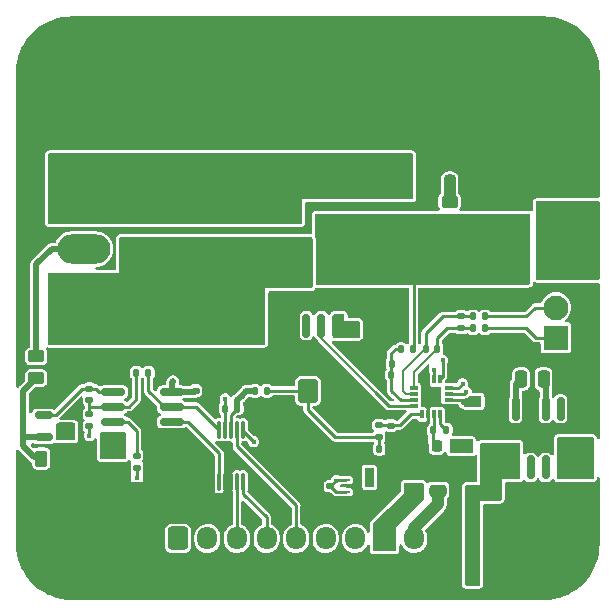
<source format=gtl>
G04 #@! TF.GenerationSoftware,KiCad,Pcbnew,7.0.7*
G04 #@! TF.CreationDate,2023-10-26T17:58:54+02:00*
G04 #@! TF.ProjectId,load,6c6f6164-2e6b-4696-9361-645f70636258,rev?*
G04 #@! TF.SameCoordinates,Original*
G04 #@! TF.FileFunction,Copper,L1,Top*
G04 #@! TF.FilePolarity,Positive*
%FSLAX46Y46*%
G04 Gerber Fmt 4.6, Leading zero omitted, Abs format (unit mm)*
G04 Created by KiCad (PCBNEW 7.0.7) date 2023-10-26 17:58:54*
%MOMM*%
%LPD*%
G01*
G04 APERTURE LIST*
G04 Aperture macros list*
%AMRoundRect*
0 Rectangle with rounded corners*
0 $1 Rounding radius*
0 $2 $3 $4 $5 $6 $7 $8 $9 X,Y pos of 4 corners*
0 Add a 4 corners polygon primitive as box body*
4,1,4,$2,$3,$4,$5,$6,$7,$8,$9,$2,$3,0*
0 Add four circle primitives for the rounded corners*
1,1,$1+$1,$2,$3*
1,1,$1+$1,$4,$5*
1,1,$1+$1,$6,$7*
1,1,$1+$1,$8,$9*
0 Add four rect primitives between the rounded corners*
20,1,$1+$1,$2,$3,$4,$5,0*
20,1,$1+$1,$4,$5,$6,$7,0*
20,1,$1+$1,$6,$7,$8,$9,0*
20,1,$1+$1,$8,$9,$2,$3,0*%
G04 Aperture macros list end*
G04 #@! TA.AperFunction,SMDPad,CuDef*
%ADD10RoundRect,0.140000X-0.140000X-0.170000X0.140000X-0.170000X0.140000X0.170000X-0.140000X0.170000X0*%
G04 #@! TD*
G04 #@! TA.AperFunction,SMDPad,CuDef*
%ADD11RoundRect,0.135000X-0.135000X-0.185000X0.135000X-0.185000X0.135000X0.185000X-0.135000X0.185000X0*%
G04 #@! TD*
G04 #@! TA.AperFunction,SMDPad,CuDef*
%ADD12RoundRect,0.250000X-0.475000X0.250000X-0.475000X-0.250000X0.475000X-0.250000X0.475000X0.250000X0*%
G04 #@! TD*
G04 #@! TA.AperFunction,SMDPad,CuDef*
%ADD13RoundRect,0.135000X-0.185000X0.135000X-0.185000X-0.135000X0.185000X-0.135000X0.185000X0.135000X0*%
G04 #@! TD*
G04 #@! TA.AperFunction,ComponentPad*
%ADD14C,0.900000*%
G04 #@! TD*
G04 #@! TA.AperFunction,ComponentPad*
%ADD15C,8.600000*%
G04 #@! TD*
G04 #@! TA.AperFunction,SMDPad,CuDef*
%ADD16RoundRect,0.135000X0.185000X-0.135000X0.185000X0.135000X-0.185000X0.135000X-0.185000X-0.135000X0*%
G04 #@! TD*
G04 #@! TA.AperFunction,SMDPad,CuDef*
%ADD17RoundRect,0.150000X-0.150000X0.825000X-0.150000X-0.825000X0.150000X-0.825000X0.150000X0.825000X0*%
G04 #@! TD*
G04 #@! TA.AperFunction,SMDPad,CuDef*
%ADD18RoundRect,0.250000X-0.262500X-0.450000X0.262500X-0.450000X0.262500X0.450000X-0.262500X0.450000X0*%
G04 #@! TD*
G04 #@! TA.AperFunction,SMDPad,CuDef*
%ADD19RoundRect,0.250000X0.625000X-0.312500X0.625000X0.312500X-0.625000X0.312500X-0.625000X-0.312500X0*%
G04 #@! TD*
G04 #@! TA.AperFunction,SMDPad,CuDef*
%ADD20RoundRect,0.140000X-0.170000X0.140000X-0.170000X-0.140000X0.170000X-0.140000X0.170000X0.140000X0*%
G04 #@! TD*
G04 #@! TA.AperFunction,SMDPad,CuDef*
%ADD21RoundRect,0.140000X0.140000X0.170000X-0.140000X0.170000X-0.140000X-0.170000X0.140000X-0.170000X0*%
G04 #@! TD*
G04 #@! TA.AperFunction,SMDPad,CuDef*
%ADD22RoundRect,0.250000X-0.375000X-0.625000X0.375000X-0.625000X0.375000X0.625000X-0.375000X0.625000X0*%
G04 #@! TD*
G04 #@! TA.AperFunction,ComponentPad*
%ADD23RoundRect,0.250000X-0.600000X-0.750000X0.600000X-0.750000X0.600000X0.750000X-0.600000X0.750000X0*%
G04 #@! TD*
G04 #@! TA.AperFunction,ComponentPad*
%ADD24O,1.700000X2.000000*%
G04 #@! TD*
G04 #@! TA.AperFunction,SMDPad,CuDef*
%ADD25RoundRect,0.150000X-0.587500X-0.150000X0.587500X-0.150000X0.587500X0.150000X-0.587500X0.150000X0*%
G04 #@! TD*
G04 #@! TA.AperFunction,SMDPad,CuDef*
%ADD26R,0.800000X0.300000*%
G04 #@! TD*
G04 #@! TA.AperFunction,SMDPad,CuDef*
%ADD27R,0.300000X0.800000*%
G04 #@! TD*
G04 #@! TA.AperFunction,SMDPad,CuDef*
%ADD28R,1.760000X1.760000*%
G04 #@! TD*
G04 #@! TA.AperFunction,SMDPad,CuDef*
%ADD29RoundRect,0.218750X0.218750X0.256250X-0.218750X0.256250X-0.218750X-0.256250X0.218750X-0.256250X0*%
G04 #@! TD*
G04 #@! TA.AperFunction,ComponentPad*
%ADD30RoundRect,0.250000X-0.600000X-0.725000X0.600000X-0.725000X0.600000X0.725000X-0.600000X0.725000X0*%
G04 #@! TD*
G04 #@! TA.AperFunction,ComponentPad*
%ADD31O,1.700000X1.950000*%
G04 #@! TD*
G04 #@! TA.AperFunction,ComponentPad*
%ADD32R,2.100000X2.100000*%
G04 #@! TD*
G04 #@! TA.AperFunction,ComponentPad*
%ADD33C,2.100000*%
G04 #@! TD*
G04 #@! TA.AperFunction,SMDPad,CuDef*
%ADD34RoundRect,0.140000X0.170000X-0.140000X0.170000X0.140000X-0.170000X0.140000X-0.170000X-0.140000X0*%
G04 #@! TD*
G04 #@! TA.AperFunction,SMDPad,CuDef*
%ADD35RoundRect,0.250000X-0.250000X-0.475000X0.250000X-0.475000X0.250000X0.475000X-0.250000X0.475000X0*%
G04 #@! TD*
G04 #@! TA.AperFunction,ComponentPad*
%ADD36R,4.500000X2.500000*%
G04 #@! TD*
G04 #@! TA.AperFunction,ComponentPad*
%ADD37O,4.500000X2.500000*%
G04 #@! TD*
G04 #@! TA.AperFunction,SMDPad,CuDef*
%ADD38RoundRect,0.250000X0.450000X-0.262500X0.450000X0.262500X-0.450000X0.262500X-0.450000X-0.262500X0*%
G04 #@! TD*
G04 #@! TA.AperFunction,SMDPad,CuDef*
%ADD39RoundRect,0.062500X-0.287500X-0.062500X0.287500X-0.062500X0.287500X0.062500X-0.287500X0.062500X0*%
G04 #@! TD*
G04 #@! TA.AperFunction,SMDPad,CuDef*
%ADD40R,0.800000X1.200000*%
G04 #@! TD*
G04 #@! TA.AperFunction,SMDPad,CuDef*
%ADD41RoundRect,0.075000X0.075000X-0.650000X0.075000X0.650000X-0.075000X0.650000X-0.075000X-0.650000X0*%
G04 #@! TD*
G04 #@! TA.AperFunction,SMDPad,CuDef*
%ADD42RoundRect,0.225000X0.250000X-0.225000X0.250000X0.225000X-0.250000X0.225000X-0.250000X-0.225000X0*%
G04 #@! TD*
G04 #@! TA.AperFunction,SMDPad,CuDef*
%ADD43RoundRect,0.135000X0.135000X0.185000X-0.135000X0.185000X-0.135000X-0.185000X0.135000X-0.185000X0*%
G04 #@! TD*
G04 #@! TA.AperFunction,SMDPad,CuDef*
%ADD44RoundRect,0.150000X-0.825000X-0.150000X0.825000X-0.150000X0.825000X0.150000X-0.825000X0.150000X0*%
G04 #@! TD*
G04 #@! TA.AperFunction,ViaPad*
%ADD45C,0.450000*%
G04 #@! TD*
G04 #@! TA.AperFunction,Conductor*
%ADD46C,0.250000*%
G04 #@! TD*
G04 #@! TA.AperFunction,Conductor*
%ADD47C,1.000000*%
G04 #@! TD*
G04 #@! TA.AperFunction,Conductor*
%ADD48C,0.500000*%
G04 #@! TD*
G04 #@! TA.AperFunction,Conductor*
%ADD49C,0.200000*%
G04 #@! TD*
G04 APERTURE END LIST*
D10*
X164020000Y-138500000D03*
X164980000Y-138500000D03*
D11*
X183990000Y-130700000D03*
X185010000Y-130700000D03*
D12*
X193500000Y-139550000D03*
X193500000Y-141450000D03*
D11*
X177890000Y-133470000D03*
X178910000Y-133470000D03*
D13*
X151500000Y-138990000D03*
X151500000Y-140010000D03*
D12*
X181000000Y-143550000D03*
X181000000Y-145450000D03*
D14*
X146775000Y-150000000D03*
X147719581Y-147719581D03*
X147719581Y-152280419D03*
X150000000Y-146775000D03*
D15*
X150000000Y-150000000D03*
D14*
X150000000Y-153225000D03*
X152280419Y-147719581D03*
X152280419Y-152280419D03*
X153225000Y-150000000D03*
D16*
X176000000Y-140930000D03*
X176000000Y-139910000D03*
D17*
X191405000Y-138525000D03*
X190135000Y-138525000D03*
X188865000Y-138525000D03*
X187595000Y-138525000D03*
X187595000Y-143475000D03*
X188865000Y-143475000D03*
X190135000Y-143475000D03*
X191405000Y-143475000D03*
D18*
X147425000Y-142750000D03*
X149250000Y-142750000D03*
D19*
X171710000Y-118000000D03*
X171710000Y-115075000D03*
D20*
X183300000Y-137920000D03*
X183300000Y-138880000D03*
D21*
X180580000Y-140300000D03*
X179620000Y-140300000D03*
D12*
X185500000Y-140050000D03*
X185500000Y-141950000D03*
D19*
X175000000Y-118000000D03*
X175000000Y-115075000D03*
D22*
X187600000Y-126000000D03*
X190400000Y-126000000D03*
D23*
X170000000Y-137000000D03*
D24*
X172500000Y-137000000D03*
D25*
X147625000Y-139050000D03*
X147625000Y-140950000D03*
X149500000Y-140000000D03*
D26*
X178950000Y-136750000D03*
X178950000Y-137250000D03*
X178950000Y-137750000D03*
X178950000Y-138250000D03*
D27*
X179700000Y-139000000D03*
X180200000Y-139000000D03*
X180700000Y-139000000D03*
X181200000Y-139000000D03*
D26*
X181950000Y-138250000D03*
X181950000Y-137750000D03*
X181950000Y-137250000D03*
X181950000Y-136750000D03*
D27*
X181200000Y-136000000D03*
X180700000Y-136000000D03*
X180200000Y-136000000D03*
X179700000Y-136000000D03*
D28*
X180450000Y-137500000D03*
D29*
X182487500Y-141700000D03*
X180912500Y-141700000D03*
D30*
X159000000Y-149500000D03*
D31*
X161500000Y-149500000D03*
X164000000Y-149500000D03*
X166500000Y-149500000D03*
X169000000Y-149500000D03*
X171500000Y-149500000D03*
X174000000Y-149500000D03*
X176500000Y-149500000D03*
X179000000Y-149500000D03*
X181500000Y-149500000D03*
D32*
X191000000Y-122000000D03*
D33*
X191000000Y-119460000D03*
D11*
X183980000Y-131700000D03*
X185000000Y-131700000D03*
D20*
X154000000Y-142520000D03*
X154000000Y-143480000D03*
D34*
X171900000Y-146030000D03*
X171900000Y-145070000D03*
D11*
X165490000Y-137000000D03*
X166510000Y-137000000D03*
D21*
X177080000Y-135660000D03*
X176120000Y-135660000D03*
D17*
X172405000Y-126525000D03*
X171135000Y-126525000D03*
X169865000Y-126525000D03*
X168595000Y-126525000D03*
X168595000Y-131475000D03*
X169865000Y-131475000D03*
X171135000Y-131475000D03*
X172405000Y-131475000D03*
D10*
X181720000Y-140300000D03*
X182680000Y-140300000D03*
D20*
X160500000Y-136020000D03*
X160500000Y-136980000D03*
D19*
X168420000Y-118000000D03*
X168420000Y-115075000D03*
X161840000Y-118000000D03*
X161840000Y-115075000D03*
D14*
X186775000Y-110000000D03*
X187719581Y-107719581D03*
X187719581Y-112280419D03*
X190000000Y-106775000D03*
D15*
X190000000Y-110000000D03*
D14*
X190000000Y-113225000D03*
X192280419Y-107719581D03*
X192280419Y-112280419D03*
X193225000Y-110000000D03*
D35*
X188050000Y-136000000D03*
X189950000Y-136000000D03*
D36*
X151020000Y-130450000D03*
D37*
X151020000Y-125000000D03*
X151020000Y-119550000D03*
D38*
X147000000Y-135912500D03*
X147000000Y-134087500D03*
D39*
X173200000Y-144550000D03*
X173200000Y-145050000D03*
X173200000Y-145550000D03*
X173200000Y-146050000D03*
X175200000Y-146050000D03*
X175200000Y-145550000D03*
X175200000Y-145050000D03*
X175200000Y-144550000D03*
D40*
X174200000Y-145300000D03*
D41*
X162500000Y-144700000D03*
X163000000Y-144700000D03*
X163500000Y-144700000D03*
X164000000Y-144700000D03*
X164500000Y-144700000D03*
X164500000Y-140300000D03*
X164000000Y-140300000D03*
X163500000Y-140300000D03*
X163000000Y-140300000D03*
X162500000Y-140300000D03*
D42*
X182000000Y-119175000D03*
X182000000Y-117625000D03*
D20*
X177000000Y-139940000D03*
X177000000Y-140900000D03*
D14*
X146775000Y-110000000D03*
X147719581Y-107719581D03*
X147719581Y-112280419D03*
X150000000Y-106775000D03*
D15*
X150000000Y-110000000D03*
D14*
X150000000Y-113225000D03*
X152280419Y-107719581D03*
X152280419Y-112280419D03*
X153225000Y-110000000D03*
D16*
X155500000Y-143510000D03*
X155500000Y-142490000D03*
D12*
X179000000Y-143550000D03*
X179000000Y-145450000D03*
D21*
X162980000Y-138500000D03*
X162020000Y-138500000D03*
D43*
X156500000Y-135500000D03*
X155480000Y-135500000D03*
D11*
X176090000Y-134700000D03*
X177110000Y-134700000D03*
D34*
X174000000Y-131460000D03*
X174000000Y-130500000D03*
D10*
X176040000Y-141920000D03*
X177000000Y-141920000D03*
D14*
X186775000Y-150000000D03*
X187719581Y-147719581D03*
X187719581Y-152280419D03*
X190000000Y-146775000D03*
D15*
X190000000Y-150000000D03*
D14*
X190000000Y-153225000D03*
X192280419Y-147719581D03*
X192280419Y-152280419D03*
X193225000Y-150000000D03*
D32*
X191000000Y-132500000D03*
D33*
X191000000Y-129960000D03*
D16*
X182990000Y-131710000D03*
X182990000Y-130690000D03*
D38*
X182000000Y-122812500D03*
X182000000Y-120987500D03*
D21*
X180940000Y-133460000D03*
X179980000Y-133460000D03*
D34*
X151500000Y-137780000D03*
X151500000Y-136820000D03*
D19*
X165130000Y-118000000D03*
X165130000Y-115075000D03*
D44*
X153525000Y-137095000D03*
X153525000Y-138365000D03*
X153525000Y-139635000D03*
X153525000Y-140905000D03*
X158475000Y-140905000D03*
X158475000Y-139635000D03*
X158475000Y-138365000D03*
X158475000Y-137095000D03*
D45*
X180500000Y-111250000D03*
X185500000Y-114750000D03*
X168750000Y-112500000D03*
X174000000Y-112500000D03*
X185500000Y-117750000D03*
X174750000Y-112500000D03*
X188000000Y-117250000D03*
X170500000Y-111000000D03*
X160300000Y-116100000D03*
X185500000Y-116250000D03*
X155500000Y-144400000D03*
X161250000Y-112500000D03*
X173250000Y-113250000D03*
X178000000Y-111000000D03*
X167250000Y-112500000D03*
X172500000Y-112500000D03*
X182200000Y-139100000D03*
X193000000Y-138500000D03*
X175500000Y-112500000D03*
X183500000Y-134750000D03*
X161250000Y-113250000D03*
X171750000Y-112500000D03*
X178000000Y-109500000D03*
X168000000Y-109500000D03*
X165500000Y-111000000D03*
X185750000Y-139250000D03*
X180500000Y-109750000D03*
X159500000Y-142000000D03*
X188000000Y-118750000D03*
X182500000Y-135750000D03*
X180500000Y-112750000D03*
X162000000Y-112500000D03*
X183000000Y-112250000D03*
X165500000Y-109500000D03*
X167750000Y-132000000D03*
X166500000Y-113250000D03*
X163500000Y-112500000D03*
X172500000Y-113250000D03*
X189500000Y-140500000D03*
X171000000Y-112500000D03*
X173000000Y-109500000D03*
X150500000Y-143250000D03*
X168000000Y-113250000D03*
X169500000Y-112500000D03*
X175500000Y-109500000D03*
X188000000Y-120250000D03*
X168000000Y-111000000D03*
X167750000Y-131000000D03*
X165000000Y-112500000D03*
X162750000Y-113250000D03*
X163000000Y-111000000D03*
X171750000Y-113250000D03*
X150500000Y-142500000D03*
X183000000Y-115250000D03*
X162000000Y-113250000D03*
X175500000Y-113250000D03*
X173000000Y-111000000D03*
X185000000Y-139250000D03*
X164250000Y-112500000D03*
X170250000Y-112500000D03*
X178000000Y-112500000D03*
X162750000Y-112500000D03*
X163500000Y-113250000D03*
X173250000Y-112500000D03*
X170250000Y-113250000D03*
X163000000Y-109500000D03*
X166500000Y-112500000D03*
X158750000Y-142000000D03*
X165750000Y-112500000D03*
X174000000Y-113250000D03*
X194000000Y-138500000D03*
X183000000Y-113750000D03*
X164250000Y-113250000D03*
X163250000Y-142250000D03*
X170500000Y-109500000D03*
X174750000Y-113250000D03*
X175500000Y-111000000D03*
X167250000Y-113250000D03*
X178600000Y-140300000D03*
X168000000Y-112500000D03*
X165750000Y-113250000D03*
X183500000Y-139750000D03*
X156250000Y-139000000D03*
X168750000Y-113250000D03*
X165000000Y-113250000D03*
X169500000Y-113250000D03*
X171000000Y-113250000D03*
X193600000Y-144000000D03*
X192900000Y-143300000D03*
X192900000Y-144000000D03*
X149100000Y-140800000D03*
X149800000Y-140800000D03*
X158600000Y-136200000D03*
X193600000Y-143300000D03*
X153400000Y-141900000D03*
X184300000Y-152500000D03*
X183600000Y-152500000D03*
X183600000Y-153200000D03*
X152700000Y-141900000D03*
X184300000Y-153200000D03*
X163000000Y-137700000D03*
X175200000Y-143800000D03*
X172400000Y-144600000D03*
X177600000Y-146900000D03*
X173500000Y-132200000D03*
X174100000Y-132200000D03*
X184100000Y-137900000D03*
X164400000Y-137400000D03*
X179000000Y-146300000D03*
X183600000Y-141400000D03*
X178500000Y-146900000D03*
X178100000Y-146300000D03*
X183600000Y-142000000D03*
X176250000Y-126250000D03*
X174250000Y-124500000D03*
X172750000Y-125250000D03*
X176250000Y-123250000D03*
X171250000Y-125250000D03*
X172000000Y-125250000D03*
X184500000Y-123250000D03*
X174250000Y-127500000D03*
X173500000Y-125250000D03*
X172750000Y-124500000D03*
X173500000Y-124500000D03*
X174250000Y-126000000D03*
X171250000Y-124500000D03*
X183750000Y-126250000D03*
X173750000Y-123250000D03*
X181250000Y-126250000D03*
X187000000Y-123250000D03*
X172000000Y-124500000D03*
X174250000Y-126750000D03*
X176250000Y-124750000D03*
X174250000Y-125250000D03*
X183750000Y-124750000D03*
X173500000Y-127500000D03*
X178750000Y-124750000D03*
X178750000Y-123250000D03*
X178750000Y-126250000D03*
X173500000Y-126750000D03*
X173500000Y-126000000D03*
X181250000Y-124750000D03*
X191500000Y-125250000D03*
X191500000Y-124500000D03*
X193000000Y-126750000D03*
X192250000Y-125250000D03*
X193000000Y-124500000D03*
X191500000Y-126000000D03*
X190000000Y-124500000D03*
X193000000Y-126000000D03*
X190750000Y-124500000D03*
X192250000Y-126750000D03*
X193000000Y-125250000D03*
X192250000Y-126000000D03*
X192250000Y-124500000D03*
X191500000Y-126750000D03*
X183400000Y-137100000D03*
X181400000Y-134400000D03*
X180700000Y-135200000D03*
X183100000Y-136400000D03*
X165400000Y-141300000D03*
X161500000Y-125250000D03*
X159000000Y-131250000D03*
X169500000Y-124500000D03*
X168750000Y-125250000D03*
X156500000Y-129750000D03*
X161500000Y-131250000D03*
X164000000Y-128250000D03*
X166500000Y-127500000D03*
X167250000Y-125250000D03*
X167250000Y-127500000D03*
X167250000Y-126000000D03*
X166500000Y-125250000D03*
X159000000Y-125250000D03*
X164000000Y-129750000D03*
X164000000Y-125250000D03*
X166500000Y-126750000D03*
X156500000Y-126750000D03*
X156500000Y-125250000D03*
X166500000Y-126000000D03*
X167250000Y-126750000D03*
X161500000Y-128250000D03*
X168000000Y-125250000D03*
X161500000Y-126750000D03*
X166500000Y-124500000D03*
X156500000Y-128250000D03*
X161500000Y-129750000D03*
X164000000Y-131250000D03*
X164000000Y-126750000D03*
X159000000Y-128250000D03*
X156500000Y-131250000D03*
X159000000Y-129750000D03*
X159000000Y-126750000D03*
X168750000Y-124500000D03*
X167250000Y-124500000D03*
X169500000Y-125250000D03*
X168000000Y-124500000D03*
X160300000Y-117400000D03*
X169250000Y-119750000D03*
X165500000Y-119750000D03*
X164000000Y-119750000D03*
X156500000Y-121250000D03*
X161000000Y-119750000D03*
X171500000Y-119750000D03*
X164750000Y-119750000D03*
X161750000Y-119750000D03*
X177500000Y-119750000D03*
X164000000Y-121250000D03*
X174500000Y-119750000D03*
X176750000Y-119750000D03*
X161500000Y-121250000D03*
X151500000Y-140800000D03*
X176000000Y-119750000D03*
X167750000Y-119750000D03*
X159000000Y-118250000D03*
X159000000Y-121250000D03*
X175250000Y-119750000D03*
X168500000Y-119750000D03*
X166250000Y-119750000D03*
X167000000Y-119750000D03*
X166500000Y-121250000D03*
X162500000Y-119750000D03*
X173750000Y-119750000D03*
X172250000Y-119750000D03*
X170750000Y-119750000D03*
X173000000Y-119750000D03*
X156500000Y-119750000D03*
X159000000Y-119750000D03*
X156500000Y-118250000D03*
X163250000Y-119750000D03*
X170000000Y-119750000D03*
D46*
X180200000Y-139700000D02*
X179620000Y-140280000D01*
X180200000Y-139000000D02*
X180200000Y-139700000D01*
X179620000Y-140280000D02*
X179620000Y-140300000D01*
X180200000Y-137750000D02*
X180200000Y-139000000D01*
X180450000Y-137500000D02*
X180200000Y-137750000D01*
X173200000Y-145050000D02*
X173950000Y-145050000D01*
X155500000Y-144400000D02*
X155500000Y-143510000D01*
X173950000Y-145050000D02*
X174200000Y-145300000D01*
X175200000Y-145550000D02*
X174450000Y-145550000D01*
X174450000Y-145550000D02*
X174200000Y-145300000D01*
D47*
X181000000Y-146600000D02*
X181000000Y-145450000D01*
D48*
X158475000Y-136325000D02*
X158600000Y-136200000D01*
D47*
X179000000Y-148600000D02*
X181000000Y-146600000D01*
D48*
X160385000Y-137095000D02*
X160500000Y-136980000D01*
X158475000Y-137095000D02*
X158475000Y-136325000D01*
D47*
X179000000Y-149500000D02*
X179000000Y-148600000D01*
D48*
X158475000Y-137095000D02*
X160385000Y-137095000D01*
X186850000Y-141950000D02*
X185500000Y-141950000D01*
X187595000Y-143475000D02*
X187595000Y-142695000D01*
X187595000Y-142695000D02*
X186850000Y-141950000D01*
D46*
X163000000Y-140300000D02*
X163000000Y-138520000D01*
X162980000Y-137720000D02*
X163000000Y-137700000D01*
X162980000Y-138500000D02*
X162980000Y-137720000D01*
X163000000Y-138520000D02*
X162980000Y-138500000D01*
D48*
X187595000Y-138525000D02*
X187595000Y-136455000D01*
X187595000Y-136455000D02*
X188050000Y-136000000D01*
X190135000Y-136185000D02*
X189950000Y-136000000D01*
X190135000Y-138525000D02*
X190135000Y-136185000D01*
X164020000Y-137780000D02*
X164020000Y-138500000D01*
D46*
X171907609Y-145070000D02*
X171900000Y-145070000D01*
D48*
X172420000Y-131460000D02*
X172405000Y-131475000D01*
D46*
X163500000Y-139020000D02*
X163500000Y-140300000D01*
X172370000Y-144600000D02*
X171900000Y-145070000D01*
X173200000Y-145550000D02*
X172387609Y-145550000D01*
X172400000Y-144600000D02*
X172370000Y-144600000D01*
X172420000Y-144550000D02*
X172400000Y-144570000D01*
X164020000Y-138500000D02*
X163500000Y-139020000D01*
X181950000Y-137750000D02*
X183130000Y-137750000D01*
X183130000Y-137750000D02*
X183300000Y-137920000D01*
D48*
X164400000Y-137400000D02*
X164020000Y-137780000D01*
D46*
X173200000Y-144550000D02*
X172420000Y-144550000D01*
X172400000Y-144570000D02*
X172400000Y-144600000D01*
X172387609Y-145550000D02*
X171907609Y-145070000D01*
D48*
X164800000Y-137000000D02*
X164400000Y-137400000D01*
X165490000Y-137000000D02*
X164800000Y-137000000D01*
D46*
X151500000Y-138990000D02*
X151500000Y-138300000D01*
X155480000Y-137720000D02*
X154835000Y-138365000D01*
X151565000Y-138365000D02*
X151500000Y-138300000D01*
X151500000Y-138300000D02*
X151500000Y-137780000D01*
X155480000Y-135500000D02*
X155480000Y-137720000D01*
X154835000Y-138365000D02*
X153525000Y-138365000D01*
X153525000Y-138365000D02*
X151565000Y-138365000D01*
X147625000Y-139050000D02*
X148650000Y-139050000D01*
X151500000Y-136820000D02*
X152020000Y-136820000D01*
X152295000Y-137095000D02*
X153525000Y-137095000D01*
X148650000Y-139050000D02*
X150880000Y-136820000D01*
X152020000Y-136820000D02*
X152295000Y-137095000D01*
X150880000Y-136820000D02*
X151500000Y-136820000D01*
X172330000Y-140930000D02*
X176000000Y-140930000D01*
X170000000Y-138600000D02*
X172330000Y-140930000D01*
X176000000Y-140950000D02*
X176040000Y-140990000D01*
X176000000Y-140930000D02*
X176000000Y-141880000D01*
X166510000Y-137000000D02*
X170000000Y-137000000D01*
X170000000Y-137000000D02*
X170000000Y-138600000D01*
X177790000Y-139910000D02*
X178700000Y-139000000D01*
X176000000Y-139910000D02*
X177790000Y-139910000D01*
X179700000Y-139000000D02*
X178700000Y-139000000D01*
X178960000Y-133450000D02*
X178960000Y-127640000D01*
X176850000Y-138250000D02*
X175700000Y-137100000D01*
X178950000Y-138250000D02*
X176850000Y-138250000D01*
D49*
X171135000Y-132535000D02*
X171135000Y-131475000D01*
X175700000Y-137100000D02*
X171135000Y-132535000D01*
D46*
X181950000Y-137250000D02*
X183250000Y-137250000D01*
X183250000Y-137250000D02*
X183400000Y-137100000D01*
X181200000Y-136000000D02*
X181400000Y-135800000D01*
X164000000Y-149500000D02*
X164000000Y-144700000D01*
X181400000Y-135800000D02*
X181400000Y-134400000D01*
X164500000Y-144700000D02*
X164500000Y-145700000D01*
X166500000Y-147700000D02*
X166500000Y-149500000D01*
X164500000Y-145700000D02*
X166500000Y-147700000D01*
X180700000Y-136000000D02*
X180700000Y-135200000D01*
X169000000Y-146700000D02*
X164000000Y-141700000D01*
X169000000Y-149500000D02*
X169000000Y-146700000D01*
X164000000Y-141700000D02*
X164000000Y-140300000D01*
X181950000Y-136750000D02*
X182750000Y-136750000D01*
X182750000Y-136750000D02*
X183100000Y-136400000D01*
X164500000Y-140400000D02*
X165400000Y-141300000D01*
X164500000Y-140300000D02*
X164500000Y-140400000D01*
X185000000Y-131700000D02*
X188500000Y-131700000D01*
X188500000Y-131700000D02*
X189300000Y-132500000D01*
X189300000Y-132500000D02*
X191000000Y-132500000D01*
X189240000Y-129960000D02*
X188500000Y-130700000D01*
X188500000Y-130700000D02*
X185010000Y-130700000D01*
X191000000Y-129960000D02*
X189240000Y-129960000D01*
D48*
X145900000Y-140800000D02*
X145900000Y-137012500D01*
X145900000Y-137012500D02*
X147000000Y-135912500D01*
X146787500Y-142587500D02*
X145900000Y-141700000D01*
X147500000Y-142587500D02*
X146787500Y-142587500D01*
X147625000Y-140950000D02*
X146050000Y-140950000D01*
X146050000Y-140950000D02*
X145900000Y-140800000D01*
X145900000Y-141700000D02*
X145900000Y-140800000D01*
X147000000Y-134087500D02*
X147000000Y-126300000D01*
X148300000Y-125000000D02*
X151020000Y-125000000D01*
X147000000Y-126300000D02*
X148300000Y-125000000D01*
D46*
X151500000Y-140800000D02*
X151500000Y-140010000D01*
X155500000Y-140400000D02*
X155500000Y-142490000D01*
X154735000Y-139635000D02*
X155500000Y-140400000D01*
X153525000Y-139635000D02*
X154735000Y-139635000D01*
D47*
X182000000Y-119175000D02*
X182000000Y-120987500D01*
D46*
X156500000Y-137000000D02*
X156500000Y-135500000D01*
X157865000Y-138365000D02*
X156500000Y-137000000D01*
X158475000Y-138365000D02*
X157865000Y-138365000D01*
X160565000Y-138365000D02*
X158475000Y-138365000D01*
X162500000Y-140300000D02*
X160565000Y-138365000D01*
X162500000Y-142300000D02*
X159835000Y-139635000D01*
X159835000Y-139635000D02*
X158475000Y-139635000D01*
X162500000Y-144700000D02*
X162500000Y-142300000D01*
X180940000Y-132560000D02*
X180940000Y-133460000D01*
D49*
X178950000Y-135450000D02*
X178950000Y-136750000D01*
D46*
X183980000Y-131700000D02*
X183000000Y-131700000D01*
X182990000Y-131710000D02*
X181790000Y-131710000D01*
X183000000Y-131700000D02*
X182990000Y-131710000D01*
D49*
X180940000Y-133460000D02*
X178950000Y-135450000D01*
D46*
X181790000Y-131710000D02*
X180940000Y-132560000D01*
D49*
X178070000Y-135330000D02*
X178070000Y-137020000D01*
X178070000Y-137020000D02*
X178300000Y-137250000D01*
D46*
X182990000Y-130690000D02*
X181410000Y-130690000D01*
X181410000Y-130690000D02*
X179980000Y-132120000D01*
X183000000Y-130700000D02*
X182990000Y-130690000D01*
X179980000Y-132120000D02*
X179980000Y-133460000D01*
D49*
X179980000Y-133460000D02*
X179940000Y-133460000D01*
X178300000Y-137250000D02*
X178950000Y-137250000D01*
D46*
X183990000Y-130700000D02*
X183000000Y-130700000D01*
D49*
X180100000Y-133580000D02*
X179980000Y-133460000D01*
X179940000Y-133460000D02*
X178070000Y-135330000D01*
D46*
X177080000Y-136980000D02*
X177850000Y-137750000D01*
X177080000Y-133820000D02*
X177080000Y-135660000D01*
X177890000Y-133470000D02*
X177430000Y-133470000D01*
X177430000Y-133470000D02*
X177080000Y-133820000D01*
X177080000Y-135660000D02*
X177080000Y-136980000D01*
X177850000Y-137750000D02*
X178950000Y-137750000D01*
X181200000Y-139780000D02*
X181720000Y-140300000D01*
X181200000Y-139000000D02*
X181200000Y-139780000D01*
X180580000Y-140300000D02*
X180580000Y-141367500D01*
X180700000Y-140180000D02*
X180580000Y-140300000D01*
X180700000Y-139000000D02*
X180700000Y-140180000D01*
X180580000Y-141367500D02*
X180912500Y-141700000D01*
G04 #@! TA.AperFunction,Conductor*
G36*
X175543039Y-143519685D02*
G01*
X175588794Y-143572489D01*
X175600000Y-143624000D01*
X175600000Y-145050500D01*
X175580315Y-145117539D01*
X175527511Y-145163294D01*
X175476000Y-145174500D01*
X174974500Y-145174500D01*
X174907461Y-145154815D01*
X174861706Y-145102011D01*
X174850500Y-145050500D01*
X174850500Y-144675323D01*
X174835966Y-144602259D01*
X174820897Y-144579706D01*
X174800020Y-144513028D01*
X174800000Y-144510817D01*
X174800000Y-143624000D01*
X174819685Y-143556961D01*
X174872489Y-143511206D01*
X174924000Y-143500000D01*
X175476000Y-143500000D01*
X175543039Y-143519685D01*
G37*
G04 #@! TD.AperFunction*
G04 #@! TA.AperFunction,Conductor*
G36*
X179743039Y-144819685D02*
G01*
X179788794Y-144872489D01*
X179800000Y-144924000D01*
X179800000Y-146148637D01*
X179780315Y-146215676D01*
X179763681Y-146236318D01*
X177500000Y-148499999D01*
X177500000Y-150476000D01*
X177480315Y-150543039D01*
X177427511Y-150588794D01*
X177376000Y-150600000D01*
X175624000Y-150600000D01*
X175556961Y-150580315D01*
X175511206Y-150527511D01*
X175500000Y-150476000D01*
X175500000Y-148252791D01*
X175519685Y-148185752D01*
X175538052Y-148163411D01*
X178100000Y-145700000D01*
X178100000Y-144923999D01*
X178119685Y-144856961D01*
X178172489Y-144811206D01*
X178224000Y-144800000D01*
X179676000Y-144800000D01*
X179743039Y-144819685D01*
G37*
G04 #@! TD.AperFunction*
G04 #@! TA.AperFunction,Conductor*
G36*
X154543039Y-140519685D02*
G01*
X154588794Y-140572489D01*
X154600000Y-140624000D01*
X154600000Y-142676000D01*
X154580315Y-142743039D01*
X154527511Y-142788794D01*
X154476000Y-142800000D01*
X152524000Y-142800000D01*
X152456961Y-142780315D01*
X152411206Y-142727511D01*
X152400000Y-142676000D01*
X152400000Y-140624000D01*
X152419685Y-140556961D01*
X152472489Y-140511206D01*
X152524000Y-140500000D01*
X154476000Y-140500000D01*
X154543039Y-140519685D01*
G37*
G04 #@! TD.AperFunction*
G04 #@! TA.AperFunction,Conductor*
G36*
X194143039Y-140919685D02*
G01*
X194188794Y-140972489D01*
X194200000Y-141024000D01*
X194200000Y-144376000D01*
X194180315Y-144443039D01*
X194127511Y-144488794D01*
X194076000Y-144500000D01*
X191224000Y-144500000D01*
X191156961Y-144480315D01*
X191111206Y-144427511D01*
X191100000Y-144376000D01*
X191100000Y-141024000D01*
X191119685Y-140956961D01*
X191172489Y-140911206D01*
X191224000Y-140900000D01*
X194076000Y-140900000D01*
X194143039Y-140919685D01*
G37*
G04 #@! TD.AperFunction*
G04 #@! TA.AperFunction,Conductor*
G36*
X173043039Y-130519685D02*
G01*
X173088794Y-130572489D01*
X173100000Y-130624000D01*
X173100000Y-131100000D01*
X174276000Y-131100000D01*
X174343039Y-131119685D01*
X174388794Y-131172489D01*
X174400000Y-131224000D01*
X174400000Y-132376000D01*
X174380315Y-132443039D01*
X174327511Y-132488794D01*
X174276000Y-132500000D01*
X172224000Y-132500000D01*
X172156961Y-132480315D01*
X172111206Y-132427511D01*
X172100000Y-132376000D01*
X172100000Y-130624000D01*
X172119685Y-130556961D01*
X172172489Y-130511206D01*
X172224000Y-130500000D01*
X172976000Y-130500000D01*
X173043039Y-130519685D01*
G37*
G04 #@! TD.AperFunction*
G04 #@! TA.AperFunction,Conductor*
G36*
X187943039Y-141419685D02*
G01*
X187988794Y-141472489D01*
X188000000Y-141524000D01*
X188000000Y-144376000D01*
X187980315Y-144443039D01*
X187927511Y-144488794D01*
X187876000Y-144500000D01*
X186400000Y-144500000D01*
X186400000Y-146176000D01*
X186380315Y-146243039D01*
X186327511Y-146288794D01*
X186276000Y-146300000D01*
X184600000Y-146300000D01*
X184600000Y-153376000D01*
X184580315Y-153443039D01*
X184527511Y-153488794D01*
X184476000Y-153500000D01*
X183424000Y-153500000D01*
X183356961Y-153480315D01*
X183311206Y-153427511D01*
X183300000Y-153376000D01*
X183300000Y-145124000D01*
X183319685Y-145056961D01*
X183372489Y-145011206D01*
X183424000Y-145000000D01*
X184600000Y-145000000D01*
X184600000Y-141524000D01*
X184619685Y-141456961D01*
X184672489Y-141411206D01*
X184724000Y-141400000D01*
X187876000Y-141400000D01*
X187943039Y-141419685D01*
G37*
G04 #@! TD.AperFunction*
G04 #@! TA.AperFunction,Conductor*
G36*
X183943039Y-141119685D02*
G01*
X183988794Y-141172489D01*
X184000000Y-141224000D01*
X184000000Y-142176000D01*
X183980315Y-142243039D01*
X183927511Y-142288794D01*
X183876000Y-142300000D01*
X182124000Y-142300000D01*
X182056961Y-142280315D01*
X182011206Y-142227511D01*
X182000000Y-142176000D01*
X182000000Y-141224000D01*
X182019685Y-141156961D01*
X182072489Y-141111206D01*
X182124000Y-141100000D01*
X183876000Y-141100000D01*
X183943039Y-141119685D01*
G37*
G04 #@! TD.AperFunction*
G04 #@! TA.AperFunction,Conductor*
G36*
X150243039Y-139719685D02*
G01*
X150288794Y-139772489D01*
X150300000Y-139824000D01*
X150300000Y-141076000D01*
X150280315Y-141143039D01*
X150227511Y-141188794D01*
X150176000Y-141200000D01*
X148824000Y-141200000D01*
X148756961Y-141180315D01*
X148711206Y-141127511D01*
X148700000Y-141076000D01*
X148700000Y-139824000D01*
X148719685Y-139756961D01*
X148772489Y-139711206D01*
X148824000Y-139700000D01*
X150176000Y-139700000D01*
X150243039Y-139719685D01*
G37*
G04 #@! TD.AperFunction*
G04 #@! TA.AperFunction,Conductor*
G36*
X184643039Y-137419685D02*
G01*
X184688794Y-137472489D01*
X184700000Y-137524000D01*
X184700000Y-138276000D01*
X184680315Y-138343039D01*
X184627511Y-138388794D01*
X184576000Y-138400000D01*
X184300000Y-138400000D01*
X183692632Y-138400000D01*
X183636338Y-138386485D01*
X183592175Y-138363983D01*
X183592174Y-138363982D01*
X183592171Y-138363981D01*
X183500735Y-138349500D01*
X183324000Y-138349500D01*
X183256961Y-138329815D01*
X183211206Y-138277011D01*
X183200000Y-138225500D01*
X183200000Y-137744141D01*
X183219685Y-137677102D01*
X183272489Y-137631347D01*
X183308663Y-137621093D01*
X183358626Y-137614866D01*
X183358627Y-137614865D01*
X183358629Y-137614865D01*
X183366141Y-137612628D01*
X183373606Y-137610066D01*
X183373606Y-137610065D01*
X183373610Y-137610065D01*
X183409864Y-137590444D01*
X183459741Y-137577814D01*
X183459590Y-137576762D01*
X183468367Y-137575500D01*
X183599561Y-137536978D01*
X183714589Y-137463055D01*
X183732143Y-137442796D01*
X183790920Y-137405023D01*
X183825855Y-137400000D01*
X184576000Y-137400000D01*
X184643039Y-137419685D01*
G37*
G04 #@! TD.AperFunction*
G04 #@! TA.AperFunction,Conductor*
G36*
X156033327Y-135914356D02*
G01*
X156077676Y-135942855D01*
X156088177Y-135953355D01*
X156121665Y-136014676D01*
X156124500Y-136041040D01*
X156124500Y-136948196D01*
X156121862Y-136973634D01*
X156119633Y-136984268D01*
X156119633Y-136984269D01*
X156119633Y-136984271D01*
X156124023Y-137019491D01*
X156124500Y-137027167D01*
X156124500Y-137031116D01*
X156128342Y-137054141D01*
X156135134Y-137108627D01*
X156137373Y-137116147D01*
X156139934Y-137123608D01*
X156139935Y-137123610D01*
X156151240Y-137144500D01*
X156166055Y-137171877D01*
X156190174Y-137221211D01*
X156194742Y-137227609D01*
X156199582Y-137233827D01*
X156239971Y-137271009D01*
X157213181Y-138244218D01*
X157246666Y-138305541D01*
X157249500Y-138331898D01*
X157249500Y-138546517D01*
X157260089Y-138613375D01*
X157264354Y-138640304D01*
X157321950Y-138753342D01*
X157321952Y-138753344D01*
X157321954Y-138753347D01*
X157411652Y-138843045D01*
X157411654Y-138843046D01*
X157411658Y-138843050D01*
X157502851Y-138889515D01*
X157553647Y-138937490D01*
X157570442Y-139005311D01*
X157547904Y-139071446D01*
X157502852Y-139110484D01*
X157411658Y-139156950D01*
X157411657Y-139156950D01*
X157411657Y-139156951D01*
X157411652Y-139156954D01*
X157321954Y-139246652D01*
X157321951Y-139246657D01*
X157321950Y-139246658D01*
X157315407Y-139259499D01*
X157264352Y-139359698D01*
X157249500Y-139453475D01*
X157249500Y-139816517D01*
X157258868Y-139875664D01*
X157264354Y-139910304D01*
X157321950Y-140023342D01*
X157321952Y-140023344D01*
X157321954Y-140023347D01*
X157411652Y-140113045D01*
X157411654Y-140113046D01*
X157411658Y-140113050D01*
X157515927Y-140166178D01*
X157524698Y-140170647D01*
X157618475Y-140185499D01*
X157618481Y-140185500D01*
X159331518Y-140185499D01*
X159425304Y-140170646D01*
X159538342Y-140113050D01*
X159572496Y-140078895D01*
X159633816Y-140045410D01*
X159703508Y-140050393D01*
X159747858Y-140078895D01*
X162088181Y-142419218D01*
X162121666Y-142480541D01*
X162124500Y-142506899D01*
X162124500Y-143896736D01*
X162112882Y-143949141D01*
X162105742Y-143964452D01*
X162105740Y-143964458D01*
X162099500Y-144011860D01*
X162099500Y-145388132D01*
X162099501Y-145388138D01*
X162105741Y-145435545D01*
X162105742Y-145435547D01*
X162105742Y-145435548D01*
X162149718Y-145529854D01*
X162154253Y-145539579D01*
X162235421Y-145620747D01*
X162339455Y-145669259D01*
X162386861Y-145675500D01*
X162613138Y-145675499D01*
X162660545Y-145669259D01*
X162764579Y-145620747D01*
X162845747Y-145539579D01*
X162894259Y-145435545D01*
X162900500Y-145388139D01*
X162900499Y-144011862D01*
X162894259Y-143964455D01*
X162887118Y-143949141D01*
X162875500Y-143896736D01*
X162875500Y-142351804D01*
X162878139Y-142326359D01*
X162879063Y-142321950D01*
X162880367Y-142315732D01*
X162877343Y-142291470D01*
X162875977Y-142280506D01*
X162875500Y-142272830D01*
X162875500Y-142268889D01*
X162875498Y-142268876D01*
X162874743Y-142264354D01*
X162871657Y-142245859D01*
X162864866Y-142191374D01*
X162864864Y-142191370D01*
X162862622Y-142183840D01*
X162860065Y-142176392D01*
X162860065Y-142176390D01*
X162833944Y-142128122D01*
X162809826Y-142078789D01*
X162809824Y-142078787D01*
X162809824Y-142078786D01*
X162805252Y-142072383D01*
X162800422Y-142066177D01*
X162791182Y-142057671D01*
X162760029Y-142028991D01*
X162484576Y-141753538D01*
X162201226Y-141470187D01*
X162167741Y-141408864D01*
X162172725Y-141339172D01*
X162214597Y-141283239D01*
X162280061Y-141258822D01*
X162329935Y-141268026D01*
X162330350Y-141266605D01*
X162339454Y-141269259D01*
X162339455Y-141269259D01*
X162386861Y-141275500D01*
X162613138Y-141275499D01*
X162660545Y-141269259D01*
X162697595Y-141251981D01*
X162766672Y-141241490D01*
X162802404Y-141251981D01*
X162839455Y-141269259D01*
X162886861Y-141275500D01*
X163113138Y-141275499D01*
X163160545Y-141269259D01*
X163197595Y-141251981D01*
X163266672Y-141241490D01*
X163302404Y-141251981D01*
X163339455Y-141269259D01*
X163386861Y-141275500D01*
X163500500Y-141275499D01*
X163567539Y-141295183D01*
X163613294Y-141347987D01*
X163624500Y-141399499D01*
X163624500Y-141648196D01*
X163621862Y-141673634D01*
X163619633Y-141684268D01*
X163619633Y-141684269D01*
X163619633Y-141684271D01*
X163624023Y-141719491D01*
X163624500Y-141727167D01*
X163624500Y-141731116D01*
X163628342Y-141754141D01*
X163635134Y-141808627D01*
X163637373Y-141816147D01*
X163639934Y-141823608D01*
X163639935Y-141823610D01*
X163657575Y-141856206D01*
X163666055Y-141871877D01*
X163690174Y-141921211D01*
X163694742Y-141927609D01*
X163699582Y-141933827D01*
X163739971Y-141971009D01*
X168588181Y-146819218D01*
X168621666Y-146880541D01*
X168624500Y-146906899D01*
X168624500Y-148256964D01*
X168604815Y-148324003D01*
X168552013Y-148369758D01*
X168447240Y-148417607D01*
X168276052Y-148539509D01*
X168276040Y-148539520D01*
X168131014Y-148691620D01*
X168017388Y-148868425D01*
X167939274Y-149063544D01*
X167919570Y-149165782D01*
X167899500Y-149269915D01*
X167899500Y-149677425D01*
X167914472Y-149834218D01*
X167973684Y-150035875D01*
X168019008Y-150123791D01*
X168069991Y-150222686D01*
X168199905Y-150387883D01*
X168199909Y-150387887D01*
X168358746Y-150525521D01*
X168540750Y-150630601D01*
X168540752Y-150630601D01*
X168540756Y-150630604D01*
X168739367Y-150699344D01*
X168947398Y-150729254D01*
X169157330Y-150719254D01*
X169361576Y-150669704D01*
X169481308Y-150615024D01*
X169552743Y-150582401D01*
X169552746Y-150582399D01*
X169552753Y-150582396D01*
X169723952Y-150460486D01*
X169793179Y-150387883D01*
X169868985Y-150308379D01*
X169891797Y-150272883D01*
X169982613Y-150131572D01*
X170060725Y-149936457D01*
X170100500Y-149730085D01*
X170100500Y-149677425D01*
X170399500Y-149677425D01*
X170414472Y-149834218D01*
X170473684Y-150035875D01*
X170519008Y-150123791D01*
X170569991Y-150222686D01*
X170699905Y-150387883D01*
X170699909Y-150387887D01*
X170858746Y-150525521D01*
X171040750Y-150630601D01*
X171040752Y-150630601D01*
X171040756Y-150630604D01*
X171239367Y-150699344D01*
X171447398Y-150729254D01*
X171657330Y-150719254D01*
X171861576Y-150669704D01*
X171981308Y-150615024D01*
X172052743Y-150582401D01*
X172052746Y-150582399D01*
X172052753Y-150582396D01*
X172223952Y-150460486D01*
X172293179Y-150387883D01*
X172368985Y-150308379D01*
X172391797Y-150272883D01*
X172482613Y-150131572D01*
X172560725Y-149936457D01*
X172600500Y-149730085D01*
X172600500Y-149677425D01*
X172899500Y-149677425D01*
X172914472Y-149834218D01*
X172973684Y-150035875D01*
X173019008Y-150123791D01*
X173069991Y-150222686D01*
X173199905Y-150387883D01*
X173199909Y-150387887D01*
X173358746Y-150525521D01*
X173540750Y-150630601D01*
X173540752Y-150630601D01*
X173540756Y-150630604D01*
X173739367Y-150699344D01*
X173947398Y-150729254D01*
X174157330Y-150719254D01*
X174361576Y-150669704D01*
X174481308Y-150615024D01*
X174552743Y-150582401D01*
X174552746Y-150582399D01*
X174552753Y-150582396D01*
X174723952Y-150460486D01*
X174793179Y-150387883D01*
X174868985Y-150308379D01*
X174891797Y-150272883D01*
X174982613Y-150131572D01*
X175005383Y-150074694D01*
X175048573Y-150019775D01*
X175114600Y-149996922D01*
X175182500Y-150013395D01*
X175230715Y-150063962D01*
X175244500Y-150120782D01*
X175244500Y-150476002D01*
X175250338Y-150530312D01*
X175261543Y-150581817D01*
X175261545Y-150581824D01*
X175265212Y-150595191D01*
X175268779Y-150608193D01*
X175268783Y-150608203D01*
X175318105Y-150694818D01*
X175318111Y-150694827D01*
X175353905Y-150736136D01*
X175363867Y-150747632D01*
X175396641Y-150779257D01*
X175484976Y-150825465D01*
X175484977Y-150825465D01*
X175484977Y-150825466D01*
X175529218Y-150838456D01*
X175552015Y-150845150D01*
X175552019Y-150845150D01*
X175552021Y-150845151D01*
X175563652Y-150846823D01*
X175624000Y-150855500D01*
X175624001Y-150855500D01*
X177376000Y-150855500D01*
X177430313Y-150849661D01*
X177446440Y-150846152D01*
X177481817Y-150838457D01*
X177481817Y-150838456D01*
X177481824Y-150838455D01*
X177508198Y-150831219D01*
X177539546Y-150813368D01*
X177594818Y-150781894D01*
X177594821Y-150781891D01*
X177594828Y-150781888D01*
X177630938Y-150750597D01*
X177647629Y-150736136D01*
X177663919Y-150719254D01*
X177679257Y-150703359D01*
X177725465Y-150615024D01*
X177727470Y-150608198D01*
X177735216Y-150581817D01*
X177745150Y-150547985D01*
X177755500Y-150476000D01*
X177755500Y-150123791D01*
X177775185Y-150056752D01*
X177827989Y-150010997D01*
X177897147Y-150001053D01*
X177960703Y-150030078D01*
X177989714Y-150066970D01*
X178019008Y-150123791D01*
X178069990Y-150222684D01*
X178199905Y-150387883D01*
X178199909Y-150387887D01*
X178358746Y-150525521D01*
X178540750Y-150630601D01*
X178540752Y-150630601D01*
X178540756Y-150630604D01*
X178739367Y-150699344D01*
X178947398Y-150729254D01*
X179157330Y-150719254D01*
X179361576Y-150669704D01*
X179481308Y-150615024D01*
X179552743Y-150582401D01*
X179552746Y-150582399D01*
X179552753Y-150582396D01*
X179723952Y-150460486D01*
X179793179Y-150387883D01*
X179868985Y-150308379D01*
X179891797Y-150272883D01*
X179982613Y-150131572D01*
X180060725Y-149936457D01*
X180100500Y-149730085D01*
X180100500Y-149322575D01*
X180085528Y-149165782D01*
X180026316Y-148964125D01*
X179955863Y-148827465D01*
X179942642Y-148758860D01*
X179968610Y-148693995D01*
X179978391Y-148682974D01*
X181485638Y-147175727D01*
X181499267Y-147163950D01*
X181518530Y-147149610D01*
X181518532Y-147149606D01*
X181518534Y-147149606D01*
X181536663Y-147127999D01*
X181552113Y-147109585D01*
X181555767Y-147105599D01*
X181561589Y-147099778D01*
X181581928Y-147074054D01*
X181587162Y-147067815D01*
X181631302Y-147015214D01*
X181631304Y-147015209D01*
X181635272Y-147009179D01*
X181635323Y-147009212D01*
X181639372Y-147002856D01*
X181639320Y-147002824D01*
X181643112Y-146996675D01*
X181675575Y-146927058D01*
X181710036Y-146858440D01*
X181710040Y-146858433D01*
X181710042Y-146858421D01*
X181712509Y-146851646D01*
X181712567Y-146851667D01*
X181715043Y-146844546D01*
X181714986Y-146844527D01*
X181717255Y-146837678D01*
X181717255Y-146837676D01*
X181717257Y-146837673D01*
X181732788Y-146762449D01*
X181750500Y-146687721D01*
X181750500Y-146687718D01*
X181751339Y-146680548D01*
X181751397Y-146680554D01*
X181752164Y-146673056D01*
X181752104Y-146673051D01*
X181752733Y-146665860D01*
X181750500Y-146589103D01*
X181750500Y-146181034D01*
X181770185Y-146113995D01*
X181800185Y-146081770D01*
X181832546Y-146057546D01*
X181918796Y-145942331D01*
X181969091Y-145807483D01*
X181975500Y-145747873D01*
X181975499Y-145152128D01*
X181969091Y-145092517D01*
X181968843Y-145091853D01*
X181918797Y-144957671D01*
X181918793Y-144957664D01*
X181832547Y-144842455D01*
X181832544Y-144842452D01*
X181717335Y-144756206D01*
X181717328Y-144756202D01*
X181582482Y-144705908D01*
X181582483Y-144705908D01*
X181522883Y-144699501D01*
X181522881Y-144699500D01*
X181522873Y-144699500D01*
X181522865Y-144699500D01*
X181023649Y-144699500D01*
X181020048Y-144699395D01*
X180972739Y-144696640D01*
X180956067Y-144695669D01*
X180956061Y-144695669D01*
X180945012Y-144697617D01*
X180923487Y-144699500D01*
X180477129Y-144699500D01*
X180477123Y-144699501D01*
X180417516Y-144705908D01*
X180282671Y-144756202D01*
X180282668Y-144756204D01*
X180204675Y-144814590D01*
X180139210Y-144839007D01*
X180070937Y-144824155D01*
X180022610Y-144776683D01*
X179981891Y-144705177D01*
X179981888Y-144705172D01*
X179936136Y-144652371D01*
X179903359Y-144620743D01*
X179853799Y-144594818D01*
X179815024Y-144574535D01*
X179815023Y-144574534D01*
X179815022Y-144574534D01*
X179815022Y-144574533D01*
X179747990Y-144554851D01*
X179747978Y-144554848D01*
X179676001Y-144544500D01*
X179676000Y-144544500D01*
X178224000Y-144544500D01*
X178223997Y-144544500D01*
X178169687Y-144550338D01*
X178118183Y-144561543D01*
X178118182Y-144561543D01*
X178118176Y-144561545D01*
X178107177Y-144564562D01*
X178091806Y-144568779D01*
X178091796Y-144568783D01*
X178005181Y-144618105D01*
X178005172Y-144618111D01*
X177952371Y-144663864D01*
X177920743Y-144696640D01*
X177874535Y-144784975D01*
X177854849Y-144852011D01*
X177844500Y-144923998D01*
X177844500Y-145538430D01*
X177824815Y-145605469D01*
X177806445Y-145627813D01*
X175355575Y-147984418D01*
X175349270Y-147991233D01*
X175345432Y-147995383D01*
X175322320Y-148023495D01*
X175320743Y-148025432D01*
X175320741Y-148025435D01*
X175320740Y-148025435D01*
X175274534Y-148113767D01*
X175274533Y-148113768D01*
X175254851Y-148180800D01*
X175254848Y-148180812D01*
X175244500Y-148252789D01*
X175244499Y-148252792D01*
X175244499Y-148876208D01*
X175224814Y-148943248D01*
X175172010Y-148989002D01*
X175102852Y-148998946D01*
X175039296Y-148969921D01*
X175010285Y-148933030D01*
X174930011Y-148777318D01*
X174930007Y-148777313D01*
X174800094Y-148612116D01*
X174800090Y-148612112D01*
X174641253Y-148474478D01*
X174459249Y-148369398D01*
X174459245Y-148369396D01*
X174459244Y-148369396D01*
X174260633Y-148300656D01*
X174052602Y-148270746D01*
X174052598Y-148270746D01*
X173842672Y-148280745D01*
X173638421Y-148330296D01*
X173638417Y-148330298D01*
X173447256Y-148417598D01*
X173447251Y-148417601D01*
X173276046Y-148539515D01*
X173276040Y-148539520D01*
X173131014Y-148691620D01*
X173017388Y-148868425D01*
X172939274Y-149063544D01*
X172919570Y-149165782D01*
X172899500Y-149269915D01*
X172899500Y-149677425D01*
X172600500Y-149677425D01*
X172600500Y-149322575D01*
X172585528Y-149165782D01*
X172526316Y-148964125D01*
X172430011Y-148777318D01*
X172430009Y-148777315D01*
X172430008Y-148777313D01*
X172300094Y-148612116D01*
X172300090Y-148612112D01*
X172141253Y-148474478D01*
X171959249Y-148369398D01*
X171959245Y-148369396D01*
X171959244Y-148369396D01*
X171760633Y-148300656D01*
X171552602Y-148270746D01*
X171552598Y-148270746D01*
X171342672Y-148280745D01*
X171138421Y-148330296D01*
X171138417Y-148330298D01*
X170947256Y-148417598D01*
X170947251Y-148417601D01*
X170776046Y-148539515D01*
X170776040Y-148539520D01*
X170631014Y-148691620D01*
X170517388Y-148868425D01*
X170439274Y-149063544D01*
X170419570Y-149165782D01*
X170399500Y-149269915D01*
X170399500Y-149677425D01*
X170100500Y-149677425D01*
X170100500Y-149322575D01*
X170085528Y-149165782D01*
X170026316Y-148964125D01*
X169930011Y-148777318D01*
X169930009Y-148777315D01*
X169930008Y-148777313D01*
X169800094Y-148612116D01*
X169800090Y-148612112D01*
X169641253Y-148474478D01*
X169459249Y-148369399D01*
X169459247Y-148369398D01*
X169459244Y-148369396D01*
X169459240Y-148369394D01*
X169459231Y-148369390D01*
X169458928Y-148369286D01*
X169458796Y-148369192D01*
X169453867Y-148366941D01*
X169454301Y-148365990D01*
X169402019Y-148328750D01*
X169376060Y-148263882D01*
X169375500Y-148252111D01*
X169375500Y-146751803D01*
X169378139Y-146726358D01*
X169378177Y-146726175D01*
X169380367Y-146715732D01*
X169378325Y-146699353D01*
X169375977Y-146680507D01*
X169375500Y-146672831D01*
X169375500Y-146668889D01*
X169375498Y-146668876D01*
X169371657Y-146645859D01*
X169364866Y-146591376D01*
X169364866Y-146591374D01*
X169364864Y-146591370D01*
X169362622Y-146583840D01*
X169360065Y-146576392D01*
X169360065Y-146576390D01*
X169333944Y-146528122D01*
X169309826Y-146478789D01*
X169309824Y-146478787D01*
X169309824Y-146478786D01*
X169305267Y-146472404D01*
X169300415Y-146466169D01*
X169260029Y-146428992D01*
X168071776Y-145240739D01*
X171339500Y-145240739D01*
X171353981Y-145332170D01*
X171353981Y-145332171D01*
X171353982Y-145332174D01*
X171353983Y-145332175D01*
X171406654Y-145435548D01*
X171410142Y-145442392D01*
X171410145Y-145442396D01*
X171497603Y-145529854D01*
X171497605Y-145529855D01*
X171497609Y-145529859D01*
X171607825Y-145586017D01*
X171607826Y-145586017D01*
X171607828Y-145586018D01*
X171640687Y-145591222D01*
X171699265Y-145600500D01*
X171855708Y-145600499D01*
X171922748Y-145620183D01*
X171943390Y-145636818D01*
X172085458Y-145778886D01*
X172101587Y-145798747D01*
X172107525Y-145807836D01*
X172135538Y-145829639D01*
X172141300Y-145834728D01*
X172144092Y-145837520D01*
X172163095Y-145851088D01*
X172206420Y-145884809D01*
X172206422Y-145884809D01*
X172213344Y-145888555D01*
X172220407Y-145892008D01*
X172220410Y-145892010D01*
X172273021Y-145907673D01*
X172298985Y-145916586D01*
X172324948Y-145925500D01*
X172332710Y-145926795D01*
X172340520Y-145927768D01*
X172340521Y-145927769D01*
X172340521Y-145927768D01*
X172340522Y-145927769D01*
X172367949Y-145926634D01*
X172395378Y-145925500D01*
X172875821Y-145925500D01*
X173231114Y-145925500D01*
X173241104Y-145925500D01*
X173241116Y-145925499D01*
X173524180Y-145925499D01*
X173539372Y-145923499D01*
X173569760Y-145919499D01*
X173669799Y-145872850D01*
X173747850Y-145794799D01*
X173794499Y-145694760D01*
X173800500Y-145649179D01*
X173800499Y-145450822D01*
X173799591Y-145443927D01*
X173796376Y-145419498D01*
X173794499Y-145405240D01*
X173747850Y-145305201D01*
X173669799Y-145227150D01*
X173569760Y-145180501D01*
X173569758Y-145180500D01*
X173524188Y-145174501D01*
X173524185Y-145174500D01*
X173524179Y-145174500D01*
X173524172Y-145174500D01*
X172802894Y-145174500D01*
X172735855Y-145154815D01*
X172690100Y-145102011D01*
X172680156Y-145032853D01*
X172709158Y-144969324D01*
X172710024Y-144968324D01*
X172768791Y-144930533D01*
X172803760Y-144925500D01*
X173241104Y-144925500D01*
X173241116Y-144925499D01*
X173524180Y-144925499D01*
X173539372Y-144923499D01*
X173569760Y-144919499D01*
X173669799Y-144872850D01*
X173747850Y-144794799D01*
X173794499Y-144694760D01*
X173800500Y-144649179D01*
X173800499Y-144511971D01*
X174544500Y-144511971D01*
X174544530Y-144515345D01*
X174556191Y-144589369D01*
X174556192Y-144589373D01*
X174577065Y-144656040D01*
X174577068Y-144656048D01*
X174582856Y-144668144D01*
X174595000Y-144721663D01*
X174595000Y-145050500D01*
X174599145Y-145089060D01*
X174599500Y-145095690D01*
X174599500Y-145149179D01*
X174605500Y-145194756D01*
X174605502Y-145194763D01*
X174626939Y-145240734D01*
X174652150Y-145294799D01*
X174730201Y-145372850D01*
X174830240Y-145419499D01*
X174875821Y-145425500D01*
X174934332Y-145425499D01*
X174951982Y-145426761D01*
X174974498Y-145429999D01*
X174974499Y-145430000D01*
X174974500Y-145430000D01*
X175476000Y-145430000D01*
X175514564Y-145425854D01*
X175521197Y-145425499D01*
X175524180Y-145425499D01*
X175539372Y-145423499D01*
X175569760Y-145419499D01*
X175577113Y-145416069D01*
X175596713Y-145408870D01*
X175599006Y-145408240D01*
X175608198Y-145405719D01*
X175646199Y-145384078D01*
X175650652Y-145381777D01*
X175669799Y-145372850D01*
X175669802Y-145372846D01*
X175678686Y-145366627D01*
X175679158Y-145367301D01*
X175689447Y-145359451D01*
X175694828Y-145356388D01*
X175747632Y-145310633D01*
X175779257Y-145277859D01*
X175825465Y-145189524D01*
X175828115Y-145180501D01*
X175844705Y-145124000D01*
X175845150Y-145122485D01*
X175855500Y-145050500D01*
X175855500Y-143624000D01*
X175849661Y-143569687D01*
X175838455Y-143518176D01*
X175831219Y-143491802D01*
X175827332Y-143484976D01*
X175781894Y-143405181D01*
X175781888Y-143405172D01*
X175736136Y-143352371D01*
X175703359Y-143320743D01*
X175615022Y-143274534D01*
X175615022Y-143274533D01*
X175547990Y-143254851D01*
X175547978Y-143254848D01*
X175476001Y-143244500D01*
X175476000Y-143244500D01*
X174924000Y-143244500D01*
X174923997Y-143244500D01*
X174869687Y-143250338D01*
X174818183Y-143261543D01*
X174818182Y-143261543D01*
X174818176Y-143261545D01*
X174807177Y-143264562D01*
X174791806Y-143268779D01*
X174791796Y-143268783D01*
X174705181Y-143318105D01*
X174705172Y-143318111D01*
X174652371Y-143363864D01*
X174620743Y-143396640D01*
X174574534Y-143484977D01*
X174574533Y-143484977D01*
X174554851Y-143552009D01*
X174554848Y-143552021D01*
X174544500Y-143623998D01*
X174544500Y-144511971D01*
X173800499Y-144511971D01*
X173800499Y-144450822D01*
X173800126Y-144447990D01*
X173796342Y-144419239D01*
X173794499Y-144405240D01*
X173747850Y-144305201D01*
X173669799Y-144227150D01*
X173569760Y-144180501D01*
X173569758Y-144180500D01*
X173524188Y-144174501D01*
X173524185Y-144174500D01*
X173524179Y-144174500D01*
X173524172Y-144174500D01*
X172651669Y-144174500D01*
X172608209Y-144165045D01*
X172608070Y-144165520D01*
X172601433Y-144163571D01*
X172600154Y-144163293D01*
X172599557Y-144163020D01*
X172468368Y-144124500D01*
X172468367Y-144124500D01*
X172331633Y-144124500D01*
X172331632Y-144124500D01*
X172200440Y-144163021D01*
X172085413Y-144236942D01*
X172085409Y-144236946D01*
X171995872Y-144340278D01*
X171995869Y-144340283D01*
X171937993Y-144467012D01*
X171892238Y-144519816D01*
X171825200Y-144539500D01*
X171699260Y-144539500D01*
X171699260Y-144539501D01*
X171607829Y-144553981D01*
X171607828Y-144553981D01*
X171497607Y-144610142D01*
X171497603Y-144610145D01*
X171410145Y-144697603D01*
X171410142Y-144697608D01*
X171410141Y-144697609D01*
X171405912Y-144705909D01*
X171353981Y-144807827D01*
X171353981Y-144807828D01*
X171339500Y-144899264D01*
X171339500Y-145240739D01*
X168071776Y-145240739D01*
X164411819Y-141580781D01*
X164378334Y-141519458D01*
X164375500Y-141493100D01*
X164375500Y-141399499D01*
X164395185Y-141332460D01*
X164447989Y-141286705D01*
X164499497Y-141275499D01*
X164613138Y-141275499D01*
X164660545Y-141269259D01*
X164703028Y-141249448D01*
X164772104Y-141238957D01*
X164835888Y-141267476D01*
X164843113Y-141274150D01*
X164898930Y-141329967D01*
X164932415Y-141391290D01*
X164933987Y-141400000D01*
X164939068Y-141435338D01*
X164939069Y-141435343D01*
X164995869Y-141559716D01*
X164995872Y-141559721D01*
X165085409Y-141663053D01*
X165085413Y-141663057D01*
X165118424Y-141684271D01*
X165200439Y-141736978D01*
X165258891Y-141754141D01*
X165331632Y-141775500D01*
X165331633Y-141775500D01*
X165468367Y-141775500D01*
X165599561Y-141736978D01*
X165714589Y-141663055D01*
X165804130Y-141559718D01*
X165860931Y-141435342D01*
X165880390Y-141300000D01*
X165860931Y-141164658D01*
X165848677Y-141137827D01*
X165804132Y-141040285D01*
X165804127Y-141040278D01*
X165714590Y-140936946D01*
X165714586Y-140936942D01*
X165599559Y-140863020D01*
X165480569Y-140828082D01*
X165427823Y-140796786D01*
X164936818Y-140305780D01*
X164903333Y-140244457D01*
X164900499Y-140218099D01*
X164900499Y-139611867D01*
X164900499Y-139611862D01*
X164894259Y-139564455D01*
X164845747Y-139460421D01*
X164764579Y-139379253D01*
X164660545Y-139330741D01*
X164660543Y-139330740D01*
X164660544Y-139330740D01*
X164613140Y-139324500D01*
X164386868Y-139324500D01*
X164380761Y-139325304D01*
X164339455Y-139330741D01*
X164339453Y-139330742D01*
X164339451Y-139330742D01*
X164302403Y-139348018D01*
X164233325Y-139358509D01*
X164197596Y-139348018D01*
X164160545Y-139330741D01*
X164160541Y-139330740D01*
X164113140Y-139324500D01*
X164025899Y-139324500D01*
X163958860Y-139304815D01*
X163913105Y-139252011D01*
X163903161Y-139182853D01*
X163932186Y-139119297D01*
X163938218Y-139112819D01*
X163954219Y-139096818D01*
X164015542Y-139063333D01*
X164041900Y-139060499D01*
X164190739Y-139060499D01*
X164190739Y-139060498D01*
X164236454Y-139053257D01*
X164282170Y-139046018D01*
X164282171Y-139046018D01*
X164282172Y-139046017D01*
X164282175Y-139046017D01*
X164392391Y-138989859D01*
X164479859Y-138902391D01*
X164536017Y-138792175D01*
X164536017Y-138792173D01*
X164536018Y-138792172D01*
X164536018Y-138792171D01*
X164542167Y-138753347D01*
X164550500Y-138700735D01*
X164550499Y-138299266D01*
X164550499Y-138299264D01*
X164550499Y-138299260D01*
X164536017Y-138207826D01*
X164536017Y-138207824D01*
X164534014Y-138203893D01*
X164520500Y-138147600D01*
X164520500Y-138038675D01*
X164540185Y-137971636D01*
X164556819Y-137950994D01*
X164650331Y-137857483D01*
X164779221Y-137728593D01*
X164970995Y-137536818D01*
X165032318Y-137503334D01*
X165058676Y-137500500D01*
X165093940Y-137500500D01*
X165148400Y-137513100D01*
X165238035Y-137556919D01*
X165243482Y-137559582D01*
X165318418Y-137570500D01*
X165318423Y-137570500D01*
X165661577Y-137570500D01*
X165661582Y-137570500D01*
X165736518Y-137559582D01*
X165812593Y-137522391D01*
X165852099Y-137503078D01*
X165852102Y-137503076D01*
X165912319Y-137442860D01*
X165973642Y-137409375D01*
X166043334Y-137414359D01*
X166087681Y-137442860D01*
X166147897Y-137503076D01*
X166147900Y-137503078D01*
X166258035Y-137556919D01*
X166263482Y-137559582D01*
X166338418Y-137570500D01*
X166338423Y-137570500D01*
X166681577Y-137570500D01*
X166681582Y-137570500D01*
X166756518Y-137559582D01*
X166832593Y-137522391D01*
X166872099Y-137503078D01*
X166872102Y-137503076D01*
X166963360Y-137411819D01*
X167024683Y-137378334D01*
X167051041Y-137375500D01*
X168775501Y-137375500D01*
X168842540Y-137395185D01*
X168888295Y-137447989D01*
X168899501Y-137499500D01*
X168899501Y-137797876D01*
X168905908Y-137857483D01*
X168956202Y-137992328D01*
X168956206Y-137992335D01*
X169042452Y-138107544D01*
X169042455Y-138107547D01*
X169157664Y-138193793D01*
X169157671Y-138193797D01*
X169184740Y-138203893D01*
X169292517Y-138244091D01*
X169352127Y-138250500D01*
X169500500Y-138250499D01*
X169567539Y-138270183D01*
X169613294Y-138322987D01*
X169624500Y-138374499D01*
X169624500Y-138548196D01*
X169621862Y-138573634D01*
X169619633Y-138584268D01*
X169619633Y-138584269D01*
X169619633Y-138584271D01*
X169624023Y-138619491D01*
X169624500Y-138627167D01*
X169624500Y-138631116D01*
X169628342Y-138654141D01*
X169635134Y-138708627D01*
X169637373Y-138716147D01*
X169639934Y-138723608D01*
X169639935Y-138723610D01*
X169659728Y-138760185D01*
X169666055Y-138771877D01*
X169690174Y-138821211D01*
X169694742Y-138827609D01*
X169699582Y-138833827D01*
X169739971Y-138871009D01*
X172027849Y-141158886D01*
X172043977Y-141178745D01*
X172049916Y-141187836D01*
X172076055Y-141208181D01*
X172077929Y-141209639D01*
X172083691Y-141214728D01*
X172086483Y-141217520D01*
X172105486Y-141231088D01*
X172148811Y-141264809D01*
X172148813Y-141264809D01*
X172155735Y-141268555D01*
X172162798Y-141272008D01*
X172162801Y-141272010D01*
X172215412Y-141287673D01*
X172237288Y-141295183D01*
X172267339Y-141305500D01*
X172275101Y-141306795D01*
X172282911Y-141307768D01*
X172282912Y-141307769D01*
X172282912Y-141307768D01*
X172282913Y-141307769D01*
X172310340Y-141306634D01*
X172337769Y-141305500D01*
X175458960Y-141305500D01*
X175525999Y-141325185D01*
X175546641Y-141341819D01*
X175565130Y-141360308D01*
X175598615Y-141421631D01*
X175593631Y-141491323D01*
X175584272Y-141508761D01*
X175584572Y-141508914D01*
X175580142Y-141517607D01*
X175580141Y-141517609D01*
X175566459Y-141544462D01*
X175523981Y-141627827D01*
X175523981Y-141627828D01*
X175509500Y-141719264D01*
X175509500Y-142120739D01*
X175523981Y-142212170D01*
X175523981Y-142212171D01*
X175523982Y-142212174D01*
X175523983Y-142212175D01*
X175579918Y-142321954D01*
X175580142Y-142322392D01*
X175580145Y-142322396D01*
X175667603Y-142409854D01*
X175667605Y-142409855D01*
X175667609Y-142409859D01*
X175777825Y-142466017D01*
X175777826Y-142466017D01*
X175777828Y-142466018D01*
X175812947Y-142471579D01*
X175869265Y-142480500D01*
X176210734Y-142480499D01*
X176210739Y-142480499D01*
X176210739Y-142480498D01*
X176276843Y-142470029D01*
X176302170Y-142466018D01*
X176302171Y-142466018D01*
X176302172Y-142466017D01*
X176302175Y-142466017D01*
X176412391Y-142409859D01*
X176499859Y-142322391D01*
X176556017Y-142212175D01*
X176556017Y-142212173D01*
X176556018Y-142212172D01*
X176556018Y-142212171D01*
X176560567Y-142183447D01*
X176570500Y-142120735D01*
X176570499Y-141719266D01*
X176570499Y-141719264D01*
X176570499Y-141719260D01*
X176556018Y-141627829D01*
X176556018Y-141627828D01*
X176556017Y-141627826D01*
X176556017Y-141627825D01*
X176499859Y-141517609D01*
X176499857Y-141517607D01*
X176499854Y-141517603D01*
X176476395Y-141494144D01*
X176442910Y-141432821D01*
X176447894Y-141363129D01*
X176476393Y-141318784D01*
X176503076Y-141292102D01*
X176559582Y-141176518D01*
X176570500Y-141101582D01*
X176570500Y-140758418D01*
X176559582Y-140683482D01*
X176552394Y-140668779D01*
X176525332Y-140613421D01*
X176513572Y-140544548D01*
X176540916Y-140480251D01*
X176598680Y-140440944D01*
X176668525Y-140439106D01*
X176693025Y-140448476D01*
X176707825Y-140456017D01*
X176707826Y-140456017D01*
X176707828Y-140456018D01*
X176742947Y-140461579D01*
X176799265Y-140470500D01*
X177200734Y-140470499D01*
X177200739Y-140470499D01*
X177200739Y-140470498D01*
X177247604Y-140463076D01*
X177292170Y-140456018D01*
X177292171Y-140456018D01*
X177292172Y-140456017D01*
X177292175Y-140456017D01*
X177402391Y-140399859D01*
X177439174Y-140363076D01*
X177480432Y-140321819D01*
X177541755Y-140288334D01*
X177568113Y-140285500D01*
X177738196Y-140285500D01*
X177763641Y-140288139D01*
X177767440Y-140288935D01*
X177774268Y-140290367D01*
X177795225Y-140287754D01*
X177809492Y-140285977D01*
X177817168Y-140285500D01*
X177821112Y-140285500D01*
X177821114Y-140285500D01*
X177821116Y-140285499D01*
X177821122Y-140285499D01*
X177836487Y-140282934D01*
X177844140Y-140281657D01*
X177898626Y-140274866D01*
X177898627Y-140274865D01*
X177898629Y-140274865D01*
X177906141Y-140272628D01*
X177913606Y-140270066D01*
X177913606Y-140270065D01*
X177913610Y-140270065D01*
X177961877Y-140243944D01*
X178011211Y-140219826D01*
X178011213Y-140219823D01*
X178017594Y-140215268D01*
X178023819Y-140210422D01*
X178023826Y-140210419D01*
X178061008Y-140170028D01*
X178420895Y-139810141D01*
X178819218Y-139411819D01*
X178880541Y-139378334D01*
X178906899Y-139375500D01*
X179187954Y-139375500D01*
X179254993Y-139395185D01*
X179300748Y-139447989D01*
X179309571Y-139475307D01*
X179314032Y-139497737D01*
X179314033Y-139497739D01*
X179325443Y-139514815D01*
X179369399Y-139580601D01*
X179416193Y-139611867D01*
X179452260Y-139635966D01*
X179452264Y-139635967D01*
X179525321Y-139650499D01*
X179525324Y-139650500D01*
X179525326Y-139650500D01*
X179874676Y-139650500D01*
X179874677Y-139650499D01*
X179947740Y-139635966D01*
X180030601Y-139580601D01*
X180085966Y-139497740D01*
X180085966Y-139497739D01*
X180092751Y-139487585D01*
X180093984Y-139488409D01*
X180129278Y-139444610D01*
X180195571Y-139422544D01*
X180263271Y-139439822D01*
X180310883Y-139490958D01*
X180314560Y-139499009D01*
X180315060Y-139500216D01*
X180324500Y-139547672D01*
X180324500Y-139674594D01*
X180304815Y-139741633D01*
X180256797Y-139785078D01*
X180207608Y-139810141D01*
X180207603Y-139810145D01*
X180120145Y-139897603D01*
X180120143Y-139897607D01*
X180120141Y-139897609D01*
X180113674Y-139910302D01*
X180063981Y-140007827D01*
X180063981Y-140007828D01*
X180049500Y-140099264D01*
X180049500Y-140500739D01*
X180063981Y-140592170D01*
X180063981Y-140592171D01*
X180063982Y-140592174D01*
X180063983Y-140592175D01*
X180110506Y-140683482D01*
X180120142Y-140702392D01*
X180120144Y-140702395D01*
X180168180Y-140750430D01*
X180201666Y-140811753D01*
X180204500Y-140838112D01*
X180204500Y-141315696D01*
X180201862Y-141341134D01*
X180199633Y-141351768D01*
X180199633Y-141351769D01*
X180199633Y-141351771D01*
X180204023Y-141386991D01*
X180204500Y-141394667D01*
X180204500Y-141398616D01*
X180208342Y-141421641D01*
X180215134Y-141476127D01*
X180217371Y-141483641D01*
X180217777Y-141484823D01*
X180217845Y-141485236D01*
X180218065Y-141485972D01*
X180217973Y-141485999D01*
X180219277Y-141493811D01*
X180221585Y-141500993D01*
X180221612Y-141501154D01*
X180220533Y-141501334D01*
X180224500Y-141525099D01*
X180224500Y-142001144D01*
X180230509Y-142057024D01*
X180277662Y-142183447D01*
X180277664Y-142183450D01*
X180358528Y-142291472D01*
X180466549Y-142372335D01*
X180466552Y-142372337D01*
X180592246Y-142419218D01*
X180592978Y-142419491D01*
X180622318Y-142422645D01*
X180648855Y-142425499D01*
X180648870Y-142425500D01*
X181176130Y-142425500D01*
X181176144Y-142425499D01*
X181198023Y-142423146D01*
X181232022Y-142419491D01*
X181358450Y-142372336D01*
X181466472Y-142291472D01*
X181534014Y-142201245D01*
X181589947Y-142159374D01*
X181659639Y-142154390D01*
X181720962Y-142187875D01*
X181754447Y-142249197D01*
X181761545Y-142281824D01*
X181764192Y-142291471D01*
X181768779Y-142308193D01*
X181768783Y-142308203D01*
X181818105Y-142394818D01*
X181818111Y-142394827D01*
X181844688Y-142425499D01*
X181863867Y-142447632D01*
X181896641Y-142479257D01*
X181984976Y-142525465D01*
X181984977Y-142525465D01*
X181984977Y-142525466D01*
X182029218Y-142538456D01*
X182052015Y-142545150D01*
X182052019Y-142545150D01*
X182052021Y-142545151D01*
X182063652Y-142546823D01*
X182124000Y-142555500D01*
X182124001Y-142555500D01*
X183876000Y-142555500D01*
X183930313Y-142549661D01*
X183946440Y-142546152D01*
X183981817Y-142538457D01*
X183981817Y-142538456D01*
X183981824Y-142538455D01*
X184008198Y-142531219D01*
X184058017Y-142502850D01*
X184094818Y-142481894D01*
X184094819Y-142481892D01*
X184094828Y-142481888D01*
X184139297Y-142443354D01*
X184202853Y-142414330D01*
X184272011Y-142424274D01*
X184324815Y-142470029D01*
X184344500Y-142537068D01*
X184344500Y-144620500D01*
X184324815Y-144687539D01*
X184272011Y-144733294D01*
X184220500Y-144744500D01*
X183423997Y-144744500D01*
X183369687Y-144750338D01*
X183318183Y-144761543D01*
X183318182Y-144761543D01*
X183318176Y-144761545D01*
X183307177Y-144764562D01*
X183291806Y-144768779D01*
X183291796Y-144768783D01*
X183205181Y-144818105D01*
X183205172Y-144818111D01*
X183152371Y-144863864D01*
X183120743Y-144896640D01*
X183074534Y-144984977D01*
X183074533Y-144984977D01*
X183054851Y-145052009D01*
X183054848Y-145052021D01*
X183044500Y-145123998D01*
X183044500Y-153376002D01*
X183050338Y-153430312D01*
X183061543Y-153481817D01*
X183061545Y-153481824D01*
X183065212Y-153495191D01*
X183068779Y-153508193D01*
X183068783Y-153508203D01*
X183118105Y-153594818D01*
X183118111Y-153594827D01*
X183153905Y-153636136D01*
X183163867Y-153647632D01*
X183196641Y-153679257D01*
X183284976Y-153725465D01*
X183284977Y-153725465D01*
X183284977Y-153725466D01*
X183329218Y-153738456D01*
X183352015Y-153745150D01*
X183352019Y-153745150D01*
X183352021Y-153745151D01*
X183363652Y-153746823D01*
X183424000Y-153755500D01*
X183424001Y-153755500D01*
X184476000Y-153755500D01*
X184530313Y-153749661D01*
X184546440Y-153746152D01*
X184581817Y-153738457D01*
X184581817Y-153738456D01*
X184581824Y-153738455D01*
X184608198Y-153731219D01*
X184637074Y-153714775D01*
X184694818Y-153681894D01*
X184694821Y-153681891D01*
X184694828Y-153681888D01*
X184730938Y-153650597D01*
X184747629Y-153636136D01*
X184747632Y-153636133D01*
X184779257Y-153603359D01*
X184825465Y-153515024D01*
X184827470Y-153508198D01*
X184835216Y-153481817D01*
X184845150Y-153447985D01*
X184855500Y-153376000D01*
X184855500Y-146679499D01*
X184875185Y-146612461D01*
X184927989Y-146566706D01*
X184979500Y-146555500D01*
X186276000Y-146555500D01*
X186330313Y-146549661D01*
X186346440Y-146546152D01*
X186381817Y-146538457D01*
X186381817Y-146538456D01*
X186381824Y-146538455D01*
X186408198Y-146531219D01*
X186437074Y-146514775D01*
X186494818Y-146481894D01*
X186494821Y-146481891D01*
X186494828Y-146481888D01*
X186547632Y-146436133D01*
X186579257Y-146403359D01*
X186625465Y-146315024D01*
X186626299Y-146312186D01*
X186634821Y-146283161D01*
X186645150Y-146247985D01*
X186655500Y-146176000D01*
X186655500Y-144879499D01*
X186675185Y-144812461D01*
X186727989Y-144766706D01*
X186779500Y-144755500D01*
X187876000Y-144755500D01*
X187930313Y-144749661D01*
X187946440Y-144746152D01*
X187981817Y-144738457D01*
X187981817Y-144738456D01*
X187981824Y-144738455D01*
X188008198Y-144731219D01*
X188062144Y-144700500D01*
X188094818Y-144681894D01*
X188094821Y-144681891D01*
X188094828Y-144681888D01*
X188132584Y-144649172D01*
X188147629Y-144636136D01*
X188147632Y-144636133D01*
X188179257Y-144603359D01*
X188194695Y-144573845D01*
X188243206Y-144523570D01*
X188311203Y-144507501D01*
X188377093Y-144530744D01*
X188392249Y-144543642D01*
X188476652Y-144628045D01*
X188476654Y-144628046D01*
X188476658Y-144628050D01*
X188589694Y-144685645D01*
X188589698Y-144685647D01*
X188683475Y-144700499D01*
X188683481Y-144700500D01*
X189046518Y-144700499D01*
X189140304Y-144685646D01*
X189253342Y-144628050D01*
X189343050Y-144538342D01*
X189389516Y-144447145D01*
X189437490Y-144396352D01*
X189505311Y-144379557D01*
X189571445Y-144402094D01*
X189610482Y-144447145D01*
X189653079Y-144530744D01*
X189656951Y-144538343D01*
X189656954Y-144538347D01*
X189746652Y-144628045D01*
X189746654Y-144628046D01*
X189746658Y-144628050D01*
X189859694Y-144685645D01*
X189859698Y-144685647D01*
X189953475Y-144700499D01*
X189953481Y-144700500D01*
X190316518Y-144700499D01*
X190410304Y-144685646D01*
X190523342Y-144628050D01*
X190613050Y-144538342D01*
X190639297Y-144486828D01*
X190687271Y-144436034D01*
X190755092Y-144419239D01*
X190821226Y-144441776D01*
X190864678Y-144496491D01*
X190868028Y-144506380D01*
X190868783Y-144508203D01*
X190918105Y-144594818D01*
X190918111Y-144594827D01*
X190953905Y-144636136D01*
X190963867Y-144647632D01*
X190996641Y-144679257D01*
X191084976Y-144725465D01*
X191084977Y-144725465D01*
X191084977Y-144725466D01*
X191129218Y-144738456D01*
X191152015Y-144745150D01*
X191152019Y-144745150D01*
X191152021Y-144745151D01*
X191163652Y-144746823D01*
X191224000Y-144755500D01*
X191224001Y-144755500D01*
X194076000Y-144755500D01*
X194130313Y-144749661D01*
X194146440Y-144746152D01*
X194181817Y-144738457D01*
X194181817Y-144738456D01*
X194181824Y-144738455D01*
X194208198Y-144731219D01*
X194262144Y-144700500D01*
X194294818Y-144681894D01*
X194294821Y-144681891D01*
X194294828Y-144681888D01*
X194332584Y-144649172D01*
X194347629Y-144636136D01*
X194347632Y-144636133D01*
X194379257Y-144603359D01*
X194425465Y-144515024D01*
X194426362Y-144511971D01*
X194440254Y-144464658D01*
X194445150Y-144447985D01*
X194452761Y-144395043D01*
X194481787Y-144331487D01*
X194540564Y-144293712D01*
X194610434Y-144293712D01*
X194669212Y-144331486D01*
X194698238Y-144395041D01*
X194699500Y-144412689D01*
X194699500Y-150000000D01*
X194681735Y-150406884D01*
X194681263Y-150412275D01*
X194628458Y-150813368D01*
X194627518Y-150818697D01*
X194539952Y-151213680D01*
X194538552Y-151218907D01*
X194416899Y-151604740D01*
X194415048Y-151609825D01*
X194260228Y-151983596D01*
X194257941Y-151988500D01*
X194071139Y-152347342D01*
X194068433Y-152352028D01*
X193851057Y-152693241D01*
X193847953Y-152697674D01*
X193601672Y-153018634D01*
X193598193Y-153022779D01*
X193324877Y-153321051D01*
X193321051Y-153324877D01*
X193022779Y-153598193D01*
X193018634Y-153601672D01*
X192697674Y-153847953D01*
X192693241Y-153851057D01*
X192352028Y-154068433D01*
X192347342Y-154071139D01*
X191988500Y-154257941D01*
X191983596Y-154260228D01*
X191609825Y-154415048D01*
X191604740Y-154416899D01*
X191218907Y-154538552D01*
X191213680Y-154539952D01*
X190818697Y-154627518D01*
X190813368Y-154628458D01*
X190412275Y-154681263D01*
X190406884Y-154681735D01*
X190000000Y-154699500D01*
X150000000Y-154699500D01*
X149593115Y-154681735D01*
X149587724Y-154681263D01*
X149186631Y-154628458D01*
X149181302Y-154627518D01*
X148786319Y-154539952D01*
X148781092Y-154538552D01*
X148395259Y-154416899D01*
X148390174Y-154415048D01*
X148134577Y-154309177D01*
X148016397Y-154260225D01*
X148011507Y-154257945D01*
X147652657Y-154071139D01*
X147647971Y-154068433D01*
X147306758Y-153851057D01*
X147302325Y-153847953D01*
X147181838Y-153755500D01*
X146981363Y-153601671D01*
X146977220Y-153598193D01*
X146678948Y-153324877D01*
X146675122Y-153321051D01*
X146401806Y-153022779D01*
X146398327Y-153018634D01*
X146152046Y-152697674D01*
X146148942Y-152693241D01*
X145931566Y-152352028D01*
X145928860Y-152347342D01*
X145742049Y-151988482D01*
X145739778Y-151983612D01*
X145584951Y-151609825D01*
X145583100Y-151604740D01*
X145554401Y-151513718D01*
X145461443Y-151218892D01*
X145460047Y-151213680D01*
X145372481Y-150818697D01*
X145371543Y-150813381D01*
X145318734Y-150412257D01*
X145318265Y-150406905D01*
X145312413Y-150272870D01*
X157899500Y-150272870D01*
X157899501Y-150272876D01*
X157905908Y-150332483D01*
X157956202Y-150467328D01*
X157956206Y-150467335D01*
X158042452Y-150582544D01*
X158042455Y-150582547D01*
X158157664Y-150668793D01*
X158157671Y-150668797D01*
X158292517Y-150719091D01*
X158292516Y-150719091D01*
X158299444Y-150719835D01*
X158352127Y-150725500D01*
X159647872Y-150725499D01*
X159707483Y-150719091D01*
X159842331Y-150668796D01*
X159957546Y-150582546D01*
X160043796Y-150467331D01*
X160094091Y-150332483D01*
X160100500Y-150272873D01*
X160100500Y-149677425D01*
X160399500Y-149677425D01*
X160414472Y-149834218D01*
X160473684Y-150035875D01*
X160519008Y-150123791D01*
X160569991Y-150222686D01*
X160699905Y-150387883D01*
X160699909Y-150387887D01*
X160858746Y-150525521D01*
X161040750Y-150630601D01*
X161040752Y-150630601D01*
X161040756Y-150630604D01*
X161239367Y-150699344D01*
X161447398Y-150729254D01*
X161657330Y-150719254D01*
X161861576Y-150669704D01*
X161981308Y-150615024D01*
X162052743Y-150582401D01*
X162052746Y-150582399D01*
X162052753Y-150582396D01*
X162223952Y-150460486D01*
X162293179Y-150387883D01*
X162368985Y-150308379D01*
X162391797Y-150272883D01*
X162482613Y-150131572D01*
X162560725Y-149936457D01*
X162600500Y-149730085D01*
X162600500Y-149677425D01*
X162899500Y-149677425D01*
X162914472Y-149834218D01*
X162973684Y-150035875D01*
X163019008Y-150123791D01*
X163069991Y-150222686D01*
X163199905Y-150387883D01*
X163199909Y-150387887D01*
X163358746Y-150525521D01*
X163540750Y-150630601D01*
X163540752Y-150630601D01*
X163540756Y-150630604D01*
X163739367Y-150699344D01*
X163947398Y-150729254D01*
X164157330Y-150719254D01*
X164361576Y-150669704D01*
X164481308Y-150615024D01*
X164552743Y-150582401D01*
X164552746Y-150582399D01*
X164552753Y-150582396D01*
X164723952Y-150460486D01*
X164793179Y-150387883D01*
X164868985Y-150308379D01*
X164891797Y-150272883D01*
X164982613Y-150131572D01*
X165060725Y-149936457D01*
X165100500Y-149730085D01*
X165100500Y-149322575D01*
X165085528Y-149165782D01*
X165026316Y-148964125D01*
X164930011Y-148777318D01*
X164930009Y-148777315D01*
X164930008Y-148777313D01*
X164800094Y-148612116D01*
X164800090Y-148612112D01*
X164641253Y-148474478D01*
X164459249Y-148369399D01*
X164459247Y-148369398D01*
X164459244Y-148369396D01*
X164459240Y-148369394D01*
X164459231Y-148369390D01*
X164458928Y-148369286D01*
X164458796Y-148369192D01*
X164453867Y-148366941D01*
X164454301Y-148365990D01*
X164402019Y-148328750D01*
X164376060Y-148263882D01*
X164375500Y-148252111D01*
X164375500Y-146405899D01*
X164395185Y-146338860D01*
X164447989Y-146293105D01*
X164517147Y-146283161D01*
X164580703Y-146312186D01*
X164587181Y-146318218D01*
X166088181Y-147819218D01*
X166121666Y-147880541D01*
X166124500Y-147906899D01*
X166124500Y-148256964D01*
X166104815Y-148324003D01*
X166052013Y-148369758D01*
X165947240Y-148417607D01*
X165776052Y-148539509D01*
X165776040Y-148539520D01*
X165631014Y-148691620D01*
X165517388Y-148868425D01*
X165439274Y-149063544D01*
X165419570Y-149165782D01*
X165399500Y-149269915D01*
X165399500Y-149677425D01*
X165414472Y-149834218D01*
X165473684Y-150035875D01*
X165519008Y-150123791D01*
X165569991Y-150222686D01*
X165699905Y-150387883D01*
X165699909Y-150387887D01*
X165858746Y-150525521D01*
X166040750Y-150630601D01*
X166040752Y-150630601D01*
X166040756Y-150630604D01*
X166239367Y-150699344D01*
X166447398Y-150729254D01*
X166657330Y-150719254D01*
X166861576Y-150669704D01*
X166981308Y-150615024D01*
X167052743Y-150582401D01*
X167052746Y-150582399D01*
X167052753Y-150582396D01*
X167223952Y-150460486D01*
X167293179Y-150387883D01*
X167368985Y-150308379D01*
X167391797Y-150272883D01*
X167482613Y-150131572D01*
X167560725Y-149936457D01*
X167600500Y-149730085D01*
X167600500Y-149322575D01*
X167585528Y-149165782D01*
X167526316Y-148964125D01*
X167430011Y-148777318D01*
X167430009Y-148777315D01*
X167430008Y-148777313D01*
X167300094Y-148612116D01*
X167300090Y-148612112D01*
X167141253Y-148474478D01*
X166959249Y-148369399D01*
X166959247Y-148369398D01*
X166959244Y-148369396D01*
X166959240Y-148369394D01*
X166959231Y-148369390D01*
X166958928Y-148369286D01*
X166958796Y-148369192D01*
X166953867Y-148366941D01*
X166954301Y-148365990D01*
X166902019Y-148328750D01*
X166876060Y-148263882D01*
X166875500Y-148252111D01*
X166875500Y-147751804D01*
X166878139Y-147726359D01*
X166878785Y-147723275D01*
X166880367Y-147715732D01*
X166878498Y-147700740D01*
X166875977Y-147680506D01*
X166875500Y-147672830D01*
X166875500Y-147668889D01*
X166875498Y-147668876D01*
X166871657Y-147645859D01*
X166864866Y-147591376D01*
X166864866Y-147591374D01*
X166864864Y-147591370D01*
X166862622Y-147583840D01*
X166860065Y-147576392D01*
X166860065Y-147576390D01*
X166833944Y-147528122D01*
X166809826Y-147478789D01*
X166809824Y-147478787D01*
X166809824Y-147478786D01*
X166805276Y-147472416D01*
X166800420Y-147466176D01*
X166800419Y-147466174D01*
X166760029Y-147428992D01*
X164915051Y-145584013D01*
X164881566Y-145522690D01*
X164886550Y-145452998D01*
X164890350Y-145443927D01*
X164891066Y-145442392D01*
X164894259Y-145435545D01*
X164900500Y-145388139D01*
X164900499Y-144011862D01*
X164894259Y-143964455D01*
X164845747Y-143860421D01*
X164764579Y-143779253D01*
X164660545Y-143730741D01*
X164660543Y-143730740D01*
X164660544Y-143730740D01*
X164613140Y-143724500D01*
X164386868Y-143724500D01*
X164376341Y-143725885D01*
X164339455Y-143730741D01*
X164339453Y-143730742D01*
X164339451Y-143730742D01*
X164302403Y-143748018D01*
X164233325Y-143758509D01*
X164197596Y-143748018D01*
X164160545Y-143730741D01*
X164160541Y-143730740D01*
X164113140Y-143724500D01*
X163886867Y-143724500D01*
X163871839Y-143726478D01*
X163839455Y-143730741D01*
X163839453Y-143730742D01*
X163839451Y-143730742D01*
X163735420Y-143779253D01*
X163654253Y-143860420D01*
X163605740Y-143964456D01*
X163599500Y-144011860D01*
X163599500Y-145388132D01*
X163599501Y-145388138D01*
X163605741Y-145435545D01*
X163605741Y-145435546D01*
X163605742Y-145435548D01*
X163612881Y-145450857D01*
X163624500Y-145503264D01*
X163624500Y-148256964D01*
X163604815Y-148324003D01*
X163552013Y-148369758D01*
X163447240Y-148417607D01*
X163276052Y-148539509D01*
X163276040Y-148539520D01*
X163131014Y-148691620D01*
X163017388Y-148868425D01*
X162939274Y-149063544D01*
X162919570Y-149165782D01*
X162899500Y-149269915D01*
X162899500Y-149677425D01*
X162600500Y-149677425D01*
X162600500Y-149322575D01*
X162585528Y-149165782D01*
X162526316Y-148964125D01*
X162430011Y-148777318D01*
X162430009Y-148777315D01*
X162430008Y-148777313D01*
X162300094Y-148612116D01*
X162300090Y-148612112D01*
X162141253Y-148474478D01*
X161959249Y-148369398D01*
X161959245Y-148369396D01*
X161959244Y-148369396D01*
X161760633Y-148300656D01*
X161552602Y-148270746D01*
X161552598Y-148270746D01*
X161342672Y-148280745D01*
X161138421Y-148330296D01*
X161138417Y-148330298D01*
X160947256Y-148417598D01*
X160947251Y-148417601D01*
X160776046Y-148539515D01*
X160776040Y-148539520D01*
X160631014Y-148691620D01*
X160517388Y-148868425D01*
X160439274Y-149063544D01*
X160419570Y-149165782D01*
X160399500Y-149269915D01*
X160399500Y-149677425D01*
X160100500Y-149677425D01*
X160100499Y-148727128D01*
X160094091Y-148667517D01*
X160073426Y-148612112D01*
X160043797Y-148532671D01*
X160043793Y-148532664D01*
X159957547Y-148417455D01*
X159957544Y-148417452D01*
X159842335Y-148331206D01*
X159842328Y-148331202D01*
X159707482Y-148280908D01*
X159707483Y-148280908D01*
X159647883Y-148274501D01*
X159647881Y-148274500D01*
X159647873Y-148274500D01*
X159647864Y-148274500D01*
X158352129Y-148274500D01*
X158352123Y-148274501D01*
X158292516Y-148280908D01*
X158157671Y-148331202D01*
X158157664Y-148331206D01*
X158042455Y-148417452D01*
X158042452Y-148417455D01*
X157956206Y-148532664D01*
X157956202Y-148532671D01*
X157905908Y-148667517D01*
X157903062Y-148693995D01*
X157899501Y-148727123D01*
X157899500Y-148727135D01*
X157899500Y-150272870D01*
X145312413Y-150272870D01*
X145300500Y-150000000D01*
X145300500Y-149952405D01*
X145300500Y-149952404D01*
X145300500Y-142106834D01*
X145320185Y-142039795D01*
X145372989Y-141994040D01*
X145442147Y-141984096D01*
X145505703Y-142013121D01*
X145518219Y-142025638D01*
X145520780Y-142028594D01*
X145531886Y-142039700D01*
X145534896Y-142042932D01*
X145560415Y-142072383D01*
X145568871Y-142082142D01*
X145568874Y-142082145D01*
X145572928Y-142084750D01*
X145593571Y-142101385D01*
X146386114Y-142893928D01*
X146402746Y-142914566D01*
X146405354Y-142918625D01*
X146405357Y-142918628D01*
X146444567Y-142952603D01*
X146447783Y-142955597D01*
X146458907Y-142966721D01*
X146458912Y-142966724D01*
X146458917Y-142966729D01*
X146471479Y-142976133D01*
X146474927Y-142978911D01*
X146499266Y-143000000D01*
X146514127Y-143012877D01*
X146518510Y-143014879D01*
X146541307Y-143028405D01*
X146545169Y-143031296D01*
X146545170Y-143031296D01*
X146545171Y-143031297D01*
X146552690Y-143034101D01*
X146581332Y-143044783D01*
X146637265Y-143086651D01*
X146661684Y-143152115D01*
X146662000Y-143160964D01*
X146662000Y-143247869D01*
X146662001Y-143247876D01*
X146668408Y-143307483D01*
X146718702Y-143442328D01*
X146718706Y-143442335D01*
X146804952Y-143557544D01*
X146804955Y-143557547D01*
X146920164Y-143643793D01*
X146920171Y-143643797D01*
X146965118Y-143660561D01*
X147055017Y-143694091D01*
X147114627Y-143700500D01*
X147735372Y-143700499D01*
X147794983Y-143694091D01*
X147929831Y-143643796D01*
X148045046Y-143557546D01*
X148131296Y-143442331D01*
X148181591Y-143307483D01*
X148188000Y-143247873D01*
X148187999Y-142252128D01*
X148181591Y-142192517D01*
X148181165Y-142191376D01*
X148131297Y-142057671D01*
X148131293Y-142057664D01*
X148045047Y-141942455D01*
X148045044Y-141942452D01*
X147929835Y-141856206D01*
X147929828Y-141856202D01*
X147794986Y-141805910D01*
X147794985Y-141805909D01*
X147794983Y-141805909D01*
X147735373Y-141799500D01*
X147735363Y-141799500D01*
X147114629Y-141799500D01*
X147114623Y-141799501D01*
X147055016Y-141805908D01*
X146920171Y-141856202D01*
X146920163Y-141856207D01*
X146916877Y-141858667D01*
X146913033Y-141860100D01*
X146912386Y-141860454D01*
X146912335Y-141860360D01*
X146851411Y-141883081D01*
X146783139Y-141868225D01*
X146754891Y-141847077D01*
X146569995Y-141662181D01*
X146536510Y-141600858D01*
X146541494Y-141531166D01*
X146583366Y-141475233D01*
X146648830Y-141450816D01*
X146657676Y-141450500D01*
X146813448Y-141450500D01*
X146869742Y-141464015D01*
X146912198Y-141485647D01*
X147005975Y-141500499D01*
X147005981Y-141500500D01*
X148244018Y-141500499D01*
X148337804Y-141485646D01*
X148450842Y-141428050D01*
X148468526Y-141410365D01*
X148529844Y-141376881D01*
X148599536Y-141381862D01*
X148613668Y-141388164D01*
X148684976Y-141425465D01*
X148684978Y-141425465D01*
X148684979Y-141425466D01*
X148704572Y-141431219D01*
X148752015Y-141445150D01*
X148752019Y-141445150D01*
X148752021Y-141445151D01*
X148763652Y-141446823D01*
X148824000Y-141455500D01*
X148824001Y-141455500D01*
X150176000Y-141455500D01*
X150230313Y-141449661D01*
X150246440Y-141446152D01*
X150281817Y-141438457D01*
X150281817Y-141438456D01*
X150281824Y-141438455D01*
X150308198Y-141431219D01*
X150363022Y-141400000D01*
X150394818Y-141381894D01*
X150394821Y-141381891D01*
X150394828Y-141381888D01*
X150433952Y-141347987D01*
X150447629Y-141336136D01*
X150458196Y-141325185D01*
X150479257Y-141303359D01*
X150525465Y-141215024D01*
X150527047Y-141209639D01*
X150537354Y-141174534D01*
X150545150Y-141147985D01*
X150555500Y-141076000D01*
X150555500Y-139824000D01*
X150549661Y-139769687D01*
X150546244Y-139753981D01*
X150538457Y-139718183D01*
X150538456Y-139718182D01*
X150538455Y-139718176D01*
X150531219Y-139691802D01*
X150523387Y-139678048D01*
X150481894Y-139605181D01*
X150481888Y-139605172D01*
X150436136Y-139552371D01*
X150431499Y-139547897D01*
X150403359Y-139520743D01*
X150315024Y-139474535D01*
X150315023Y-139474534D01*
X150315022Y-139474534D01*
X150315022Y-139474533D01*
X150247990Y-139454851D01*
X150247978Y-139454848D01*
X150176001Y-139444500D01*
X150176000Y-139444500D01*
X149085898Y-139444500D01*
X149018859Y-139424815D01*
X148973104Y-139372011D01*
X148963160Y-139302853D01*
X148992185Y-139239297D01*
X148998217Y-139232819D01*
X149856537Y-138374499D01*
X150729441Y-137501594D01*
X150790762Y-137468111D01*
X150860454Y-137473095D01*
X150916387Y-137514967D01*
X150940804Y-137580431D01*
X150939777Y-137604405D01*
X150939882Y-137604414D01*
X150939651Y-137607338D01*
X150939595Y-137608662D01*
X150939500Y-137609259D01*
X150939500Y-137950739D01*
X150953981Y-138042170D01*
X150953981Y-138042171D01*
X150953982Y-138042174D01*
X150953983Y-138042175D01*
X151010141Y-138152391D01*
X151086344Y-138228594D01*
X151119828Y-138289915D01*
X151121709Y-138300930D01*
X151124023Y-138319486D01*
X151124500Y-138327166D01*
X151124500Y-138448959D01*
X151104815Y-138515998D01*
X151088181Y-138536640D01*
X150996923Y-138627897D01*
X150996921Y-138627900D01*
X150940419Y-138743478D01*
X150940418Y-138743480D01*
X150940418Y-138743482D01*
X150929500Y-138818418D01*
X150929500Y-139161582D01*
X150940418Y-139236518D01*
X150940418Y-139236519D01*
X150940419Y-139236521D01*
X150996921Y-139352099D01*
X150996923Y-139352102D01*
X151057140Y-139412319D01*
X151090625Y-139473642D01*
X151085641Y-139543334D01*
X151057140Y-139587681D01*
X150996923Y-139647897D01*
X150996921Y-139647900D01*
X150940419Y-139763478D01*
X150940418Y-139763480D01*
X150940418Y-139763482D01*
X150929500Y-139838418D01*
X150929500Y-140181582D01*
X150940418Y-140256518D01*
X150940418Y-140256519D01*
X150940419Y-140256521D01*
X150996921Y-140372099D01*
X150996923Y-140372101D01*
X150996924Y-140372102D01*
X151056698Y-140431876D01*
X151090182Y-140493197D01*
X151085198Y-140562889D01*
X151081811Y-140571067D01*
X151039068Y-140664660D01*
X151039068Y-140664662D01*
X151019610Y-140800000D01*
X151039068Y-140935337D01*
X151039070Y-140935345D01*
X151095867Y-141059714D01*
X151095872Y-141059721D01*
X151185409Y-141163053D01*
X151185413Y-141163057D01*
X151242033Y-141199443D01*
X151300439Y-141236978D01*
X151351538Y-141251982D01*
X151431632Y-141275500D01*
X151431633Y-141275500D01*
X151568367Y-141275500D01*
X151699561Y-141236978D01*
X151814589Y-141163055D01*
X151904130Y-141059718D01*
X151907704Y-141051890D01*
X151953459Y-140999085D01*
X152020498Y-140979399D01*
X152087537Y-140999082D01*
X152133293Y-141051885D01*
X152144500Y-141103399D01*
X152144500Y-142676002D01*
X152150338Y-142730312D01*
X152154183Y-142747985D01*
X152161545Y-142781824D01*
X152165212Y-142795191D01*
X152168779Y-142808193D01*
X152168783Y-142808203D01*
X152218105Y-142894818D01*
X152218111Y-142894827D01*
X152253905Y-142936136D01*
X152263867Y-142947632D01*
X152296641Y-142979257D01*
X152384976Y-143025465D01*
X152384977Y-143025465D01*
X152384977Y-143025466D01*
X152429218Y-143038456D01*
X152452015Y-143045150D01*
X152452019Y-143045150D01*
X152452021Y-143045151D01*
X152463652Y-143046823D01*
X152524000Y-143055500D01*
X152524001Y-143055500D01*
X154476000Y-143055500D01*
X154530313Y-143049661D01*
X154546440Y-143046152D01*
X154581817Y-143038457D01*
X154581817Y-143038456D01*
X154581824Y-143038455D01*
X154608198Y-143031219D01*
X154684116Y-142987988D01*
X154694818Y-142981894D01*
X154694821Y-142981891D01*
X154694828Y-142981888D01*
X154730938Y-142950597D01*
X154747629Y-142936136D01*
X154785416Y-142896976D01*
X154787678Y-142899159D01*
X154830579Y-142865821D01*
X154900170Y-142859581D01*
X154962086Y-142891955D01*
X154996671Y-142952665D01*
X155000000Y-142981203D01*
X155000000Y-143000000D01*
X155000000Y-144750000D01*
X155999999Y-144750000D01*
X156000000Y-144750000D01*
X156000000Y-143000000D01*
X156000000Y-142987988D01*
X155980963Y-142953125D01*
X155985947Y-142883433D01*
X156001214Y-142854711D01*
X156003078Y-142852100D01*
X156053976Y-142747985D01*
X156059582Y-142736518D01*
X156070500Y-142661582D01*
X156070500Y-142318418D01*
X156059582Y-142243482D01*
X156044277Y-142212175D01*
X156003078Y-142127900D01*
X156003076Y-142127897D01*
X155911819Y-142036640D01*
X155878334Y-141975317D01*
X155875500Y-141948959D01*
X155875500Y-140451803D01*
X155878139Y-140426358D01*
X155879472Y-140420000D01*
X155880367Y-140415731D01*
X155876069Y-140381250D01*
X155875977Y-140380508D01*
X155875500Y-140372832D01*
X155875500Y-140368889D01*
X155875499Y-140368883D01*
X155871655Y-140345846D01*
X155864865Y-140291373D01*
X155862617Y-140283827D01*
X155860065Y-140276390D01*
X155833942Y-140228119D01*
X155829886Y-140219823D01*
X155809826Y-140178788D01*
X155809823Y-140178785D01*
X155809823Y-140178784D01*
X155805267Y-140172402D01*
X155800423Y-140166178D01*
X155789933Y-140156521D01*
X155760041Y-140129003D01*
X155037149Y-139406111D01*
X155021022Y-139386252D01*
X155015086Y-139377167D01*
X155015083Y-139377163D01*
X154987074Y-139355363D01*
X154981310Y-139350272D01*
X154978515Y-139347477D01*
X154959505Y-139333906D01*
X154916189Y-139300190D01*
X154909274Y-139296448D01*
X154902200Y-139292990D01*
X154849596Y-139277329D01*
X154797658Y-139259499D01*
X154789923Y-139258208D01*
X154782085Y-139257231D01*
X154746680Y-139258696D01*
X154678884Y-139241799D01*
X154653878Y-139222486D01*
X154588342Y-139156950D01*
X154585599Y-139155552D01*
X154497147Y-139110483D01*
X154446352Y-139062509D01*
X154429557Y-138994687D01*
X154452095Y-138928553D01*
X154497145Y-138889517D01*
X154588342Y-138843050D01*
X154654574Y-138776817D01*
X154715895Y-138743334D01*
X154742254Y-138740500D01*
X154783196Y-138740500D01*
X154808641Y-138743139D01*
X154812440Y-138743935D01*
X154819268Y-138745367D01*
X154840225Y-138742754D01*
X154854492Y-138740977D01*
X154862168Y-138740500D01*
X154866112Y-138740500D01*
X154866114Y-138740500D01*
X154866116Y-138740499D01*
X154866122Y-138740499D01*
X154881487Y-138737934D01*
X154889140Y-138736657D01*
X154943626Y-138729866D01*
X154943627Y-138729865D01*
X154943629Y-138729865D01*
X154951141Y-138727628D01*
X154958606Y-138725066D01*
X154958606Y-138725065D01*
X154958610Y-138725065D01*
X155006877Y-138698944D01*
X155056211Y-138674826D01*
X155056213Y-138674823D01*
X155062594Y-138670268D01*
X155068819Y-138665422D01*
X155068826Y-138665419D01*
X155106008Y-138625028D01*
X155708889Y-138022146D01*
X155728746Y-138006022D01*
X155737836Y-138000084D01*
X155759651Y-137972054D01*
X155764719Y-137966316D01*
X155767520Y-137963517D01*
X155781088Y-137944513D01*
X155814809Y-137901189D01*
X155814810Y-137901183D01*
X155818542Y-137894289D01*
X155822003Y-137887207D01*
X155822010Y-137887199D01*
X155837670Y-137834596D01*
X155855500Y-137782660D01*
X155855500Y-137782655D01*
X155856790Y-137774924D01*
X155857768Y-137767085D01*
X155855500Y-137712244D01*
X155855500Y-136041040D01*
X155875185Y-135974001D01*
X155891815Y-135953363D01*
X155896733Y-135948444D01*
X155902315Y-135942862D01*
X155963635Y-135909375D01*
X156033327Y-135914356D01*
G37*
G04 #@! TD.AperFunction*
G04 #@! TA.AperFunction,Conductor*
G36*
X189233584Y-127798582D02*
G01*
X189284976Y-127825465D01*
X189284977Y-127825466D01*
X189335105Y-127840184D01*
X189352015Y-127845150D01*
X189352019Y-127845150D01*
X189352021Y-127845151D01*
X189363652Y-127846823D01*
X189424000Y-127855500D01*
X189424001Y-127855500D01*
X194575500Y-127855500D01*
X194642539Y-127875185D01*
X194688294Y-127927989D01*
X194699500Y-127979500D01*
X194699500Y-140980142D01*
X194679815Y-141047181D01*
X194627011Y-141092936D01*
X194557853Y-141102880D01*
X194494297Y-141073855D01*
X194456523Y-141015077D01*
X194452210Y-140993397D01*
X194452151Y-140992848D01*
X194449661Y-140969687D01*
X194441677Y-140932987D01*
X194438457Y-140918183D01*
X194438456Y-140918182D01*
X194438455Y-140918176D01*
X194431219Y-140891802D01*
X194431216Y-140891796D01*
X194381894Y-140805181D01*
X194381888Y-140805172D01*
X194336136Y-140752371D01*
X194334124Y-140750430D01*
X194303359Y-140720743D01*
X194215024Y-140674535D01*
X194215023Y-140674534D01*
X194215022Y-140674534D01*
X194215022Y-140674533D01*
X194147990Y-140654851D01*
X194147978Y-140654848D01*
X194076001Y-140644500D01*
X194076000Y-140644500D01*
X191224000Y-140644500D01*
X191223997Y-140644500D01*
X191169687Y-140650338D01*
X191118183Y-140661543D01*
X191118182Y-140661543D01*
X191118176Y-140661545D01*
X191108481Y-140664205D01*
X191091806Y-140668779D01*
X191091796Y-140668783D01*
X191005181Y-140718105D01*
X191005172Y-140718111D01*
X190952371Y-140763864D01*
X190920743Y-140796640D01*
X190874534Y-140884977D01*
X190874533Y-140884977D01*
X190854851Y-140952009D01*
X190854848Y-140952021D01*
X190844500Y-141023998D01*
X190844500Y-142349407D01*
X190824815Y-142416446D01*
X190772011Y-142462201D01*
X190702853Y-142472145D01*
X190639297Y-142443120D01*
X190620100Y-142418592D01*
X190618783Y-142419550D01*
X190613051Y-142411660D01*
X190613050Y-142411658D01*
X190613047Y-142411655D01*
X190613045Y-142411652D01*
X190523347Y-142321954D01*
X190523344Y-142321952D01*
X190523342Y-142321950D01*
X190434507Y-142276686D01*
X190410301Y-142264352D01*
X190316524Y-142249500D01*
X189953482Y-142249500D01*
X189872519Y-142262323D01*
X189859696Y-142264354D01*
X189746658Y-142321950D01*
X189746657Y-142321950D01*
X189746657Y-142321951D01*
X189746652Y-142321954D01*
X189656954Y-142411652D01*
X189656949Y-142411659D01*
X189610483Y-142502852D01*
X189562508Y-142553648D01*
X189494687Y-142570442D01*
X189428552Y-142547904D01*
X189389516Y-142502852D01*
X189343050Y-142411658D01*
X189343047Y-142411655D01*
X189343045Y-142411652D01*
X189253347Y-142321954D01*
X189253344Y-142321952D01*
X189253342Y-142321950D01*
X189164507Y-142276686D01*
X189140301Y-142264352D01*
X189046524Y-142249500D01*
X188683482Y-142249500D01*
X188602519Y-142262323D01*
X188589696Y-142264354D01*
X188476658Y-142321950D01*
X188476657Y-142321950D01*
X188476657Y-142321951D01*
X188476652Y-142321954D01*
X188467181Y-142331426D01*
X188405858Y-142364911D01*
X188336166Y-142359927D01*
X188280233Y-142318055D01*
X188255816Y-142252591D01*
X188255500Y-142243745D01*
X188255500Y-141524000D01*
X188249661Y-141469687D01*
X188246575Y-141455500D01*
X188238457Y-141418183D01*
X188238456Y-141418182D01*
X188238455Y-141418176D01*
X188231219Y-141391802D01*
X188231216Y-141391796D01*
X188181894Y-141305181D01*
X188181888Y-141305172D01*
X188136136Y-141252371D01*
X188103359Y-141220743D01*
X188015022Y-141174534D01*
X188015022Y-141174533D01*
X187947990Y-141154851D01*
X187947978Y-141154848D01*
X187876001Y-141144500D01*
X187876000Y-141144500D01*
X184724000Y-141144500D01*
X184723997Y-141144500D01*
X184669687Y-141150338D01*
X184618183Y-141161543D01*
X184618182Y-141161543D01*
X184618176Y-141161545D01*
X184607177Y-141164562D01*
X184591806Y-141168779D01*
X184591796Y-141168783D01*
X184505181Y-141218105D01*
X184505167Y-141218115D01*
X184455350Y-141261282D01*
X184391794Y-141290307D01*
X184322636Y-141280363D01*
X184269832Y-141234608D01*
X184250858Y-141180821D01*
X184249661Y-141169688D01*
X184247889Y-141161544D01*
X184238455Y-141118176D01*
X184231219Y-141091802D01*
X184231216Y-141091796D01*
X184181894Y-141005181D01*
X184181888Y-141005172D01*
X184136136Y-140952371D01*
X184120146Y-140936942D01*
X184103359Y-140920743D01*
X184015024Y-140874535D01*
X184015023Y-140874534D01*
X184015022Y-140874534D01*
X184015022Y-140874533D01*
X183947990Y-140854851D01*
X183947978Y-140854848D01*
X183876001Y-140844500D01*
X183876000Y-140844500D01*
X182309800Y-140844500D01*
X182242761Y-140824815D01*
X182197006Y-140772011D01*
X182187062Y-140702853D01*
X182199313Y-140664209D01*
X182236017Y-140592175D01*
X182250500Y-140500735D01*
X182250499Y-140099266D01*
X182250499Y-140099264D01*
X182250499Y-140099260D01*
X182236018Y-140007829D01*
X182236018Y-140007828D01*
X182236017Y-140007826D01*
X182236017Y-140007825D01*
X182179859Y-139897609D01*
X182179857Y-139897607D01*
X182179854Y-139897603D01*
X182092396Y-139810145D01*
X182092393Y-139810143D01*
X182092391Y-139810141D01*
X181982175Y-139753983D01*
X181982174Y-139753982D01*
X181982171Y-139753981D01*
X181890735Y-139739500D01*
X181741900Y-139739500D01*
X181674861Y-139719815D01*
X181654219Y-139703181D01*
X181611819Y-139660781D01*
X181578334Y-139599458D01*
X181575500Y-139573105D01*
X181575500Y-139563867D01*
X181575499Y-139547671D01*
X181584943Y-139500208D01*
X181585962Y-139497745D01*
X181585966Y-139497740D01*
X181600500Y-139424674D01*
X181600500Y-139381517D01*
X187044500Y-139381517D01*
X187054493Y-139444610D01*
X187059354Y-139475304D01*
X187116950Y-139588342D01*
X187116952Y-139588344D01*
X187116954Y-139588347D01*
X187206652Y-139678045D01*
X187206654Y-139678046D01*
X187206658Y-139678050D01*
X187319694Y-139735645D01*
X187319698Y-139735647D01*
X187413475Y-139750499D01*
X187413481Y-139750500D01*
X187776518Y-139750499D01*
X187870304Y-139735646D01*
X187983342Y-139678050D01*
X188073050Y-139588342D01*
X188130646Y-139475304D01*
X188130646Y-139475302D01*
X188130647Y-139475301D01*
X188141605Y-139406111D01*
X188145500Y-139381519D01*
X188145499Y-137668482D01*
X188130646Y-137574696D01*
X188130645Y-137574694D01*
X188130645Y-137574692D01*
X188109015Y-137532241D01*
X188095500Y-137475947D01*
X188095500Y-137099499D01*
X188115185Y-137032460D01*
X188167989Y-136986705D01*
X188219500Y-136975499D01*
X188347871Y-136975499D01*
X188347872Y-136975499D01*
X188407483Y-136969091D01*
X188542331Y-136918796D01*
X188657546Y-136832546D01*
X188743796Y-136717331D01*
X188794091Y-136582483D01*
X188800500Y-136522873D01*
X188800500Y-136522870D01*
X189199500Y-136522870D01*
X189199501Y-136522876D01*
X189205908Y-136582483D01*
X189256202Y-136717328D01*
X189256206Y-136717335D01*
X189342452Y-136832544D01*
X189342455Y-136832547D01*
X189457664Y-136918793D01*
X189457671Y-136918797D01*
X189553833Y-136954663D01*
X189609767Y-136996534D01*
X189634184Y-137061998D01*
X189634500Y-137070845D01*
X189634500Y-137475948D01*
X189620985Y-137532242D01*
X189599352Y-137574698D01*
X189584500Y-137668475D01*
X189584500Y-139381517D01*
X189594493Y-139444610D01*
X189599354Y-139475304D01*
X189656950Y-139588342D01*
X189656952Y-139588344D01*
X189656954Y-139588347D01*
X189746652Y-139678045D01*
X189746654Y-139678046D01*
X189746658Y-139678050D01*
X189859694Y-139735645D01*
X189859698Y-139735647D01*
X189953475Y-139750499D01*
X189953481Y-139750500D01*
X190316518Y-139750499D01*
X190410304Y-139735646D01*
X190523342Y-139678050D01*
X190613050Y-139588342D01*
X190659516Y-139497145D01*
X190707490Y-139446352D01*
X190775311Y-139429557D01*
X190841445Y-139452094D01*
X190880482Y-139497145D01*
X190926950Y-139588342D01*
X190926951Y-139588343D01*
X190926954Y-139588347D01*
X191016652Y-139678045D01*
X191016654Y-139678046D01*
X191016658Y-139678050D01*
X191129694Y-139735645D01*
X191129698Y-139735647D01*
X191223475Y-139750499D01*
X191223481Y-139750500D01*
X191586518Y-139750499D01*
X191680304Y-139735646D01*
X191793342Y-139678050D01*
X191883050Y-139588342D01*
X191940646Y-139475304D01*
X191940646Y-139475302D01*
X191940647Y-139475301D01*
X191951605Y-139406111D01*
X191955500Y-139381519D01*
X191955499Y-137668482D01*
X191940646Y-137574696D01*
X191883050Y-137461658D01*
X191883046Y-137461654D01*
X191883045Y-137461652D01*
X191793347Y-137371954D01*
X191793344Y-137371952D01*
X191793342Y-137371950D01*
X191691662Y-137320141D01*
X191680301Y-137314352D01*
X191586524Y-137299500D01*
X191223482Y-137299500D01*
X191142519Y-137312323D01*
X191129696Y-137314354D01*
X191016658Y-137371950D01*
X191016657Y-137371950D01*
X191016657Y-137371951D01*
X191016652Y-137371954D01*
X190926954Y-137461652D01*
X190926949Y-137461659D01*
X190880484Y-137552851D01*
X190832510Y-137603646D01*
X190764688Y-137620441D01*
X190698554Y-137597903D01*
X190659515Y-137552849D01*
X190649015Y-137532241D01*
X190635500Y-137475947D01*
X190635500Y-136761946D01*
X190643318Y-136718613D01*
X190675662Y-136631893D01*
X190694091Y-136582483D01*
X190700500Y-136522873D01*
X190700499Y-135477128D01*
X190694091Y-135417517D01*
X190687160Y-135398935D01*
X190643797Y-135282671D01*
X190643793Y-135282664D01*
X190557547Y-135167455D01*
X190557544Y-135167452D01*
X190442335Y-135081206D01*
X190442328Y-135081202D01*
X190307486Y-135030910D01*
X190307485Y-135030909D01*
X190307483Y-135030909D01*
X190247873Y-135024500D01*
X190247863Y-135024500D01*
X189652129Y-135024500D01*
X189652123Y-135024501D01*
X189592516Y-135030908D01*
X189457671Y-135081202D01*
X189457664Y-135081206D01*
X189342455Y-135167452D01*
X189342452Y-135167455D01*
X189256206Y-135282664D01*
X189256202Y-135282671D01*
X189205908Y-135417517D01*
X189199709Y-135475182D01*
X189199501Y-135477123D01*
X189199500Y-135477135D01*
X189199500Y-136522870D01*
X188800500Y-136522870D01*
X188800499Y-135477128D01*
X188794091Y-135417517D01*
X188787160Y-135398935D01*
X188743797Y-135282671D01*
X188743793Y-135282664D01*
X188657547Y-135167455D01*
X188657544Y-135167452D01*
X188542335Y-135081206D01*
X188542328Y-135081202D01*
X188407486Y-135030910D01*
X188407485Y-135030909D01*
X188407483Y-135030909D01*
X188347873Y-135024500D01*
X188347863Y-135024500D01*
X187752129Y-135024500D01*
X187752123Y-135024501D01*
X187692516Y-135030908D01*
X187557671Y-135081202D01*
X187557664Y-135081206D01*
X187442455Y-135167452D01*
X187442452Y-135167455D01*
X187356206Y-135282664D01*
X187356202Y-135282671D01*
X187305908Y-135417517D01*
X187299709Y-135475182D01*
X187299501Y-135477123D01*
X187299500Y-135477135D01*
X187299500Y-135985489D01*
X187279815Y-136052528D01*
X187269212Y-136066692D01*
X187229905Y-136112054D01*
X187226892Y-136115291D01*
X187215781Y-136126402D01*
X187206354Y-136138996D01*
X187203587Y-136142428D01*
X187190375Y-136157676D01*
X187169623Y-136181626D01*
X187169617Y-136181636D01*
X187167615Y-136186020D01*
X187154100Y-136208799D01*
X187151206Y-136212664D01*
X187151200Y-136212675D01*
X187133078Y-136261264D01*
X187131385Y-136265353D01*
X187109835Y-136312543D01*
X187109833Y-136312550D01*
X187109146Y-136317327D01*
X187102598Y-136342986D01*
X187100910Y-136347513D01*
X187100909Y-136347517D01*
X187097207Y-136399260D01*
X187096734Y-136403656D01*
X187094500Y-136419199D01*
X187094500Y-136434904D01*
X187094342Y-136439329D01*
X187090641Y-136491069D01*
X187090641Y-136491073D01*
X187091666Y-136495785D01*
X187094500Y-136522143D01*
X187094500Y-137475948D01*
X187080985Y-137532242D01*
X187059352Y-137574698D01*
X187044500Y-137668475D01*
X187044500Y-139381517D01*
X181600500Y-139381517D01*
X181600500Y-138575326D01*
X181600500Y-138575325D01*
X181600500Y-138575323D01*
X181600499Y-138575321D01*
X181585967Y-138502264D01*
X181585966Y-138502260D01*
X181530601Y-138419399D01*
X181468045Y-138377601D01*
X181425546Y-138326749D01*
X181395869Y-138345082D01*
X181363063Y-138349500D01*
X181025326Y-138349500D01*
X180974190Y-138359671D01*
X180925810Y-138359671D01*
X180874674Y-138349500D01*
X180525326Y-138349500D01*
X180525323Y-138349500D01*
X180452264Y-138364032D01*
X180452260Y-138364033D01*
X180375950Y-138415022D01*
X180369399Y-138419399D01*
X180315878Y-138499501D01*
X180307249Y-138512415D01*
X180306016Y-138511591D01*
X180270719Y-138555391D01*
X180204424Y-138577455D01*
X180136725Y-138560175D01*
X180089115Y-138509037D01*
X180086137Y-138502516D01*
X180085966Y-138502260D01*
X180030601Y-138419399D01*
X179947740Y-138364034D01*
X179947739Y-138364033D01*
X179947735Y-138364032D01*
X179874677Y-138349500D01*
X179874674Y-138349500D01*
X179724500Y-138349500D01*
X179657461Y-138329815D01*
X179611706Y-138277011D01*
X179600500Y-138225500D01*
X179600500Y-138075326D01*
X179596813Y-138056792D01*
X179590328Y-138024188D01*
X179590328Y-137975811D01*
X179600500Y-137924674D01*
X179600500Y-137575326D01*
X179600500Y-137575325D01*
X179600500Y-137575323D01*
X179600499Y-137575321D01*
X179590329Y-137524190D01*
X179590329Y-137475807D01*
X179600500Y-137424676D01*
X179600500Y-137075326D01*
X179596286Y-137054141D01*
X179590328Y-137024188D01*
X179590328Y-136975810D01*
X179600500Y-136924674D01*
X179600500Y-136575326D01*
X179600500Y-136575323D01*
X179600499Y-136575321D01*
X179585967Y-136502264D01*
X179585966Y-136502260D01*
X179582945Y-136497739D01*
X179530601Y-136419399D01*
X179463404Y-136374500D01*
X179447739Y-136364033D01*
X179447736Y-136364032D01*
X179400308Y-136354598D01*
X179338397Y-136322212D01*
X179303823Y-136261496D01*
X179300500Y-136232981D01*
X179300500Y-135646543D01*
X179320185Y-135579504D01*
X179336814Y-135558867D01*
X180096070Y-134799611D01*
X180157392Y-134766127D01*
X180227084Y-134771111D01*
X180283017Y-134812983D01*
X180307434Y-134878447D01*
X180296545Y-134938804D01*
X180239068Y-135064660D01*
X180239068Y-135064662D01*
X180219610Y-135200000D01*
X180239068Y-135335337D01*
X180239068Y-135335339D01*
X180297782Y-135463905D01*
X180307725Y-135533064D01*
X180306605Y-135539606D01*
X180299500Y-135575326D01*
X180299500Y-136424678D01*
X180314032Y-136497735D01*
X180314033Y-136497739D01*
X180325456Y-136514835D01*
X180369399Y-136580601D01*
X180446164Y-136631893D01*
X180452260Y-136635966D01*
X180452264Y-136635967D01*
X180525321Y-136650499D01*
X180525324Y-136650500D01*
X180525326Y-136650500D01*
X180874674Y-136650500D01*
X180925811Y-136640328D01*
X180974189Y-136640328D01*
X181013006Y-136648049D01*
X181025325Y-136650500D01*
X181025326Y-136650500D01*
X181175500Y-136650500D01*
X181242539Y-136670185D01*
X181288294Y-136722989D01*
X181299500Y-136774500D01*
X181299500Y-136924673D01*
X181309671Y-136975810D01*
X181309671Y-137024190D01*
X181303714Y-137054140D01*
X181299500Y-137075326D01*
X181299500Y-137424674D01*
X181301035Y-137432390D01*
X181309671Y-137475809D01*
X181309671Y-137524188D01*
X181299500Y-137575325D01*
X181299500Y-137924678D01*
X181314032Y-137997735D01*
X181314033Y-137997739D01*
X181314034Y-137997740D01*
X181369399Y-138080601D01*
X181431954Y-138122398D01*
X181474453Y-138173250D01*
X181504131Y-138154918D01*
X181536937Y-138150500D01*
X182374676Y-138150500D01*
X182411206Y-138143233D01*
X182447740Y-138135966D01*
X182447743Y-138135963D01*
X182450222Y-138134938D01*
X182497673Y-138125500D01*
X182649119Y-138125500D01*
X182716158Y-138145185D01*
X182759601Y-138193202D01*
X182810141Y-138292391D01*
X182810142Y-138292392D01*
X182810145Y-138292396D01*
X182897603Y-138379854D01*
X182897605Y-138379855D01*
X182897609Y-138379859D01*
X182991784Y-138427843D01*
X183029200Y-138457124D01*
X183055937Y-138487981D01*
X183063867Y-138497132D01*
X183096641Y-138528757D01*
X183184976Y-138574965D01*
X183184977Y-138574965D01*
X183184977Y-138574966D01*
X183227290Y-138587390D01*
X183252015Y-138594650D01*
X183252019Y-138594650D01*
X183252021Y-138594651D01*
X183263652Y-138596323D01*
X183324000Y-138605000D01*
X183470870Y-138605000D01*
X183490243Y-138606522D01*
X183494743Y-138607235D01*
X183518277Y-138613375D01*
X183520340Y-138614136D01*
X183520344Y-138614138D01*
X183576693Y-138634926D01*
X183632987Y-138648441D01*
X183692632Y-138655500D01*
X183692635Y-138655500D01*
X184576000Y-138655500D01*
X184630313Y-138649661D01*
X184650888Y-138645185D01*
X184681817Y-138638457D01*
X184681817Y-138638456D01*
X184681824Y-138638455D01*
X184708198Y-138631219D01*
X184772417Y-138594650D01*
X184794818Y-138581894D01*
X184794821Y-138581891D01*
X184794828Y-138581888D01*
X184835648Y-138546517D01*
X184847629Y-138536136D01*
X184864135Y-138519030D01*
X184879257Y-138503359D01*
X184925465Y-138415024D01*
X184945150Y-138347985D01*
X184955500Y-138276000D01*
X184955500Y-137524000D01*
X184949661Y-137469687D01*
X184945684Y-137451407D01*
X184938457Y-137418183D01*
X184938456Y-137418182D01*
X184938455Y-137418176D01*
X184931219Y-137391802D01*
X184929078Y-137388042D01*
X184881894Y-137305181D01*
X184881888Y-137305172D01*
X184836136Y-137252371D01*
X184834723Y-137251008D01*
X184803359Y-137220743D01*
X184715024Y-137174535D01*
X184715023Y-137174534D01*
X184715022Y-137174534D01*
X184715022Y-137174533D01*
X184647990Y-137154851D01*
X184647978Y-137154848D01*
X184576001Y-137144500D01*
X184576000Y-137144500D01*
X183994235Y-137144500D01*
X183927196Y-137124815D01*
X183881441Y-137072011D01*
X183871497Y-137038147D01*
X183868815Y-137019491D01*
X183860931Y-136964658D01*
X183839987Y-136918797D01*
X183804132Y-136840285D01*
X183804127Y-136840278D01*
X183714590Y-136736946D01*
X183714586Y-136736942D01*
X183613615Y-136672054D01*
X183567859Y-136619251D01*
X183557915Y-136550092D01*
X183560554Y-136537962D01*
X183561901Y-136528593D01*
X183580390Y-136400000D01*
X183560931Y-136264658D01*
X183539402Y-136217517D01*
X183504132Y-136140285D01*
X183504127Y-136140278D01*
X183414590Y-136036946D01*
X183414586Y-136036942D01*
X183316127Y-135973668D01*
X183299561Y-135963022D01*
X183299560Y-135963021D01*
X183299559Y-135963021D01*
X183168368Y-135924500D01*
X183168367Y-135924500D01*
X183031633Y-135924500D01*
X183031632Y-135924500D01*
X182900440Y-135963021D01*
X182785413Y-136036942D01*
X182785409Y-136036946D01*
X182695872Y-136140278D01*
X182695869Y-136140283D01*
X182639069Y-136264656D01*
X182639068Y-136264661D01*
X182638567Y-136268148D01*
X182637103Y-136271353D01*
X182636569Y-136273172D01*
X182636307Y-136273095D01*
X182609541Y-136331704D01*
X182550763Y-136369477D01*
X182515829Y-136374500D01*
X182497673Y-136374500D01*
X182450222Y-136365062D01*
X182447738Y-136364033D01*
X182374676Y-136349500D01*
X182374674Y-136349500D01*
X181724499Y-136349500D01*
X181657460Y-136329815D01*
X181611705Y-136277011D01*
X181600499Y-136225500D01*
X181600499Y-136184649D01*
X181620184Y-136117610D01*
X181650393Y-136087173D01*
X181650275Y-136087045D01*
X181653129Y-136084417D01*
X181656682Y-136080837D01*
X181657836Y-136080084D01*
X181679651Y-136052054D01*
X181684719Y-136046316D01*
X181687520Y-136043517D01*
X181701088Y-136024513D01*
X181734809Y-135981189D01*
X181734810Y-135981183D01*
X181738542Y-135974289D01*
X181742003Y-135967207D01*
X181742010Y-135967199D01*
X181757670Y-135914596D01*
X181775500Y-135862660D01*
X181775500Y-135862655D01*
X181776790Y-135854924D01*
X181777768Y-135847085D01*
X181775500Y-135792244D01*
X181775500Y-134739008D01*
X181795185Y-134671969D01*
X181802761Y-134661847D01*
X181804127Y-134659720D01*
X181804130Y-134659718D01*
X181860931Y-134535342D01*
X181880390Y-134400000D01*
X181860931Y-134264658D01*
X181829998Y-134196924D01*
X181804132Y-134140285D01*
X181804127Y-134140278D01*
X181714590Y-134036946D01*
X181714586Y-134036942D01*
X181599559Y-133963020D01*
X181524648Y-133941025D01*
X181465870Y-133903251D01*
X181436845Y-133839695D01*
X181446789Y-133770536D01*
X181449099Y-133765752D01*
X181449435Y-133765092D01*
X181456017Y-133752175D01*
X181470500Y-133660735D01*
X181470499Y-133259266D01*
X181470499Y-133259265D01*
X181470499Y-133259260D01*
X181456018Y-133167829D01*
X181456018Y-133167828D01*
X181456017Y-133167826D01*
X181456017Y-133167825D01*
X181399859Y-133057609D01*
X181399857Y-133057607D01*
X181399854Y-133057603D01*
X181351819Y-133009568D01*
X181318334Y-132948245D01*
X181315500Y-132921887D01*
X181315500Y-132766898D01*
X181335185Y-132699859D01*
X181351819Y-132679217D01*
X181909218Y-132121819D01*
X181970541Y-132088334D01*
X181996899Y-132085500D01*
X182448960Y-132085500D01*
X182515999Y-132105185D01*
X182536642Y-132121820D01*
X182577897Y-132163076D01*
X182577900Y-132163078D01*
X182688656Y-132217222D01*
X182693482Y-132219582D01*
X182768418Y-132230500D01*
X182768423Y-132230500D01*
X183211577Y-132230500D01*
X183211582Y-132230500D01*
X183286518Y-132219582D01*
X183341993Y-132192461D01*
X183402095Y-132163080D01*
X183402096Y-132163078D01*
X183402102Y-132163076D01*
X183402310Y-132162867D01*
X183402670Y-132162671D01*
X183410463Y-132157107D01*
X183411134Y-132158047D01*
X183463625Y-132129377D01*
X183533317Y-132134352D01*
X183577680Y-132162859D01*
X183617897Y-132203076D01*
X183617900Y-132203078D01*
X183728656Y-132257222D01*
X183733482Y-132259582D01*
X183808418Y-132270500D01*
X183808423Y-132270500D01*
X184151577Y-132270500D01*
X184151582Y-132270500D01*
X184226518Y-132259582D01*
X184308343Y-132219580D01*
X184342099Y-132203078D01*
X184342100Y-132203076D01*
X184342102Y-132203076D01*
X184402320Y-132142857D01*
X184463641Y-132109374D01*
X184533333Y-132114358D01*
X184577679Y-132142857D01*
X184637898Y-132203076D01*
X184637900Y-132203078D01*
X184748656Y-132257222D01*
X184753482Y-132259582D01*
X184828418Y-132270500D01*
X184828423Y-132270500D01*
X185171577Y-132270500D01*
X185171582Y-132270500D01*
X185246518Y-132259582D01*
X185328343Y-132219580D01*
X185362099Y-132203078D01*
X185362102Y-132203076D01*
X185453360Y-132111819D01*
X185514683Y-132078334D01*
X185541041Y-132075500D01*
X188293101Y-132075500D01*
X188360140Y-132095185D01*
X188380782Y-132111819D01*
X188997850Y-132728888D01*
X189013975Y-132748744D01*
X189019913Y-132757832D01*
X189019916Y-132757836D01*
X189047925Y-132779636D01*
X189053687Y-132784725D01*
X189056482Y-132787520D01*
X189075495Y-132801094D01*
X189118811Y-132834809D01*
X189118818Y-132834811D01*
X189125720Y-132838547D01*
X189132796Y-132842006D01*
X189132801Y-132842010D01*
X189185402Y-132857670D01*
X189185403Y-132857670D01*
X189237338Y-132875500D01*
X189245072Y-132876790D01*
X189252910Y-132877767D01*
X189252912Y-132877768D01*
X189252913Y-132877767D01*
X189252914Y-132877768D01*
X189307756Y-132875500D01*
X189575500Y-132875500D01*
X189642539Y-132895185D01*
X189688294Y-132947989D01*
X189699500Y-132999500D01*
X189699500Y-133574678D01*
X189714032Y-133647735D01*
X189714033Y-133647739D01*
X189722717Y-133660735D01*
X189769399Y-133730601D01*
X189839043Y-133777135D01*
X189852260Y-133785966D01*
X189852264Y-133785967D01*
X189925321Y-133800499D01*
X189925324Y-133800500D01*
X189925326Y-133800500D01*
X192074676Y-133800500D01*
X192074677Y-133800499D01*
X192147740Y-133785966D01*
X192230601Y-133730601D01*
X192285966Y-133647740D01*
X192300500Y-133574674D01*
X192300500Y-131425326D01*
X192300500Y-131425325D01*
X192300500Y-131425323D01*
X192300499Y-131425321D01*
X192285967Y-131352264D01*
X192285966Y-131352260D01*
X192284414Y-131349937D01*
X192230601Y-131269399D01*
X192175235Y-131232405D01*
X192147739Y-131214033D01*
X192147735Y-131214032D01*
X192074677Y-131199500D01*
X192074674Y-131199500D01*
X191890442Y-131199500D01*
X191823403Y-131179815D01*
X191777648Y-131127011D01*
X191767704Y-131057853D01*
X191796729Y-130994297D01*
X191819320Y-130973924D01*
X191839139Y-130960047D01*
X192000047Y-130799139D01*
X192130568Y-130612734D01*
X192226739Y-130406496D01*
X192285635Y-130186692D01*
X192305468Y-129960000D01*
X192285635Y-129733308D01*
X192226739Y-129513504D01*
X192130568Y-129307266D01*
X192000047Y-129120861D01*
X192000045Y-129120858D01*
X191839141Y-128959954D01*
X191652734Y-128829432D01*
X191652732Y-128829431D01*
X191446497Y-128733261D01*
X191446488Y-128733258D01*
X191226697Y-128674366D01*
X191226693Y-128674365D01*
X191226692Y-128674365D01*
X191226691Y-128674364D01*
X191226686Y-128674364D01*
X191000002Y-128654532D01*
X190999998Y-128654532D01*
X190773313Y-128674364D01*
X190773302Y-128674366D01*
X190553511Y-128733258D01*
X190553502Y-128733261D01*
X190347267Y-128829431D01*
X190347265Y-128829432D01*
X190160858Y-128959954D01*
X189999954Y-129120858D01*
X189869432Y-129307265D01*
X189869431Y-129307267D01*
X189827260Y-129397702D01*
X189773539Y-129512906D01*
X189727369Y-129565344D01*
X189661159Y-129584500D01*
X189291804Y-129584500D01*
X189266359Y-129581861D01*
X189255733Y-129579633D01*
X189255730Y-129579633D01*
X189220508Y-129584023D01*
X189212832Y-129584500D01*
X189208886Y-129584500D01*
X189191615Y-129587381D01*
X189185858Y-129588342D01*
X189131370Y-129595134D01*
X189123857Y-129597371D01*
X189116387Y-129599936D01*
X189068122Y-129626055D01*
X189018792Y-129650171D01*
X189012375Y-129654753D01*
X189006175Y-129659579D01*
X188968992Y-129699970D01*
X188380781Y-130288181D01*
X188319458Y-130321666D01*
X188293100Y-130324500D01*
X185551041Y-130324500D01*
X185484002Y-130304815D01*
X185463360Y-130288181D01*
X185372102Y-130196923D01*
X185372099Y-130196921D01*
X185256521Y-130140419D01*
X185256519Y-130140418D01*
X185256518Y-130140418D01*
X185181582Y-130129500D01*
X184838418Y-130129500D01*
X184763482Y-130140418D01*
X184763480Y-130140418D01*
X184763478Y-130140419D01*
X184647900Y-130196921D01*
X184647897Y-130196923D01*
X184587681Y-130257140D01*
X184526358Y-130290625D01*
X184456666Y-130285641D01*
X184412319Y-130257140D01*
X184352102Y-130196923D01*
X184352099Y-130196921D01*
X184236521Y-130140419D01*
X184236519Y-130140418D01*
X184236518Y-130140418D01*
X184161582Y-130129500D01*
X183818418Y-130129500D01*
X183743482Y-130140418D01*
X183743480Y-130140418D01*
X183743478Y-130140419D01*
X183627900Y-130196921D01*
X183627896Y-130196924D01*
X183582679Y-130242141D01*
X183521356Y-130275625D01*
X183451664Y-130270640D01*
X183407316Y-130242138D01*
X183402102Y-130236924D01*
X183402100Y-130236923D01*
X183402098Y-130236921D01*
X183286521Y-130180419D01*
X183286519Y-130180418D01*
X183286518Y-130180418D01*
X183211582Y-130169500D01*
X182768418Y-130169500D01*
X182693482Y-130180418D01*
X182693480Y-130180418D01*
X182693478Y-130180419D01*
X182577900Y-130236921D01*
X182577897Y-130236923D01*
X182536642Y-130278180D01*
X182475319Y-130311666D01*
X182448960Y-130314500D01*
X181461804Y-130314500D01*
X181436357Y-130311861D01*
X181433713Y-130311306D01*
X181425729Y-130309632D01*
X181390509Y-130314023D01*
X181382832Y-130314500D01*
X181378886Y-130314500D01*
X181361606Y-130317383D01*
X181355846Y-130318344D01*
X181301368Y-130325135D01*
X181293844Y-130327375D01*
X181286392Y-130329934D01*
X181286390Y-130329934D01*
X181286390Y-130329935D01*
X181244936Y-130352368D01*
X181238119Y-130356057D01*
X181188790Y-130380172D01*
X181182398Y-130384735D01*
X181176174Y-130389580D01*
X181139003Y-130429958D01*
X179751108Y-131817852D01*
X179731254Y-131833976D01*
X179722165Y-131839914D01*
X179722164Y-131839915D01*
X179700363Y-131867923D01*
X179695286Y-131873674D01*
X179692484Y-131876477D01*
X179692474Y-131876488D01*
X179678905Y-131895495D01*
X179645192Y-131938808D01*
X179641447Y-131945729D01*
X179637988Y-131952804D01*
X179622329Y-132005403D01*
X179604500Y-132057338D01*
X179603207Y-132065084D01*
X179602232Y-132072911D01*
X179602232Y-132072912D01*
X179603153Y-132095185D01*
X179604499Y-132127756D01*
X179604499Y-132921886D01*
X179584814Y-132988925D01*
X179568184Y-133009563D01*
X179547185Y-133030564D01*
X179485864Y-133064052D01*
X179416172Y-133059071D01*
X179360236Y-133017202D01*
X179335816Y-132951739D01*
X179335500Y-132942887D01*
X179335500Y-128379500D01*
X179355185Y-128312461D01*
X179407989Y-128266706D01*
X179459500Y-128255500D01*
X188676000Y-128255500D01*
X188730313Y-128249661D01*
X188751049Y-128245150D01*
X188781817Y-128238457D01*
X188781817Y-128238456D01*
X188781824Y-128238455D01*
X188808198Y-128231219D01*
X188837074Y-128214775D01*
X188894818Y-128181894D01*
X188894821Y-128181891D01*
X188894828Y-128181888D01*
X188947632Y-128136133D01*
X188979257Y-128103359D01*
X189025465Y-128015024D01*
X189045150Y-127947985D01*
X189053370Y-127890810D01*
X189082394Y-127827256D01*
X189141172Y-127789480D01*
X189211041Y-127789479D01*
X189233584Y-127798582D01*
G37*
G04 #@! TD.AperFunction*
G04 #@! TA.AperFunction,Conductor*
G36*
X190406905Y-105318265D02*
G01*
X190412257Y-105318734D01*
X190813381Y-105371543D01*
X190818697Y-105372481D01*
X191213680Y-105460047D01*
X191218892Y-105461443D01*
X191604745Y-105583102D01*
X191609826Y-105584951D01*
X191983612Y-105739778D01*
X191988482Y-105742049D01*
X192347350Y-105928864D01*
X192352028Y-105931566D01*
X192693241Y-106148942D01*
X192697674Y-106152046D01*
X193018634Y-106398327D01*
X193022779Y-106401806D01*
X193321051Y-106675122D01*
X193324877Y-106678948D01*
X193598193Y-106977220D01*
X193601672Y-106981365D01*
X193847953Y-107302325D01*
X193851057Y-107306758D01*
X194068433Y-107647971D01*
X194071139Y-107652657D01*
X194257941Y-108011499D01*
X194260228Y-108016403D01*
X194415048Y-108390174D01*
X194416899Y-108395259D01*
X194538552Y-108781092D01*
X194539952Y-108786319D01*
X194627518Y-109181302D01*
X194628458Y-109186631D01*
X194681263Y-109587724D01*
X194681735Y-109593115D01*
X194699500Y-110000000D01*
X194699500Y-120520500D01*
X194679815Y-120587539D01*
X194627011Y-120633294D01*
X194575500Y-120644500D01*
X189423997Y-120644500D01*
X189369687Y-120650338D01*
X189318183Y-120661543D01*
X189318182Y-120661543D01*
X189318176Y-120661545D01*
X189307177Y-120664562D01*
X189291806Y-120668779D01*
X189291796Y-120668783D01*
X189205181Y-120718105D01*
X189205172Y-120718111D01*
X189152371Y-120763864D01*
X189120743Y-120796640D01*
X189074534Y-120884977D01*
X189074533Y-120884977D01*
X189054851Y-120952009D01*
X189054848Y-120952021D01*
X189044500Y-121023998D01*
X189044500Y-121689768D01*
X189024815Y-121756807D01*
X188972011Y-121802562D01*
X188902853Y-121812506D01*
X188863025Y-121799644D01*
X188815020Y-121774533D01*
X188747990Y-121754851D01*
X188747978Y-121754848D01*
X188676001Y-121744500D01*
X188676000Y-121744500D01*
X182952745Y-121744500D01*
X182885706Y-121724815D01*
X182839951Y-121672011D01*
X182830007Y-121602853D01*
X182853478Y-121546189D01*
X182857882Y-121540305D01*
X182893796Y-121492331D01*
X182944091Y-121357483D01*
X182950500Y-121297873D01*
X182950499Y-120677128D01*
X182944091Y-120617517D01*
X182893796Y-120482669D01*
X182893795Y-120482668D01*
X182893793Y-120482664D01*
X182807548Y-120367457D01*
X182807546Y-120367454D01*
X182807542Y-120367451D01*
X182807540Y-120367449D01*
X182800187Y-120361944D01*
X182758317Y-120306009D01*
X182750500Y-120262679D01*
X182750500Y-119131298D01*
X182750500Y-119131297D01*
X182750500Y-119131291D01*
X182735241Y-119000745D01*
X182734954Y-118999958D01*
X182732977Y-118994523D01*
X182725499Y-118952114D01*
X182725499Y-118904518D01*
X182725498Y-118904509D01*
X182719412Y-118847885D01*
X182701588Y-118800100D01*
X182671628Y-118719774D01*
X182589687Y-118610313D01*
X182523911Y-118561074D01*
X182480228Y-118528373D01*
X182480226Y-118528372D01*
X182352114Y-118480588D01*
X182352112Y-118480587D01*
X182352110Y-118480587D01*
X182295501Y-118474500D01*
X182295485Y-118474500D01*
X182295107Y-118474500D01*
X182294889Y-118474468D01*
X182292178Y-118474323D01*
X182292187Y-118474144D01*
X182292182Y-118474144D01*
X182292189Y-118474072D01*
X182259543Y-118469291D01*
X182131211Y-118430870D01*
X182131205Y-118430869D01*
X181956066Y-118420669D01*
X181956065Y-118420669D01*
X181898473Y-118430824D01*
X181783287Y-118451135D01*
X181752623Y-118464361D01*
X181707786Y-118473627D01*
X181707812Y-118474117D01*
X181707816Y-118474146D01*
X181707814Y-118474146D01*
X181707824Y-118474324D01*
X181704507Y-118474501D01*
X181647885Y-118480587D01*
X181519773Y-118528372D01*
X181410313Y-118610313D01*
X181328373Y-118719771D01*
X181280587Y-118847889D01*
X181274500Y-118904498D01*
X181274500Y-118967301D01*
X181271158Y-118995897D01*
X181249500Y-119087280D01*
X181249500Y-120262679D01*
X181229815Y-120329718D01*
X181199813Y-120361944D01*
X181192459Y-120367449D01*
X181192451Y-120367457D01*
X181106206Y-120482664D01*
X181106202Y-120482671D01*
X181055910Y-120617513D01*
X181055909Y-120617517D01*
X181049500Y-120677127D01*
X181049500Y-120677134D01*
X181049500Y-120677135D01*
X181049500Y-121297870D01*
X181049501Y-121297876D01*
X181055908Y-121357483D01*
X181106202Y-121492328D01*
X181106204Y-121492331D01*
X181146522Y-121546189D01*
X181170939Y-121611653D01*
X181156087Y-121679926D01*
X181106682Y-121729332D01*
X181047255Y-121744500D01*
X170723997Y-121744500D01*
X170669687Y-121750338D01*
X170618183Y-121761543D01*
X170618182Y-121761543D01*
X170618176Y-121761545D01*
X170607177Y-121764562D01*
X170591806Y-121768779D01*
X170591796Y-121768783D01*
X170505181Y-121818105D01*
X170505172Y-121818111D01*
X170452371Y-121863864D01*
X170420743Y-121896640D01*
X170374534Y-121984977D01*
X170374533Y-121984977D01*
X170354851Y-122052009D01*
X170354848Y-122052021D01*
X170344500Y-122123998D01*
X170344500Y-123620118D01*
X170324815Y-123687157D01*
X170272011Y-123732912D01*
X170220237Y-123744118D01*
X154161737Y-123710111D01*
X154161735Y-123710111D01*
X154108734Y-123715555D01*
X154108724Y-123715557D01*
X154058410Y-123726113D01*
X154058411Y-123726113D01*
X154058399Y-123726116D01*
X154058395Y-123726117D01*
X154053925Y-123727295D01*
X154033255Y-123732742D01*
X153946006Y-123780970D01*
X153892623Y-123826054D01*
X153860588Y-123858421D01*
X153813261Y-123946167D01*
X153792731Y-124012937D01*
X153792729Y-124012948D01*
X153781467Y-124084792D01*
X153781466Y-124084799D01*
X153768490Y-125107604D01*
X153766205Y-125115035D01*
X153768138Y-125135273D01*
X153749275Y-126622073D01*
X153728742Y-126688857D01*
X153675361Y-126733939D01*
X153625285Y-126744500D01*
X152135467Y-126744500D01*
X152068428Y-126724815D01*
X152022673Y-126672011D01*
X152012729Y-126602853D01*
X152041754Y-126539297D01*
X152100532Y-126501523D01*
X152125227Y-126496924D01*
X152267813Y-126485109D01*
X152267816Y-126485108D01*
X152267821Y-126485108D01*
X152508881Y-126424063D01*
X152736607Y-126324173D01*
X152944785Y-126188164D01*
X153127738Y-126019744D01*
X153280474Y-125823509D01*
X153398828Y-125604810D01*
X153479571Y-125369614D01*
X153520500Y-125124335D01*
X153520500Y-125124318D01*
X153520570Y-125123481D01*
X153520697Y-125123149D01*
X153521344Y-125119277D01*
X153522140Y-125119409D01*
X153522285Y-125119033D01*
X153520500Y-125106031D01*
X153520500Y-124875665D01*
X153488541Y-124684143D01*
X153479571Y-124630386D01*
X153398828Y-124395190D01*
X153280474Y-124176491D01*
X153127738Y-123980256D01*
X152944785Y-123811836D01*
X152944782Y-123811833D01*
X152736606Y-123675826D01*
X152508881Y-123575936D01*
X152267824Y-123514892D01*
X152267813Y-123514890D01*
X152102548Y-123501197D01*
X152082067Y-123499500D01*
X149957933Y-123499500D01*
X149938521Y-123501108D01*
X149772186Y-123514890D01*
X149772175Y-123514892D01*
X149531118Y-123575936D01*
X149303393Y-123675826D01*
X149095217Y-123811833D01*
X148912261Y-123980257D01*
X148759524Y-124176493D01*
X148641172Y-124395188D01*
X148641167Y-124395200D01*
X148634109Y-124415762D01*
X148593724Y-124472778D01*
X148528924Y-124498909D01*
X148516828Y-124499500D01*
X148367143Y-124499500D01*
X148340785Y-124496666D01*
X148336074Y-124495641D01*
X148336070Y-124495641D01*
X148297552Y-124498396D01*
X148284328Y-124499342D01*
X148279906Y-124499500D01*
X148264199Y-124499500D01*
X148248656Y-124501734D01*
X148244260Y-124502207D01*
X148192517Y-124505909D01*
X148192513Y-124505910D01*
X148187986Y-124507598D01*
X148162327Y-124514146D01*
X148157550Y-124514833D01*
X148157543Y-124514835D01*
X148110353Y-124536385D01*
X148106264Y-124538078D01*
X148057675Y-124556200D01*
X148057664Y-124556206D01*
X148053799Y-124559100D01*
X148031020Y-124572615D01*
X148026636Y-124574617D01*
X148026626Y-124574623D01*
X148002676Y-124595375D01*
X147987428Y-124608587D01*
X147983996Y-124611354D01*
X147971402Y-124620781D01*
X147960291Y-124631892D01*
X147957055Y-124634905D01*
X147917861Y-124668867D01*
X147917854Y-124668876D01*
X147915243Y-124672938D01*
X147898616Y-124693568D01*
X146693568Y-125898616D01*
X146672938Y-125915243D01*
X146668876Y-125917854D01*
X146668867Y-125917861D01*
X146634905Y-125957055D01*
X146631892Y-125960291D01*
X146620781Y-125971402D01*
X146611354Y-125983996D01*
X146608587Y-125987428D01*
X146595375Y-126002676D01*
X146574623Y-126026626D01*
X146574617Y-126026636D01*
X146572615Y-126031020D01*
X146559100Y-126053799D01*
X146556206Y-126057664D01*
X146556200Y-126057675D01*
X146538078Y-126106264D01*
X146536385Y-126110353D01*
X146514835Y-126157543D01*
X146514833Y-126157550D01*
X146514146Y-126162327D01*
X146507598Y-126187986D01*
X146505910Y-126192513D01*
X146505909Y-126192517D01*
X146502207Y-126244260D01*
X146501734Y-126248656D01*
X146499500Y-126264199D01*
X146499500Y-126279904D01*
X146499342Y-126284329D01*
X146495641Y-126336069D01*
X146495641Y-126336073D01*
X146496666Y-126340785D01*
X146499500Y-126367143D01*
X146499500Y-133223560D01*
X146479815Y-133290599D01*
X146427011Y-133336354D01*
X146418833Y-133339742D01*
X146307671Y-133381202D01*
X146307664Y-133381206D01*
X146192455Y-133467452D01*
X146192452Y-133467455D01*
X146106206Y-133582664D01*
X146106202Y-133582671D01*
X146060427Y-133705403D01*
X146055909Y-133717517D01*
X146049500Y-133777127D01*
X146049500Y-133777134D01*
X146049500Y-133777135D01*
X146049500Y-134397870D01*
X146049501Y-134397876D01*
X146055908Y-134457483D01*
X146106202Y-134592328D01*
X146106206Y-134592335D01*
X146192452Y-134707544D01*
X146192455Y-134707547D01*
X146307664Y-134793793D01*
X146307671Y-134793797D01*
X146442517Y-134844091D01*
X146442516Y-134844091D01*
X146449444Y-134844835D01*
X146502127Y-134850500D01*
X147497872Y-134850499D01*
X147557483Y-134844091D01*
X147692331Y-134793796D01*
X147807546Y-134707546D01*
X147893796Y-134592331D01*
X147944091Y-134457483D01*
X147950500Y-134397873D01*
X147950499Y-133777128D01*
X147944091Y-133717517D01*
X147917540Y-133646331D01*
X147893797Y-133582671D01*
X147893793Y-133582664D01*
X147844549Y-133516883D01*
X147820131Y-133451419D01*
X147834982Y-133383146D01*
X147884387Y-133333740D01*
X147952660Y-133318888D01*
X147978776Y-133324953D01*
X147979130Y-133323749D01*
X148013157Y-133333740D01*
X148052015Y-133345150D01*
X148052019Y-133345150D01*
X148052021Y-133345151D01*
X148063652Y-133346823D01*
X148124000Y-133355500D01*
X148124001Y-133355500D01*
X166276000Y-133355500D01*
X166330313Y-133349661D01*
X166346440Y-133346152D01*
X166381817Y-133338457D01*
X166381817Y-133338456D01*
X166381824Y-133338455D01*
X166408198Y-133331219D01*
X166479531Y-133290599D01*
X166494818Y-133281894D01*
X166494821Y-133281891D01*
X166494828Y-133281888D01*
X166533454Y-133248418D01*
X166547629Y-133236136D01*
X166559765Y-133223559D01*
X166579257Y-133203359D01*
X166625465Y-133115024D01*
X166626960Y-133109935D01*
X166640950Y-133062287D01*
X166645150Y-133047985D01*
X166655500Y-132976000D01*
X166655500Y-128679500D01*
X166675185Y-128612461D01*
X166727989Y-128566706D01*
X166779500Y-128555500D01*
X170276000Y-128555500D01*
X170330313Y-128549661D01*
X170346440Y-128546152D01*
X170381817Y-128538457D01*
X170381817Y-128538456D01*
X170381824Y-128538455D01*
X170408198Y-128531219D01*
X170437074Y-128514775D01*
X170494818Y-128481894D01*
X170494821Y-128481891D01*
X170494828Y-128481888D01*
X170547632Y-128436133D01*
X170579257Y-128403359D01*
X170624528Y-128316814D01*
X170673044Y-128266536D01*
X170741041Y-128250469D01*
X170752044Y-128251552D01*
X170779500Y-128255500D01*
X178460500Y-128255500D01*
X178527539Y-128275185D01*
X178573294Y-128327989D01*
X178584500Y-128379500D01*
X178584500Y-132878958D01*
X178564815Y-132945997D01*
X178548181Y-132966639D01*
X178487681Y-133027139D01*
X178426358Y-133060624D01*
X178356666Y-133055640D01*
X178312319Y-133027140D01*
X178252099Y-132966921D01*
X178136521Y-132910419D01*
X178136519Y-132910418D01*
X178136518Y-132910418D01*
X178061582Y-132899500D01*
X177718418Y-132899500D01*
X177643482Y-132910418D01*
X177643480Y-132910418D01*
X177643478Y-132910419D01*
X177527900Y-132966921D01*
X177495322Y-132999500D01*
X177436924Y-133057898D01*
X177436923Y-133057899D01*
X177429660Y-133065163D01*
X177426784Y-133062287D01*
X177387478Y-133092929D01*
X177357222Y-133100664D01*
X177321376Y-133105133D01*
X177313857Y-133107371D01*
X177306387Y-133109936D01*
X177258122Y-133136055D01*
X177208792Y-133160171D01*
X177202375Y-133164753D01*
X177196175Y-133169579D01*
X177158993Y-133209969D01*
X176851108Y-133517852D01*
X176831254Y-133533976D01*
X176822165Y-133539914D01*
X176822164Y-133539915D01*
X176800363Y-133567923D01*
X176795286Y-133573674D01*
X176792484Y-133576477D01*
X176792474Y-133576488D01*
X176778905Y-133595495D01*
X176745192Y-133638808D01*
X176741447Y-133645729D01*
X176737988Y-133652804D01*
X176722329Y-133705403D01*
X176704500Y-133757338D01*
X176703206Y-133765092D01*
X176702231Y-133772911D01*
X176704500Y-133827755D01*
X176704500Y-134188959D01*
X176684815Y-134255998D01*
X176668181Y-134276640D01*
X176656923Y-134287897D01*
X176656921Y-134287900D01*
X176600419Y-134403478D01*
X176600418Y-134403480D01*
X176600418Y-134403482D01*
X176589500Y-134478418D01*
X176589500Y-134921582D01*
X176600418Y-134996517D01*
X176600418Y-134996518D01*
X176653739Y-135105588D01*
X176665498Y-135174461D01*
X176638154Y-135238758D01*
X176630022Y-135247727D01*
X176620143Y-135257605D01*
X176620142Y-135257608D01*
X176563981Y-135367827D01*
X176563981Y-135367828D01*
X176549500Y-135459264D01*
X176549500Y-135860739D01*
X176563981Y-135952170D01*
X176563981Y-135952171D01*
X176563982Y-135952174D01*
X176563983Y-135952175D01*
X176614656Y-136051627D01*
X176620142Y-136062392D01*
X176620144Y-136062395D01*
X176668180Y-136110430D01*
X176701666Y-136171753D01*
X176704500Y-136198112D01*
X176704500Y-136928196D01*
X176701862Y-136953634D01*
X176699633Y-136964268D01*
X176699633Y-136964269D01*
X176699633Y-136964271D01*
X176704023Y-136999491D01*
X176704500Y-137007167D01*
X176704500Y-137011116D01*
X176708342Y-137034141D01*
X176715134Y-137088627D01*
X176717373Y-137096147D01*
X176719934Y-137103608D01*
X176719935Y-137103610D01*
X176742063Y-137144500D01*
X176746055Y-137151877D01*
X176770174Y-137201211D01*
X176774742Y-137207609D01*
X176779582Y-137213827D01*
X176819971Y-137251009D01*
X177231782Y-137662819D01*
X177265267Y-137724142D01*
X177260283Y-137793833D01*
X177218412Y-137849767D01*
X177152947Y-137874184D01*
X177144101Y-137874500D01*
X177056899Y-137874500D01*
X176989860Y-137854815D01*
X176969218Y-137838181D01*
X175943521Y-136812482D01*
X175943519Y-136812481D01*
X175867203Y-136757992D01*
X175859323Y-136754140D01*
X175826102Y-136730420D01*
X172052017Y-132956335D01*
X172018532Y-132895012D01*
X172023516Y-132825320D01*
X172065388Y-132769387D01*
X172130852Y-132744970D01*
X172157341Y-132745915D01*
X172224000Y-132755500D01*
X172224002Y-132755500D01*
X174276000Y-132755500D01*
X174330313Y-132749661D01*
X174351049Y-132745150D01*
X174381817Y-132738457D01*
X174381817Y-132738456D01*
X174381824Y-132738455D01*
X174408198Y-132731219D01*
X174462144Y-132700500D01*
X174494818Y-132681894D01*
X174494821Y-132681891D01*
X174494828Y-132681888D01*
X174530938Y-132650597D01*
X174547629Y-132636136D01*
X174547632Y-132636133D01*
X174579257Y-132603359D01*
X174625465Y-132515024D01*
X174626086Y-132512912D01*
X174635214Y-132481824D01*
X174645150Y-132447985D01*
X174655500Y-132376000D01*
X174655500Y-131224000D01*
X174649661Y-131169687D01*
X174638455Y-131118176D01*
X174631219Y-131091802D01*
X174631216Y-131091796D01*
X174581894Y-131005181D01*
X174581888Y-131005172D01*
X174536136Y-130952371D01*
X174503359Y-130920743D01*
X174415022Y-130874534D01*
X174415022Y-130874533D01*
X174347990Y-130854851D01*
X174347978Y-130854848D01*
X174276001Y-130844500D01*
X174276000Y-130844500D01*
X173479500Y-130844500D01*
X173412461Y-130824815D01*
X173366706Y-130772011D01*
X173355500Y-130720500D01*
X173355500Y-130624000D01*
X173349661Y-130569687D01*
X173339874Y-130524698D01*
X173338457Y-130518183D01*
X173338456Y-130518182D01*
X173338455Y-130518176D01*
X173331219Y-130491802D01*
X173327332Y-130484976D01*
X173281894Y-130405181D01*
X173281888Y-130405172D01*
X173236136Y-130352371D01*
X173203359Y-130320743D01*
X173115022Y-130274534D01*
X173115022Y-130274533D01*
X173047990Y-130254851D01*
X173047978Y-130254848D01*
X172976001Y-130244500D01*
X172976000Y-130244500D01*
X172224000Y-130244500D01*
X172223997Y-130244500D01*
X172169687Y-130250338D01*
X172118183Y-130261543D01*
X172118182Y-130261543D01*
X172118176Y-130261545D01*
X172107945Y-130264352D01*
X172091806Y-130268779D01*
X172091796Y-130268783D01*
X172005181Y-130318105D01*
X172005172Y-130318111D01*
X171952371Y-130363864D01*
X171920744Y-130396639D01*
X171872321Y-130489208D01*
X171823804Y-130539486D01*
X171755807Y-130555553D01*
X171689918Y-130532307D01*
X171651962Y-130488027D01*
X171613050Y-130411658D01*
X171613046Y-130411654D01*
X171613045Y-130411652D01*
X171523347Y-130321954D01*
X171523344Y-130321952D01*
X171523342Y-130321950D01*
X171437439Y-130278180D01*
X171410301Y-130264352D01*
X171316524Y-130249500D01*
X170953482Y-130249500D01*
X170872519Y-130262323D01*
X170859696Y-130264354D01*
X170746658Y-130321950D01*
X170746657Y-130321950D01*
X170746657Y-130321951D01*
X170746652Y-130321954D01*
X170656954Y-130411652D01*
X170656949Y-130411659D01*
X170610483Y-130502852D01*
X170562508Y-130553648D01*
X170494687Y-130570442D01*
X170428552Y-130547904D01*
X170389516Y-130502852D01*
X170343050Y-130411658D01*
X170343047Y-130411655D01*
X170343045Y-130411652D01*
X170253347Y-130321954D01*
X170253344Y-130321952D01*
X170253342Y-130321950D01*
X170167439Y-130278180D01*
X170140301Y-130264352D01*
X170046524Y-130249500D01*
X169683482Y-130249500D01*
X169602519Y-130262323D01*
X169589696Y-130264354D01*
X169476658Y-130321950D01*
X169476657Y-130321950D01*
X169476657Y-130321951D01*
X169476652Y-130321954D01*
X169386954Y-130411652D01*
X169386951Y-130411657D01*
X169386950Y-130411658D01*
X169377626Y-130429958D01*
X169329352Y-130524698D01*
X169314500Y-130618475D01*
X169314500Y-132331517D01*
X169321546Y-132376001D01*
X169329354Y-132425304D01*
X169386950Y-132538342D01*
X169386952Y-132538344D01*
X169386954Y-132538347D01*
X169476652Y-132628045D01*
X169476654Y-132628046D01*
X169476658Y-132628050D01*
X169589694Y-132685645D01*
X169589698Y-132685647D01*
X169683475Y-132700499D01*
X169683481Y-132700500D01*
X170046518Y-132700499D01*
X170140304Y-132685646D01*
X170253342Y-132628050D01*
X170343050Y-132538342D01*
X170389516Y-132447145D01*
X170437490Y-132396352D01*
X170505311Y-132379557D01*
X170571445Y-132402094D01*
X170610482Y-132447145D01*
X170656950Y-132538342D01*
X170656951Y-132538343D01*
X170656954Y-132538347D01*
X170746652Y-132628045D01*
X170746654Y-132628046D01*
X170746658Y-132628050D01*
X170767725Y-132638784D01*
X170818520Y-132686758D01*
X170820476Y-132690236D01*
X170823291Y-132695437D01*
X170845801Y-132741482D01*
X170850065Y-132747455D01*
X170854580Y-132753256D01*
X170854581Y-132753257D01*
X170854582Y-132753258D01*
X170859551Y-132757832D01*
X170892275Y-132787958D01*
X175341725Y-137237406D01*
X175365444Y-137270625D01*
X175365713Y-137271175D01*
X175390174Y-137321212D01*
X176547849Y-138478886D01*
X176563977Y-138498745D01*
X176569916Y-138507836D01*
X176596794Y-138528756D01*
X176597929Y-138529639D01*
X176603691Y-138534728D01*
X176606483Y-138537520D01*
X176625486Y-138551088D01*
X176668811Y-138584809D01*
X176668813Y-138584809D01*
X176675735Y-138588555D01*
X176682798Y-138592008D01*
X176682801Y-138592010D01*
X176735412Y-138607673D01*
X176754244Y-138614138D01*
X176787339Y-138625500D01*
X176795101Y-138626795D01*
X176802911Y-138627768D01*
X176802912Y-138627769D01*
X176802912Y-138627768D01*
X176802913Y-138627769D01*
X176830340Y-138626634D01*
X176857769Y-138625500D01*
X178244098Y-138625500D01*
X178311137Y-138645185D01*
X178356892Y-138697989D01*
X178366836Y-138767147D01*
X178337811Y-138830703D01*
X178331779Y-138837181D01*
X177670781Y-139498181D01*
X177609458Y-139531666D01*
X177583100Y-139534500D01*
X177508113Y-139534500D01*
X177441074Y-139514815D01*
X177420432Y-139498181D01*
X177402396Y-139480145D01*
X177402393Y-139480143D01*
X177402391Y-139480141D01*
X177292175Y-139423983D01*
X177292174Y-139423982D01*
X177292171Y-139423981D01*
X177200735Y-139409500D01*
X176799260Y-139409500D01*
X176799260Y-139409501D01*
X176707829Y-139423981D01*
X176707828Y-139423981D01*
X176597607Y-139480142D01*
X176589710Y-139485880D01*
X176587437Y-139482751D01*
X176542655Y-139507125D01*
X176472970Y-139502045D01*
X176428780Y-139473602D01*
X176412101Y-139456922D01*
X176412099Y-139456921D01*
X176296521Y-139400419D01*
X176296519Y-139400418D01*
X176296518Y-139400418D01*
X176221582Y-139389500D01*
X175778418Y-139389500D01*
X175703482Y-139400418D01*
X175703480Y-139400418D01*
X175703478Y-139400419D01*
X175587900Y-139456921D01*
X175587897Y-139456923D01*
X175496923Y-139547897D01*
X175496921Y-139547900D01*
X175440419Y-139663478D01*
X175440418Y-139663480D01*
X175440418Y-139663482D01*
X175429500Y-139738418D01*
X175429500Y-140081582D01*
X175440418Y-140156518D01*
X175440418Y-140156519D01*
X175440419Y-140156521D01*
X175496921Y-140272099D01*
X175496923Y-140272102D01*
X175557140Y-140332319D01*
X175590625Y-140393642D01*
X175585641Y-140463334D01*
X175557144Y-140507677D01*
X175546645Y-140518177D01*
X175485324Y-140551665D01*
X175458960Y-140554500D01*
X172536899Y-140554500D01*
X172469860Y-140534815D01*
X172449218Y-140518181D01*
X170411819Y-138480781D01*
X170378334Y-138419458D01*
X170375500Y-138393100D01*
X170375500Y-138374499D01*
X170395185Y-138307460D01*
X170447989Y-138261705D01*
X170499500Y-138250499D01*
X170647871Y-138250499D01*
X170647872Y-138250499D01*
X170707483Y-138244091D01*
X170842331Y-138193796D01*
X170957546Y-138107546D01*
X171043796Y-137992331D01*
X171094091Y-137857483D01*
X171100500Y-137797873D01*
X171100499Y-136202128D01*
X171094091Y-136142517D01*
X171093257Y-136140282D01*
X171043797Y-136007671D01*
X171043793Y-136007664D01*
X170957547Y-135892455D01*
X170957544Y-135892452D01*
X170842335Y-135806206D01*
X170842328Y-135806202D01*
X170707482Y-135755908D01*
X170707483Y-135755908D01*
X170647883Y-135749501D01*
X170647881Y-135749500D01*
X170647873Y-135749500D01*
X170647864Y-135749500D01*
X169352129Y-135749500D01*
X169352123Y-135749501D01*
X169292516Y-135755908D01*
X169157671Y-135806202D01*
X169157664Y-135806206D01*
X169042455Y-135892452D01*
X169042452Y-135892455D01*
X168956206Y-136007664D01*
X168956202Y-136007671D01*
X168905908Y-136142517D01*
X168899929Y-136198135D01*
X168899501Y-136202123D01*
X168899500Y-136202135D01*
X168899500Y-136500500D01*
X168879815Y-136567539D01*
X168827011Y-136613294D01*
X168775500Y-136624500D01*
X167051041Y-136624500D01*
X166984002Y-136604815D01*
X166963360Y-136588181D01*
X166872102Y-136496923D01*
X166872099Y-136496921D01*
X166756521Y-136440419D01*
X166756519Y-136440418D01*
X166756518Y-136440418D01*
X166681582Y-136429500D01*
X166338418Y-136429500D01*
X166263482Y-136440418D01*
X166263480Y-136440418D01*
X166263478Y-136440419D01*
X166147900Y-136496921D01*
X166147897Y-136496923D01*
X166087681Y-136557140D01*
X166026358Y-136590625D01*
X165956666Y-136585641D01*
X165912319Y-136557140D01*
X165852102Y-136496923D01*
X165852099Y-136496921D01*
X165736521Y-136440419D01*
X165736519Y-136440418D01*
X165736518Y-136440418D01*
X165661582Y-136429500D01*
X165318418Y-136429500D01*
X165243482Y-136440418D01*
X165243480Y-136440418D01*
X165243478Y-136440419D01*
X165148400Y-136486900D01*
X165093940Y-136499500D01*
X164867138Y-136499500D01*
X164840781Y-136496666D01*
X164836076Y-136495642D01*
X164836068Y-136495642D01*
X164791357Y-136498840D01*
X164784337Y-136499342D01*
X164779915Y-136499500D01*
X164764199Y-136499500D01*
X164748646Y-136501736D01*
X164744250Y-136502208D01*
X164692517Y-136505909D01*
X164692514Y-136505910D01*
X164687996Y-136507595D01*
X164662320Y-136514148D01*
X164657541Y-136514835D01*
X164610355Y-136536384D01*
X164606267Y-136538077D01*
X164557668Y-136556205D01*
X164557667Y-136556206D01*
X164553802Y-136559099D01*
X164531020Y-136572616D01*
X164526631Y-136574620D01*
X164526630Y-136574621D01*
X164526628Y-136574622D01*
X164526627Y-136574623D01*
X164525816Y-136575326D01*
X164487417Y-136608597D01*
X164483973Y-136611372D01*
X164471406Y-136620780D01*
X164471402Y-136620783D01*
X164471403Y-136620783D01*
X164460290Y-136631893D01*
X164457056Y-136634904D01*
X164417862Y-136668866D01*
X164417850Y-136668880D01*
X164415240Y-136672941D01*
X164398616Y-136693569D01*
X164071407Y-137020779D01*
X163713569Y-137378615D01*
X163692941Y-137395240D01*
X163688880Y-137397850D01*
X163688867Y-137397861D01*
X163654905Y-137437055D01*
X163651892Y-137440291D01*
X163640781Y-137451403D01*
X163631353Y-137463997D01*
X163628576Y-137467442D01*
X163616069Y-137481876D01*
X163557289Y-137519648D01*
X163487420Y-137519646D01*
X163428643Y-137481870D01*
X163409566Y-137452185D01*
X163404130Y-137440282D01*
X163403763Y-137439859D01*
X163314590Y-137336946D01*
X163314586Y-137336942D01*
X163211989Y-137271009D01*
X163199561Y-137263022D01*
X163199560Y-137263021D01*
X163199559Y-137263021D01*
X163068368Y-137224500D01*
X163068367Y-137224500D01*
X162931633Y-137224500D01*
X162931632Y-137224500D01*
X162800440Y-137263021D01*
X162685413Y-137336942D01*
X162685409Y-137336946D01*
X162595872Y-137440278D01*
X162595867Y-137440285D01*
X162539070Y-137564654D01*
X162539068Y-137564662D01*
X162519610Y-137700000D01*
X162539068Y-137835337D01*
X162539068Y-137835339D01*
X162539068Y-137835340D01*
X162539069Y-137835342D01*
X162565706Y-137893668D01*
X162579593Y-137924077D01*
X162589536Y-137993236D01*
X162560510Y-138056792D01*
X162554480Y-138063268D01*
X162520145Y-138097603D01*
X162520142Y-138097608D01*
X162520141Y-138097609D01*
X162510642Y-138116252D01*
X162463981Y-138207827D01*
X162463981Y-138207828D01*
X162449500Y-138299264D01*
X162449500Y-138700739D01*
X162463981Y-138792170D01*
X162463981Y-138792171D01*
X162463982Y-138792174D01*
X162463983Y-138792175D01*
X162520141Y-138902391D01*
X162588182Y-138970432D01*
X162621666Y-139031753D01*
X162624500Y-139058112D01*
X162624500Y-139200500D01*
X162604815Y-139267539D01*
X162552011Y-139313294D01*
X162500501Y-139324500D01*
X162386867Y-139324500D01*
X162371839Y-139326478D01*
X162339455Y-139330741D01*
X162339453Y-139330742D01*
X162339450Y-139330742D01*
X162228774Y-139382352D01*
X162159696Y-139392844D01*
X162095912Y-139364324D01*
X162088688Y-139357651D01*
X161507856Y-138776819D01*
X160867149Y-138136111D01*
X160851022Y-138116252D01*
X160845086Y-138107167D01*
X160845083Y-138107163D01*
X160817074Y-138085363D01*
X160811310Y-138080272D01*
X160808515Y-138077477D01*
X160789505Y-138063906D01*
X160788685Y-138063268D01*
X160780365Y-138056792D01*
X160746189Y-138030190D01*
X160739274Y-138026448D01*
X160732200Y-138022990D01*
X160679596Y-138007329D01*
X160627658Y-137989499D01*
X160619923Y-137988208D01*
X160612085Y-137987231D01*
X160557244Y-137989500D01*
X159692254Y-137989500D01*
X159625215Y-137969815D01*
X159604577Y-137953185D01*
X159538342Y-137886950D01*
X159447148Y-137840484D01*
X159396353Y-137792510D01*
X159379558Y-137724689D01*
X159402096Y-137658554D01*
X159447150Y-137619515D01*
X159467758Y-137609015D01*
X159524052Y-137595500D01*
X160317857Y-137595500D01*
X160344215Y-137598334D01*
X160348927Y-137599359D01*
X160400671Y-137595657D01*
X160405094Y-137595500D01*
X160420799Y-137595500D01*
X160436342Y-137593264D01*
X160440740Y-137592791D01*
X160492483Y-137589091D01*
X160496992Y-137587408D01*
X160522685Y-137580850D01*
X160527457Y-137580165D01*
X160574646Y-137558613D01*
X160578728Y-137556922D01*
X160607638Y-137546140D01*
X160627329Y-137538797D01*
X160627329Y-137538796D01*
X160627331Y-137538796D01*
X160629972Y-137536819D01*
X160631191Y-137535907D01*
X160653955Y-137522394D01*
X160655725Y-137521586D01*
X160697550Y-137510749D01*
X160700721Y-137510499D01*
X160700734Y-137510499D01*
X160756949Y-137501596D01*
X160792170Y-137496018D01*
X160792171Y-137496018D01*
X160792172Y-137496017D01*
X160792175Y-137496017D01*
X160902391Y-137439859D01*
X160989859Y-137352391D01*
X161046017Y-137242175D01*
X161046017Y-137242173D01*
X161046018Y-137242172D01*
X161046018Y-137242171D01*
X161051492Y-137207609D01*
X161060500Y-137150735D01*
X161060499Y-136809266D01*
X161060499Y-136809265D01*
X161060499Y-136809260D01*
X161046018Y-136717829D01*
X161046018Y-136717828D01*
X161046017Y-136717826D01*
X161046017Y-136717825D01*
X160989859Y-136607609D01*
X160989857Y-136607607D01*
X160989854Y-136607603D01*
X160902396Y-136520145D01*
X160902393Y-136520143D01*
X160902391Y-136520141D01*
X160792175Y-136463983D01*
X160792174Y-136463982D01*
X160792171Y-136463981D01*
X160700735Y-136449500D01*
X160299260Y-136449500D01*
X160299260Y-136449501D01*
X160207829Y-136463981D01*
X160207828Y-136463981D01*
X160097607Y-136520142D01*
X160097604Y-136520144D01*
X160059570Y-136558180D01*
X159998247Y-136591666D01*
X159971888Y-136594500D01*
X159524052Y-136594500D01*
X159467758Y-136580985D01*
X159425301Y-136559352D01*
X159331524Y-136544500D01*
X159331519Y-136544500D01*
X159184283Y-136544500D01*
X159117244Y-136524815D01*
X159071489Y-136472011D01*
X159061545Y-136402853D01*
X159068101Y-136377168D01*
X159094089Y-136307489D01*
X159094089Y-136307488D01*
X159094091Y-136307483D01*
X159104359Y-136163927D01*
X159073766Y-136023294D01*
X159043136Y-135967199D01*
X159004794Y-135896981D01*
X159004788Y-135896974D01*
X158903025Y-135795211D01*
X158903018Y-135795205D01*
X158776706Y-135726234D01*
X158776702Y-135726233D01*
X158636074Y-135695641D01*
X158636069Y-135695641D01*
X158521228Y-135703855D01*
X158492517Y-135705909D01*
X158492515Y-135705909D01*
X158492513Y-135705910D01*
X158357671Y-135756202D01*
X158357668Y-135756204D01*
X158271412Y-135820775D01*
X158271399Y-135820786D01*
X158168565Y-135923618D01*
X158147938Y-135940243D01*
X158143875Y-135942854D01*
X158143867Y-135942861D01*
X158109905Y-135982055D01*
X158106892Y-135985291D01*
X158095781Y-135996402D01*
X158086354Y-136008996D01*
X158083587Y-136012428D01*
X158073117Y-136024513D01*
X158049623Y-136051626D01*
X158049617Y-136051636D01*
X158047615Y-136056020D01*
X158034100Y-136078799D01*
X158031206Y-136082664D01*
X158031200Y-136082675D01*
X158013078Y-136131264D01*
X158011385Y-136135353D01*
X157989835Y-136182543D01*
X157989833Y-136182550D01*
X157989146Y-136187327D01*
X157982598Y-136212986D01*
X157980910Y-136217513D01*
X157980909Y-136217517D01*
X157977207Y-136269260D01*
X157976734Y-136273656D01*
X157974500Y-136289199D01*
X157974500Y-136304904D01*
X157974342Y-136309329D01*
X157970641Y-136361069D01*
X157970641Y-136361073D01*
X157971666Y-136365785D01*
X157974500Y-136392143D01*
X157974500Y-136420500D01*
X157954815Y-136487539D01*
X157902011Y-136533294D01*
X157850501Y-136544500D01*
X157618482Y-136544500D01*
X157544573Y-136556206D01*
X157524696Y-136559354D01*
X157411658Y-136616950D01*
X157411657Y-136616951D01*
X157411652Y-136616954D01*
X157321954Y-136706652D01*
X157321951Y-136706657D01*
X157321950Y-136706658D01*
X157305406Y-136739127D01*
X157264352Y-136819698D01*
X157249500Y-136913475D01*
X157249500Y-136919100D01*
X157229815Y-136986139D01*
X157177011Y-137031894D01*
X157107853Y-137041838D01*
X157044297Y-137012813D01*
X157037819Y-137006781D01*
X156911819Y-136880781D01*
X156878334Y-136819458D01*
X156875500Y-136793100D01*
X156875500Y-136041040D01*
X156895185Y-135974001D01*
X156911819Y-135953359D01*
X156932136Y-135933042D01*
X156953076Y-135912102D01*
X156953079Y-135912095D01*
X156953081Y-135912093D01*
X156997723Y-135820775D01*
X157009582Y-135796518D01*
X157020500Y-135721582D01*
X157020500Y-135278418D01*
X157009582Y-135203482D01*
X157006151Y-135196463D01*
X156953078Y-135087900D01*
X156953076Y-135087897D01*
X156862102Y-134996923D01*
X156862099Y-134996921D01*
X156746521Y-134940419D01*
X156746519Y-134940418D01*
X156746518Y-134940418D01*
X156671582Y-134929500D01*
X156328418Y-134929500D01*
X156253482Y-134940418D01*
X156253480Y-134940418D01*
X156253478Y-134940419D01*
X156137900Y-134996921D01*
X156137897Y-134996923D01*
X156077681Y-135057140D01*
X156016358Y-135090625D01*
X155946666Y-135085641D01*
X155902319Y-135057140D01*
X155842102Y-134996923D01*
X155842099Y-134996921D01*
X155726521Y-134940419D01*
X155726519Y-134940418D01*
X155726518Y-134940418D01*
X155651582Y-134929500D01*
X155308418Y-134929500D01*
X155233482Y-134940418D01*
X155233480Y-134940418D01*
X155233478Y-134940419D01*
X155117900Y-134996921D01*
X155117897Y-134996923D01*
X155026923Y-135087897D01*
X155026921Y-135087900D01*
X154970419Y-135203478D01*
X154970418Y-135203480D01*
X154970418Y-135203482D01*
X154959500Y-135278418D01*
X154959500Y-135721582D01*
X154970418Y-135796518D01*
X154970418Y-135796519D01*
X154970419Y-135796521D01*
X155026921Y-135912099D01*
X155026923Y-135912102D01*
X155068180Y-135953358D01*
X155101666Y-136014681D01*
X155104500Y-136041040D01*
X155104500Y-137513099D01*
X155084815Y-137580138D01*
X155068181Y-137600780D01*
X154772858Y-137896103D01*
X154711535Y-137929588D01*
X154641843Y-137924604D01*
X154597496Y-137896103D01*
X154588347Y-137886954D01*
X154588343Y-137886951D01*
X154588342Y-137886950D01*
X154563908Y-137874500D01*
X154497147Y-137840483D01*
X154446352Y-137792509D01*
X154429557Y-137724687D01*
X154452095Y-137658553D01*
X154497145Y-137619517D01*
X154588342Y-137573050D01*
X154678050Y-137483342D01*
X154735646Y-137370304D01*
X154735646Y-137370302D01*
X154735647Y-137370301D01*
X154750499Y-137276524D01*
X154750500Y-137276519D01*
X154750499Y-136913482D01*
X154735646Y-136819696D01*
X154678050Y-136706658D01*
X154678046Y-136706654D01*
X154678045Y-136706652D01*
X154588347Y-136616954D01*
X154588344Y-136616952D01*
X154588342Y-136616950D01*
X154491368Y-136567539D01*
X154475301Y-136559352D01*
X154381524Y-136544500D01*
X152668482Y-136544500D01*
X152574695Y-136559354D01*
X152466627Y-136614417D01*
X152397958Y-136627313D01*
X152333217Y-136601036D01*
X152322652Y-136591613D01*
X152322148Y-136591109D01*
X152306022Y-136571252D01*
X152300085Y-136562166D01*
X152300083Y-136562163D01*
X152272074Y-136540363D01*
X152266310Y-136535272D01*
X152263515Y-136532477D01*
X152246239Y-136520144D01*
X152244504Y-136518905D01*
X152229973Y-136507595D01*
X152201189Y-136485190D01*
X152194274Y-136481448D01*
X152187200Y-136477990D01*
X152134596Y-136462329D01*
X152082658Y-136444499D01*
X152074923Y-136443208D01*
X152067083Y-136442231D01*
X152042104Y-136443264D01*
X151974309Y-136426365D01*
X151949302Y-136407051D01*
X151902396Y-136360145D01*
X151902393Y-136360143D01*
X151902391Y-136360141D01*
X151792175Y-136303983D01*
X151792174Y-136303982D01*
X151792171Y-136303981D01*
X151700735Y-136289500D01*
X151299260Y-136289500D01*
X151299260Y-136289501D01*
X151207829Y-136303981D01*
X151207828Y-136303981D01*
X151097607Y-136360142D01*
X151097604Y-136360144D01*
X151049570Y-136408180D01*
X150988247Y-136441666D01*
X150961888Y-136444500D01*
X150931804Y-136444500D01*
X150906359Y-136441861D01*
X150895733Y-136439633D01*
X150895730Y-136439633D01*
X150860508Y-136444023D01*
X150852832Y-136444500D01*
X150848886Y-136444500D01*
X150831615Y-136447381D01*
X150825858Y-136448342D01*
X150771370Y-136455134D01*
X150763857Y-136457371D01*
X150756387Y-136459936D01*
X150708122Y-136486055D01*
X150658792Y-136510171D01*
X150652375Y-136514753D01*
X150646175Y-136519579D01*
X150608992Y-136559970D01*
X148610389Y-138558572D01*
X148549066Y-138592057D01*
X148479374Y-138587073D01*
X148457921Y-138575557D01*
X148337801Y-138514352D01*
X148244024Y-138499500D01*
X147005982Y-138499500D01*
X146929642Y-138511591D01*
X146912196Y-138514354D01*
X146799158Y-138571950D01*
X146799157Y-138571951D01*
X146799152Y-138571954D01*
X146709454Y-138661652D01*
X146709451Y-138661657D01*
X146709450Y-138661658D01*
X146705063Y-138670268D01*
X146651852Y-138774698D01*
X146651852Y-138774699D01*
X146646973Y-138805508D01*
X146617043Y-138868643D01*
X146557732Y-138905574D01*
X146487869Y-138904576D01*
X146429637Y-138865966D01*
X146401523Y-138802002D01*
X146400500Y-138786110D01*
X146400500Y-137271175D01*
X146420185Y-137204136D01*
X146436815Y-137183498D01*
X146908495Y-136711817D01*
X146969818Y-136678333D01*
X146996176Y-136675499D01*
X147497871Y-136675499D01*
X147497872Y-136675499D01*
X147557483Y-136669091D01*
X147692331Y-136618796D01*
X147807546Y-136532546D01*
X147893796Y-136417331D01*
X147944091Y-136282483D01*
X147950500Y-136222873D01*
X147950499Y-135602128D01*
X147944091Y-135542517D01*
X147943005Y-135539606D01*
X147893797Y-135407671D01*
X147893793Y-135407664D01*
X147807547Y-135292455D01*
X147807544Y-135292452D01*
X147692335Y-135206206D01*
X147692328Y-135206202D01*
X147557482Y-135155908D01*
X147557483Y-135155908D01*
X147497883Y-135149501D01*
X147497881Y-135149500D01*
X147497873Y-135149500D01*
X147497864Y-135149500D01*
X146502129Y-135149500D01*
X146502123Y-135149501D01*
X146442516Y-135155908D01*
X146307671Y-135206202D01*
X146307664Y-135206206D01*
X146192455Y-135292452D01*
X146192452Y-135292455D01*
X146106206Y-135407664D01*
X146106202Y-135407671D01*
X146055908Y-135542517D01*
X146049501Y-135602116D01*
X146049501Y-135602123D01*
X146049500Y-135602135D01*
X146049500Y-136103822D01*
X146029815Y-136170861D01*
X146013181Y-136191503D01*
X145593568Y-136611116D01*
X145572938Y-136627743D01*
X145568876Y-136630354D01*
X145568867Y-136630361D01*
X145534905Y-136669555D01*
X145531892Y-136672791D01*
X145520780Y-136683904D01*
X145518214Y-136686866D01*
X145459437Y-136724642D01*
X145389567Y-136724643D01*
X145330788Y-136686869D01*
X145301762Y-136623314D01*
X145300500Y-136605665D01*
X145300500Y-122776002D01*
X147744500Y-122776002D01*
X147750338Y-122830312D01*
X147761543Y-122881817D01*
X147761545Y-122881824D01*
X147765212Y-122895191D01*
X147768779Y-122908193D01*
X147768783Y-122908203D01*
X147818105Y-122994818D01*
X147818111Y-122994827D01*
X147853905Y-123036136D01*
X147863867Y-123047632D01*
X147896641Y-123079257D01*
X147984976Y-123125465D01*
X147984977Y-123125465D01*
X147984977Y-123125466D01*
X148029218Y-123138456D01*
X148052015Y-123145150D01*
X148052019Y-123145150D01*
X148052021Y-123145151D01*
X148063652Y-123146823D01*
X148124000Y-123155500D01*
X148124001Y-123155500D01*
X169376000Y-123155500D01*
X169430313Y-123149661D01*
X169446440Y-123146152D01*
X169481817Y-123138457D01*
X169481817Y-123138456D01*
X169481824Y-123138455D01*
X169508198Y-123131219D01*
X169537074Y-123114775D01*
X169594818Y-123081894D01*
X169594821Y-123081891D01*
X169594828Y-123081888D01*
X169630938Y-123050597D01*
X169647629Y-123036136D01*
X169647632Y-123036133D01*
X169679257Y-123003359D01*
X169725465Y-122915024D01*
X169727470Y-122908198D01*
X169735216Y-122881817D01*
X169745150Y-122847985D01*
X169755500Y-122776000D01*
X169755500Y-121179499D01*
X169775185Y-121112461D01*
X169827989Y-121066706D01*
X169879500Y-121055500D01*
X178776000Y-121055500D01*
X178830313Y-121049661D01*
X178846440Y-121046152D01*
X178881817Y-121038457D01*
X178881817Y-121038456D01*
X178881824Y-121038455D01*
X178908198Y-121031219D01*
X178937074Y-121014775D01*
X178994818Y-120981894D01*
X178994821Y-120981891D01*
X178994828Y-120981888D01*
X179047632Y-120936133D01*
X179079257Y-120903359D01*
X179125465Y-120815024D01*
X179145150Y-120747985D01*
X179155500Y-120676000D01*
X179155500Y-117024000D01*
X179149661Y-116969687D01*
X179138455Y-116918176D01*
X179131219Y-116891802D01*
X179127332Y-116884976D01*
X179081894Y-116805181D01*
X179081888Y-116805172D01*
X179036136Y-116752371D01*
X179003359Y-116720743D01*
X178915022Y-116674534D01*
X178915022Y-116674533D01*
X178847990Y-116654851D01*
X178847978Y-116654848D01*
X178776001Y-116644500D01*
X178776000Y-116644500D01*
X148124000Y-116644500D01*
X148123997Y-116644500D01*
X148069687Y-116650338D01*
X148018183Y-116661543D01*
X148018182Y-116661543D01*
X148018176Y-116661545D01*
X148007177Y-116664562D01*
X147991806Y-116668779D01*
X147991796Y-116668783D01*
X147905181Y-116718105D01*
X147905172Y-116718111D01*
X147852371Y-116763864D01*
X147820743Y-116796640D01*
X147774534Y-116884977D01*
X147774533Y-116884977D01*
X147754851Y-116952009D01*
X147754848Y-116952021D01*
X147744500Y-117023998D01*
X147744500Y-122776002D01*
X145300500Y-122776002D01*
X145300500Y-110000000D01*
X145301716Y-109972156D01*
X145318265Y-109593092D01*
X145318734Y-109587743D01*
X145371543Y-109186614D01*
X145372481Y-109181302D01*
X145460047Y-108786319D01*
X145461441Y-108781112D01*
X145583104Y-108395247D01*
X145584951Y-108390174D01*
X145739782Y-108016378D01*
X145742045Y-108011526D01*
X145928870Y-107652639D01*
X145931566Y-107647971D01*
X146148942Y-107306758D01*
X146152035Y-107302340D01*
X146398339Y-106981349D01*
X146401798Y-106977228D01*
X146675133Y-106678936D01*
X146678936Y-106675133D01*
X146977228Y-106401798D01*
X146981349Y-106398339D01*
X147302340Y-106152035D01*
X147306750Y-106148947D01*
X147647971Y-105931566D01*
X147652639Y-105928870D01*
X148011526Y-105742045D01*
X148016378Y-105739782D01*
X148390181Y-105584948D01*
X148395247Y-105583104D01*
X148781112Y-105461441D01*
X148786319Y-105460047D01*
X149181302Y-105372481D01*
X149186614Y-105371543D01*
X149587743Y-105318734D01*
X149593092Y-105318265D01*
X150000000Y-105300500D01*
X150047595Y-105300500D01*
X189952405Y-105300500D01*
X190000000Y-105300500D01*
X190406905Y-105318265D01*
G37*
G04 #@! TD.AperFunction*
G04 #@! TA.AperFunction,Conductor*
G36*
X188743039Y-122019685D02*
G01*
X188788794Y-122072489D01*
X188800000Y-122124000D01*
X188800000Y-127876000D01*
X188780315Y-127943039D01*
X188727511Y-127988794D01*
X188676000Y-128000000D01*
X170779500Y-128000000D01*
X170712461Y-127980315D01*
X170666706Y-127927511D01*
X170655500Y-127876000D01*
X170655500Y-124123737D01*
X170655499Y-124123727D01*
X170649719Y-124069697D01*
X170649718Y-124069694D01*
X170649718Y-124069690D01*
X170638621Y-124018418D01*
X170631499Y-123992292D01*
X170616116Y-123965146D01*
X170600000Y-123904014D01*
X170600000Y-122124000D01*
X170619685Y-122056961D01*
X170672489Y-122011206D01*
X170724000Y-122000000D01*
X188676000Y-122000000D01*
X188743039Y-122019685D01*
G37*
G04 #@! TD.AperFunction*
G04 #@! TA.AperFunction,Conductor*
G36*
X170276266Y-123999737D02*
G01*
X170343260Y-124019564D01*
X170388903Y-124072465D01*
X170400000Y-124123737D01*
X170400000Y-128176000D01*
X170380315Y-128243039D01*
X170327511Y-128288794D01*
X170276000Y-128300000D01*
X166400000Y-128300000D01*
X166400000Y-132976000D01*
X166380315Y-133043039D01*
X166327511Y-133088794D01*
X166276000Y-133100000D01*
X148124000Y-133100000D01*
X148056961Y-133080315D01*
X148011206Y-133027511D01*
X148000000Y-132976000D01*
X148000000Y-127124000D01*
X148019685Y-127056961D01*
X148072489Y-127011206D01*
X148124000Y-127000000D01*
X153999999Y-127000000D01*
X154000000Y-127000000D01*
X154036946Y-124088036D01*
X154057479Y-124021254D01*
X154110860Y-123976172D01*
X154161195Y-123965611D01*
X170276266Y-123999737D01*
G37*
G04 #@! TD.AperFunction*
G04 #@! TA.AperFunction,Conductor*
G36*
X178843039Y-116919685D02*
G01*
X178888794Y-116972489D01*
X178900000Y-117024000D01*
X178900000Y-120676000D01*
X178880315Y-120743039D01*
X178827511Y-120788794D01*
X178776000Y-120800000D01*
X169500000Y-120800000D01*
X169500000Y-122776000D01*
X169480315Y-122843039D01*
X169427511Y-122888794D01*
X169376000Y-122900000D01*
X148124000Y-122900000D01*
X148056961Y-122880315D01*
X148011206Y-122827511D01*
X148000000Y-122776000D01*
X148000000Y-117024000D01*
X148019685Y-116956961D01*
X148072489Y-116911206D01*
X148124000Y-116900000D01*
X178776000Y-116900000D01*
X178843039Y-116919685D01*
G37*
G04 #@! TD.AperFunction*
G04 #@! TA.AperFunction,Conductor*
G36*
X194642539Y-120919685D02*
G01*
X194688294Y-120972489D01*
X194699500Y-121024000D01*
X194699500Y-127476000D01*
X194679815Y-127543039D01*
X194627011Y-127588794D01*
X194575500Y-127600000D01*
X189424000Y-127600000D01*
X189356961Y-127580315D01*
X189311206Y-127527511D01*
X189300000Y-127476000D01*
X189300000Y-121024000D01*
X189319685Y-120956961D01*
X189372489Y-120911206D01*
X189424000Y-120900000D01*
X194575500Y-120900000D01*
X194642539Y-120919685D01*
G37*
G04 #@! TD.AperFunction*
M02*

</source>
